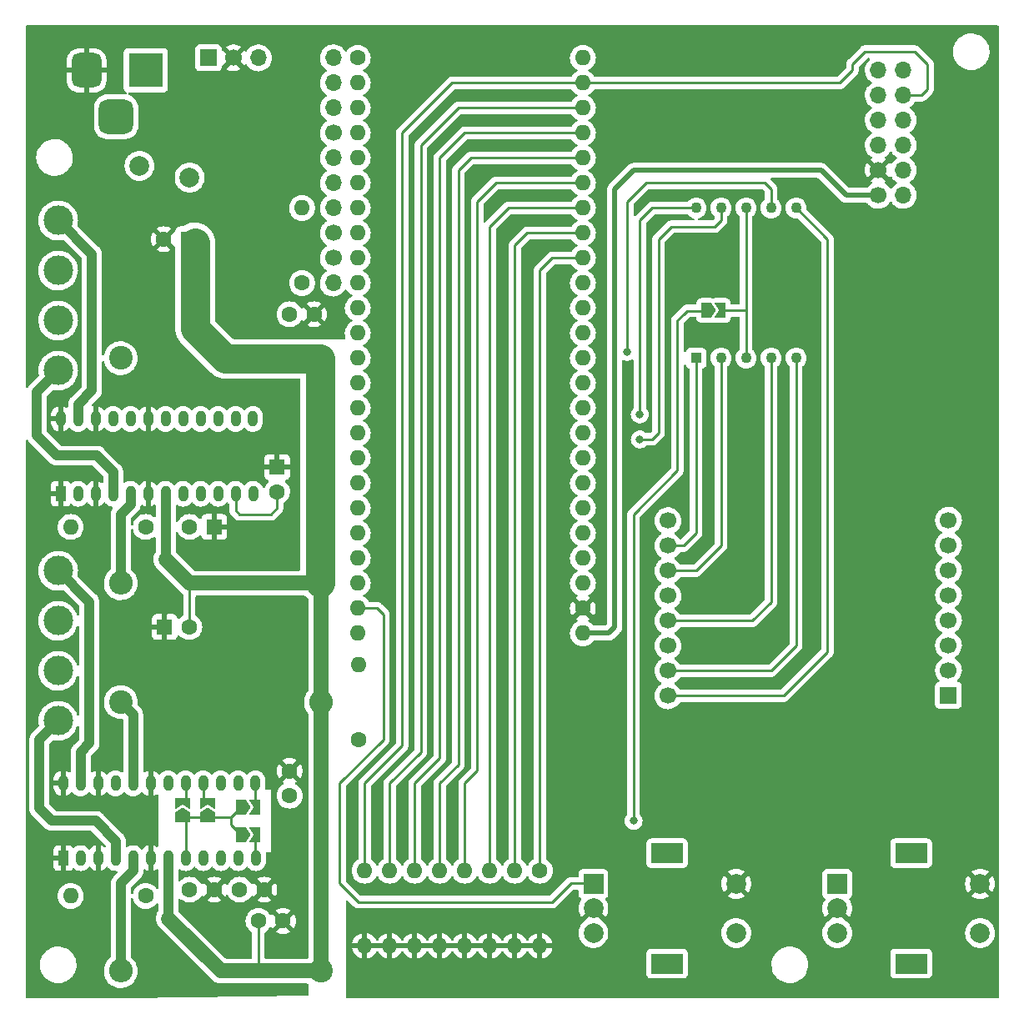
<source format=gbl>
G04 #@! TF.GenerationSoftware,KiCad,Pcbnew,(6.0.9)*
G04 #@! TF.CreationDate,2023-01-01T16:59:07+09:00*
G04 #@! TF.ProjectId,tangnano9k_motordriver,74616e67-6e61-46e6-9f39-6b5f6d6f746f,rev?*
G04 #@! TF.SameCoordinates,Original*
G04 #@! TF.FileFunction,Copper,L2,Bot*
G04 #@! TF.FilePolarity,Positive*
%FSLAX46Y46*%
G04 Gerber Fmt 4.6, Leading zero omitted, Abs format (unit mm)*
G04 Created by KiCad (PCBNEW (6.0.9)) date 2023-01-01 16:59:07*
%MOMM*%
%LPD*%
G01*
G04 APERTURE LIST*
G04 Aperture macros list*
%AMRoundRect*
0 Rectangle with rounded corners*
0 $1 Rounding radius*
0 $2 $3 $4 $5 $6 $7 $8 $9 X,Y pos of 4 corners*
0 Add a 4 corners polygon primitive as box body*
4,1,4,$2,$3,$4,$5,$6,$7,$8,$9,$2,$3,0*
0 Add four circle primitives for the rounded corners*
1,1,$1+$1,$2,$3*
1,1,$1+$1,$4,$5*
1,1,$1+$1,$6,$7*
1,1,$1+$1,$8,$9*
0 Add four rect primitives between the rounded corners*
20,1,$1+$1,$2,$3,$4,$5,0*
20,1,$1+$1,$4,$5,$6,$7,0*
20,1,$1+$1,$6,$7,$8,$9,0*
20,1,$1+$1,$8,$9,$2,$3,0*%
%AMFreePoly0*
4,1,6,1.000000,0.000000,0.500000,-0.750000,-0.500000,-0.750000,-0.500000,0.750000,0.500000,0.750000,1.000000,0.000000,1.000000,0.000000,$1*%
%AMFreePoly1*
4,1,6,0.500000,-0.750000,-0.650000,-0.750000,-0.150000,0.000000,-0.650000,0.750000,0.500000,0.750000,0.500000,-0.750000,0.500000,-0.750000,$1*%
G04 Aperture macros list end*
G04 #@! TA.AperFunction,ComponentPad*
%ADD10R,1.700000X1.700000*%
G04 #@! TD*
G04 #@! TA.AperFunction,ComponentPad*
%ADD11C,1.700000*%
G04 #@! TD*
G04 #@! TA.AperFunction,ComponentPad*
%ADD12C,1.600000*%
G04 #@! TD*
G04 #@! TA.AperFunction,ComponentPad*
%ADD13O,1.600000X1.600000*%
G04 #@! TD*
G04 #@! TA.AperFunction,ComponentPad*
%ADD14O,1.700000X1.700000*%
G04 #@! TD*
G04 #@! TA.AperFunction,ComponentPad*
%ADD15C,2.400000*%
G04 #@! TD*
G04 #@! TA.AperFunction,ComponentPad*
%ADD16O,2.400000X2.400000*%
G04 #@! TD*
G04 #@! TA.AperFunction,ComponentPad*
%ADD17R,1.600000X1.600000*%
G04 #@! TD*
G04 #@! TA.AperFunction,ComponentPad*
%ADD18R,2.000000X2.000000*%
G04 #@! TD*
G04 #@! TA.AperFunction,ComponentPad*
%ADD19C,2.000000*%
G04 #@! TD*
G04 #@! TA.AperFunction,ComponentPad*
%ADD20R,3.200000X2.000000*%
G04 #@! TD*
G04 #@! TA.AperFunction,ComponentPad*
%ADD21R,1.000000X1.600000*%
G04 #@! TD*
G04 #@! TA.AperFunction,ComponentPad*
%ADD22O,1.000000X1.600000*%
G04 #@! TD*
G04 #@! TA.AperFunction,ComponentPad*
%ADD23R,1.100000X1.100000*%
G04 #@! TD*
G04 #@! TA.AperFunction,ComponentPad*
%ADD24C,1.100000*%
G04 #@! TD*
G04 #@! TA.AperFunction,ComponentPad*
%ADD25C,2.010000*%
G04 #@! TD*
G04 #@! TA.AperFunction,ComponentPad*
%ADD26R,3.500000X3.500000*%
G04 #@! TD*
G04 #@! TA.AperFunction,ComponentPad*
%ADD27RoundRect,0.750000X-0.750000X-1.000000X0.750000X-1.000000X0.750000X1.000000X-0.750000X1.000000X0*%
G04 #@! TD*
G04 #@! TA.AperFunction,ComponentPad*
%ADD28RoundRect,0.875000X-0.875000X-0.875000X0.875000X-0.875000X0.875000X0.875000X-0.875000X0.875000X0*%
G04 #@! TD*
G04 #@! TA.AperFunction,ComponentPad*
%ADD29C,3.000000*%
G04 #@! TD*
G04 #@! TA.AperFunction,SMDPad,CuDef*
%ADD30FreePoly0,0.000000*%
G04 #@! TD*
G04 #@! TA.AperFunction,SMDPad,CuDef*
%ADD31FreePoly1,0.000000*%
G04 #@! TD*
G04 #@! TA.AperFunction,SMDPad,CuDef*
%ADD32FreePoly0,90.000000*%
G04 #@! TD*
G04 #@! TA.AperFunction,SMDPad,CuDef*
%ADD33FreePoly1,90.000000*%
G04 #@! TD*
G04 #@! TA.AperFunction,ViaPad*
%ADD34C,0.800000*%
G04 #@! TD*
G04 #@! TA.AperFunction,Conductor*
%ADD35C,0.250000*%
G04 #@! TD*
G04 #@! TA.AperFunction,Conductor*
%ADD36C,1.000000*%
G04 #@! TD*
G04 #@! TA.AperFunction,Conductor*
%ADD37C,0.500000*%
G04 #@! TD*
G04 #@! TA.AperFunction,Conductor*
%ADD38C,2.000000*%
G04 #@! TD*
G04 #@! TA.AperFunction,Conductor*
%ADD39C,3.000000*%
G04 #@! TD*
G04 #@! TA.AperFunction,Conductor*
%ADD40C,1.500000*%
G04 #@! TD*
G04 APERTURE END LIST*
D10*
G04 #@! TO.P,U4,1,R5*
G04 #@! TO.N,/R5*
X155150000Y-115510000D03*
D11*
G04 #@! TO.P,U4,2,R7*
G04 #@! TO.N,/R7*
X155170000Y-112970000D03*
G04 #@! TO.P,U4,3,C2*
G04 #@! TO.N,/C2*
X155170000Y-110430000D03*
G04 #@! TO.P,U4,4,C3*
G04 #@! TO.N,/C3*
X155170000Y-107890000D03*
G04 #@! TO.P,U4,5,R8*
G04 #@! TO.N,/R8*
X155170000Y-105350000D03*
G04 #@! TO.P,U4,6,C5*
G04 #@! TO.N,/C5*
X155170000Y-102810000D03*
G04 #@! TO.P,U4,7,R6*
G04 #@! TO.N,/R6*
X155170000Y-100270000D03*
G04 #@! TO.P,U4,8,R3*
G04 #@! TO.N,/R3*
X155170000Y-97730000D03*
G04 #@! TO.P,U4,9,R1*
G04 #@! TO.N,/R1*
X126690000Y-97790000D03*
G04 #@! TO.P,U4,10,C4*
G04 #@! TO.N,/C4*
X126690000Y-100330000D03*
G04 #@! TO.P,U4,11,C6*
G04 #@! TO.N,/C6*
X126690000Y-102870000D03*
G04 #@! TO.P,U4,12,R4*
G04 #@! TO.N,/R4*
X126690000Y-105410000D03*
G04 #@! TO.P,U4,13,C1*
G04 #@! TO.N,/C1*
X126690000Y-107950000D03*
G04 #@! TO.P,U4,14,R2*
G04 #@! TO.N,/R2*
X126690000Y-110490000D03*
G04 #@! TO.P,U4,15,C7*
G04 #@! TO.N,/C7*
X126690000Y-113030000D03*
G04 #@! TO.P,U4,16,C8*
G04 #@! TO.N,/C8*
X126690000Y-115570000D03*
G04 #@! TD*
D12*
G04 #@! TO.P,U3,1,PIN38_IOB31B_TF_CS*
G04 #@! TO.N,/STANBY_1*
X95187500Y-50800000D03*
D13*
G04 #@! TO.P,U3,2,PIN37_IOB31A_TF_MOSI*
G04 #@! TO.N,/INB2*
X95187500Y-53340000D03*
G04 #@! TO.P,U3,3,PIN36_IOB29B_TF_SCLK*
G04 #@! TO.N,/INB1*
X95187500Y-55880000D03*
G04 #@! TO.P,U3,4,PIN39_IOB33A_TF_MISO*
G04 #@! TO.N,/PHASEB_1*
X95187500Y-58420000D03*
G04 #@! TO.P,U3,5,PIN25_IOB8A*
G04 #@! TO.N,/PHASEA_1*
X95187500Y-60960000D03*
G04 #@! TO.P,U3,6,PIN26_IOB8B*
G04 #@! TO.N,/INA2*
X95187500Y-63500000D03*
G04 #@! TO.P,U3,7,PIN27_IOB11A*
G04 #@! TO.N,/VREF_PWM_1*
X95187500Y-66040000D03*
G04 #@! TO.P,U3,8,PIN28_IOB11B*
G04 #@! TO.N,/Reserve_a*
X95187500Y-68580000D03*
G04 #@! TO.P,U3,9,PIN29_IOB13A*
G04 #@! TO.N,/Reserve_b*
X95187500Y-71120000D03*
G04 #@! TO.P,U3,10,PIN30_IOB13B*
G04 #@! TO.N,/INA1*
X95187500Y-73660000D03*
G04 #@! TO.P,U3,11,PIN33_IOB23A_RGB_DE*
G04 #@! TO.N,/C1*
X95187500Y-76200000D03*
G04 #@! TO.P,U3,12,PIN34_IOB23B_RGB_VS*
G04 #@! TO.N,/R2*
X95187500Y-78740000D03*
G04 #@! TO.P,U3,13,PIN40_IOB33B_RGB_HS*
G04 #@! TO.N,/C7*
X95187500Y-81280000D03*
G04 #@! TO.P,U3,14,PIN35_IOB29A_RGB_CK*
G04 #@! TO.N,/C8*
X95187500Y-83820000D03*
G04 #@! TO.P,U3,15,PIN41_IOB41A_RGB_B7*
G04 #@! TO.N,Net-(Rotary_SW1-PadA)*
X95187500Y-86360000D03*
G04 #@! TO.P,U3,16,PIN42_IOB41B_RGB_B6*
G04 #@! TO.N,Net-(Rotary_SW1-PadB)*
X95187500Y-88900000D03*
G04 #@! TO.P,U3,17,PIN51_IOR17B_RGB_B5*
G04 #@! TO.N,/STANBY_2*
X95187500Y-91440000D03*
G04 #@! TO.P,U3,18,PIN53_IOR15B_RGB_B4*
G04 #@! TO.N,Net-(JP5-Pad1)*
X95187500Y-93980000D03*
G04 #@! TO.P,U3,19,PIN54_IOR15A_RGB_B3*
G04 #@! TO.N,/B_1*
X95187500Y-96520000D03*
G04 #@! TO.P,U3,20,PIN55_IOR14B_RGB_G7*
G04 #@! TO.N,/PHASEB_2*
X95187500Y-99060000D03*
G04 #@! TO.P,U3,21,PIN56_IOR14A_RGB_G6*
G04 #@! TO.N,/PHASEA_2*
X95187500Y-101600000D03*
G04 #@! TO.P,U3,22,PIN57_IOR13A_RGB_G5*
G04 #@! TO.N,Net-(JP8-Pad1)*
X95187500Y-104140000D03*
G04 #@! TO.P,U3,23,HDMI_CK_N*
G04 #@! TO.N,/A_1*
X95187500Y-106680000D03*
G04 #@! TO.P,U3,24,HDMI_CK_P*
G04 #@! TO.N,Net-(R8-Pad2)*
X95187500Y-109220000D03*
G04 #@! TO.P,U3,25,+3V3*
G04 #@! TO.N,+3.3V*
X118047500Y-109220000D03*
D12*
G04 #@! TO.P,U3,26,GND*
G04 #@! TO.N,GND*
X118047500Y-106680000D03*
D13*
G04 #@! TO.P,U3,27,PIN32_IOB15B_RGBINIT*
G04 #@! TO.N,/R4*
X118047500Y-104140000D03*
G04 #@! TO.P,U3,28,PIN31_IOB15A_RGBINIT*
G04 #@! TO.N,/C6*
X118047500Y-101600000D03*
G04 #@! TO.P,U3,29,PIN49_IOR24A_SPILCD_RS*
G04 #@! TO.N,/C4*
X118047500Y-99060000D03*
G04 #@! TO.P,U3,30,PIN48_IOR24B_SPILCD_CS*
G04 #@! TO.N,/R1*
X118047500Y-96520000D03*
G04 #@! TO.P,U3,31,+5V*
G04 #@! TO.N,+5V*
X118047500Y-93980000D03*
G04 #@! TO.P,U3,32,HDMI_D0_N*
G04 #@! TO.N,/R5*
X118047500Y-91440000D03*
G04 #@! TO.P,U3,33,HDMI_D0_P*
G04 #@! TO.N,/R7*
X118047500Y-88900000D03*
G04 #@! TO.P,U3,34,HDMI_D1_N*
G04 #@! TO.N,/C2*
X118047500Y-86360000D03*
G04 #@! TO.P,U3,35,HDMI_D1_P*
G04 #@! TO.N,/C3*
X118047500Y-83820000D03*
G04 #@! TO.P,U3,36,HDMI_D2_N*
G04 #@! TO.N,/R8*
X118047500Y-81280000D03*
G04 #@! TO.P,U3,37,HDMI_D2_P*
G04 #@! TO.N,/C5*
X118047500Y-78740000D03*
G04 #@! TO.P,U3,38,PIN76_IOT37B_SPILCD_MCLK*
G04 #@! TO.N,/R6*
X118047500Y-76200000D03*
G04 #@! TO.P,U3,39,PIN77_IOT37A_SPILCD_MO*
G04 #@! TO.N,/R3*
X118047500Y-73660000D03*
G04 #@! TO.P,U3,40,PIN79_IOT12B_1V8*
G04 #@! TO.N,Net-(J4-Pad8)*
X118047500Y-71120000D03*
G04 #@! TO.P,U3,41,PIN80_IOT12A_1V8*
G04 #@! TO.N,Net-(J4-Pad6)*
X118047500Y-68580000D03*
G04 #@! TO.P,U3,42,PIN81_IOT11B_1V8*
G04 #@! TO.N,Net-(J4-Pad5)*
X118047500Y-66040000D03*
G04 #@! TO.P,U3,43,PIN82_IOT11A_1V8*
G04 #@! TO.N,Net-(J4-Pad7)*
X118047500Y-63500000D03*
G04 #@! TO.P,U3,44,PIN83_IOT10B_1V8*
G04 #@! TO.N,Net-(J4-Pad9)*
X118047500Y-60960000D03*
G04 #@! TO.P,U3,45,PIN84_IOT10A_1V8*
G04 #@! TO.N,Net-(J4-Pad11)*
X118047500Y-58420000D03*
G04 #@! TO.P,U3,46,PIN85_IOT8B_1V8*
G04 #@! TO.N,Net-(J4-Pad12)*
X118047500Y-55880000D03*
G04 #@! TO.P,U3,47,PIN86_IOT8A_BL_PWM_1V8*
G04 #@! TO.N,Net-(J4-Pad10)*
X118047500Y-53340000D03*
G04 #@! TO.P,U3,48,PIN63_IOR5A_RGBINIT*
G04 #@! TO.N,Net-(Rotary_SW1-PadS1)*
X118047500Y-50800000D03*
G04 #@! TD*
D11*
G04 #@! TO.P,Pin3,1*
G04 #@! TO.N,/Reserve_b*
X92710000Y-71120000D03*
D14*
G04 #@! TO.P,Pin3,2*
G04 #@! TO.N,/INA1*
X92710000Y-73660000D03*
G04 #@! TD*
D11*
G04 #@! TO.P,Pin2,1*
G04 #@! TO.N,/Reserve_a*
X92710000Y-68570000D03*
D14*
G04 #@! TO.P,Pin2,2*
G04 #@! TO.N,/VREF_PWM_1*
X92710000Y-66030000D03*
G04 #@! TO.P,Pin2,3*
G04 #@! TO.N,/INA2*
X92710000Y-63490000D03*
G04 #@! TO.P,Pin2,4*
G04 #@! TO.N,/PHASEA_1*
X92710000Y-60950000D03*
G04 #@! TD*
D11*
G04 #@! TO.P,Pin1,1*
G04 #@! TO.N,/PHASEB_1*
X92710000Y-58410000D03*
D14*
G04 #@! TO.P,Pin1,2*
G04 #@! TO.N,/INB1*
X92710000Y-55870000D03*
G04 #@! TO.P,Pin1,3*
G04 #@! TO.N,/INB2*
X92710000Y-53330000D03*
G04 #@! TO.P,Pin1,4*
G04 #@! TO.N,/STANBY_1*
X92710000Y-50790000D03*
G04 #@! TD*
D12*
G04 #@! TO.P,R8,1*
G04 #@! TO.N,/VREF_2*
X95250000Y-120015000D03*
D13*
G04 #@! TO.P,R8,2*
G04 #@! TO.N,Net-(R8-Pad2)*
X95250000Y-112395000D03*
G04 #@! TD*
G04 #@! TO.P,R7,2*
G04 #@! TO.N,/VREF_PWM_1*
X89535000Y-66040000D03*
D12*
G04 #@! TO.P,R7,1*
G04 #@! TO.N,/VREF_1*
X89535000Y-73660000D03*
G04 #@! TD*
G04 #@! TO.P,C9,1*
G04 #@! TO.N,/VREF_2*
X88265000Y-125710000D03*
G04 #@! TO.P,C9,2*
G04 #@! TO.N,GND*
X88265000Y-123210000D03*
G04 #@! TD*
G04 #@! TO.P,C8,2*
G04 #@! TO.N,GND*
X90765000Y-76835000D03*
G04 #@! TO.P,C8,1*
G04 #@! TO.N,/VREF_1*
X88265000Y-76835000D03*
G04 #@! TD*
D15*
G04 #@! TO.P,R2,1*
G04 #@! TO.N,/VM*
X91440000Y-104140000D03*
D16*
G04 #@! TO.P,R2,2*
G04 #@! TO.N,Net-(R2-Pad2)*
X71120000Y-104140000D03*
G04 #@! TD*
D15*
G04 #@! TO.P,R3,1*
G04 #@! TO.N,Net-(R3-Pad1)*
X71120000Y-81280000D03*
D16*
G04 #@! TO.P,R3,2*
G04 #@! TO.N,/VM*
X91440000Y-81280000D03*
G04 #@! TD*
D12*
G04 #@! TO.P,R1,1*
G04 #@! TO.N,/VCC_1*
X73660000Y-98425000D03*
D13*
G04 #@! TO.P,R1,2*
G04 #@! TO.N,Net-(C4-Pad1)*
X66040000Y-98425000D03*
G04 #@! TD*
D12*
G04 #@! TO.P,C4,1*
G04 #@! TO.N,Net-(C4-Pad1)*
X86995000Y-94837500D03*
D17*
G04 #@! TO.P,C4,2*
G04 #@! TO.N,GND*
X86995000Y-92337500D03*
G04 #@! TD*
D12*
G04 #@! TO.P,C7,1*
G04 #@! TO.N,/VM*
X85110000Y-138430000D03*
G04 #@! TO.P,C7,2*
G04 #@! TO.N,GND*
X87610000Y-138430000D03*
G04 #@! TD*
D17*
G04 #@! TO.P,C1,1*
G04 #@! TO.N,/VM*
X77987651Y-69215000D03*
D12*
G04 #@! TO.P,C1,2*
G04 #@! TO.N,GND*
X75487651Y-69215000D03*
G04 #@! TD*
D18*
G04 #@! TO.P,Rotary_SW2,A,A*
G04 #@! TO.N,/A_1*
X119115000Y-134660000D03*
D19*
G04 #@! TO.P,Rotary_SW2,B,B*
G04 #@! TO.N,/B_1*
X119115000Y-139660000D03*
G04 #@! TO.P,Rotary_SW2,C,C*
G04 #@! TO.N,GND*
X119115000Y-137160000D03*
D20*
G04 #@! TO.P,Rotary_SW2,MP*
G04 #@! TO.N,N/C*
X126615000Y-142760000D03*
X126615000Y-131560000D03*
D19*
G04 #@! TO.P,Rotary_SW2,S1,S1*
G04 #@! TO.N,Net-(JP8-Pad1)*
X133615000Y-139660000D03*
G04 #@! TO.P,Rotary_SW2,S2,S2*
G04 #@! TO.N,GND*
X133615000Y-134660000D03*
G04 #@! TD*
D21*
G04 #@! TO.P,U2,1,GND*
G04 #@! TO.N,GND*
X65024000Y-95046851D03*
D22*
G04 #@! TO.P,U2,2,OUTB-*
G04 #@! TO.N,Net-(J2-Pad3)*
X66802000Y-95046851D03*
G04 #@! TO.P,U2,3,GND*
G04 #@! TO.N,GND*
X68580000Y-95046851D03*
G04 #@! TO.P,U2,4,OUTB+*
G04 #@! TO.N,Net-(J2-Pad4)*
X70358000Y-95046851D03*
G04 #@! TO.P,U2,5,RSB*
G04 #@! TO.N,Net-(R2-Pad2)*
X72136000Y-95046851D03*
G04 #@! TO.P,U2,6,GND*
G04 #@! TO.N,GND*
X73914000Y-95046851D03*
G04 #@! TO.P,U2,7,VM*
G04 #@! TO.N,/VM*
X75692000Y-95046851D03*
G04 #@! TO.P,U2,8,VCC*
G04 #@! TO.N,/VCC_1*
X77470000Y-95046851D03*
G04 #@! TO.P,U2,9,VREFB*
G04 #@! TO.N,/VREF_1*
X79248000Y-95046851D03*
G04 #@! TO.P,U2,10,VREFA*
X81026000Y-95046851D03*
G04 #@! TO.P,U2,11,OSCM*
G04 #@! TO.N,Net-(C4-Pad1)*
X82804000Y-95046851D03*
G04 #@! TO.P,U2,12,INA1*
G04 #@! TO.N,/INA1*
X84582000Y-95046851D03*
G04 #@! TO.P,U2,13,INA2*
G04 #@! TO.N,/INA2*
X84532000Y-87446851D03*
G04 #@! TO.P,U2,14,PHASEA*
G04 #@! TO.N,/PHASEA_1*
X82792000Y-87446851D03*
G04 #@! TO.P,U2,15,PHASEB*
G04 #@! TO.N,/PHASEB_1*
X81014000Y-87446851D03*
G04 #@! TO.P,U2,16,INB1*
G04 #@! TO.N,/INB1*
X79236000Y-87446851D03*
G04 #@! TO.P,U2,17,INB2*
G04 #@! TO.N,/INB2*
X77458000Y-87446851D03*
G04 #@! TO.P,U2,18,STANDBY*
G04 #@! TO.N,/STANBY_1*
X75680000Y-87446851D03*
G04 #@! TO.P,U2,19,GND*
G04 #@! TO.N,GND*
X73902000Y-87446851D03*
G04 #@! TO.P,U2,20,RSA*
G04 #@! TO.N,Net-(R3-Pad1)*
X72124000Y-87446851D03*
G04 #@! TO.P,U2,21,OUTA+*
G04 #@! TO.N,Net-(J2-Pad2)*
X70346000Y-87446851D03*
G04 #@! TO.P,U2,22,GND*
G04 #@! TO.N,GND*
X68568000Y-87446851D03*
G04 #@! TO.P,U2,23,OUTA-*
G04 #@! TO.N,Net-(J2-Pad1)*
X66790000Y-87446851D03*
G04 #@! TO.P,U2,24,GND*
G04 #@! TO.N,GND*
X65012000Y-87446851D03*
G04 #@! TD*
D23*
G04 #@! TO.P,DS1,1,C_E*
G04 #@! TO.N,/C4*
X129540000Y-81280000D03*
D24*
G04 #@! TO.P,DS1,2,C_D*
G04 #@! TO.N,/C6*
X132080000Y-81280000D03*
G04 #@! TO.P,DS1,3,COMMON_ANODE_1*
G04 #@! TO.N,Net-(DS1-Pad3)*
X134620000Y-81280000D03*
G04 #@! TO.P,DS1,4,C_C*
G04 #@! TO.N,/C1*
X137160000Y-81280000D03*
G04 #@! TO.P,DS1,5,C_DP*
G04 #@! TO.N,/C7*
X139700000Y-81280000D03*
G04 #@! TO.P,DS1,6,C_B*
G04 #@! TO.N,/C8*
X139700000Y-66040000D03*
G04 #@! TO.P,DS1,7,C_A*
G04 #@! TO.N,/C5*
X137160000Y-66040000D03*
G04 #@! TO.P,DS1,8,COMMON_ANODE_2*
G04 #@! TO.N,Net-(DS1-Pad3)*
X134620000Y-66040000D03*
G04 #@! TO.P,DS1,9,C_F*
G04 #@! TO.N,/C2*
X132080000Y-66040000D03*
G04 #@! TO.P,DS1,10,C_G*
G04 #@! TO.N,/C3*
X129540000Y-66040000D03*
G04 #@! TD*
D12*
G04 #@! TO.P,C6,1*
G04 #@! TO.N,Net-(C6-Pad1)*
X83205000Y-135255000D03*
G04 #@! TO.P,C6,2*
G04 #@! TO.N,GND*
X85705000Y-135255000D03*
G04 #@! TD*
D10*
G04 #@! TO.P,U1,1,VIN*
G04 #@! TO.N,Net-(F1-Pad1)*
X80025000Y-50800000D03*
D11*
G04 #@! TO.P,U1,2,GND*
G04 #@! TO.N,GND*
X82565000Y-50800000D03*
D14*
G04 #@! TO.P,U1,3,VOUT*
G04 #@! TO.N,+5V*
X85105000Y-50800000D03*
G04 #@! TD*
D15*
G04 #@! TO.P,R5,1*
G04 #@! TO.N,/VM*
X91440000Y-143510000D03*
D16*
G04 #@! TO.P,R5,2*
G04 #@! TO.N,Net-(R5-Pad2)*
X71120000Y-143510000D03*
G04 #@! TD*
D21*
G04 #@! TO.P,U5,1,GND*
G04 #@! TO.N,GND*
X65287702Y-132045000D03*
D22*
G04 #@! TO.P,U5,2,OUTB-*
G04 #@! TO.N,Net-(J3-Pad3)*
X67065702Y-132045000D03*
G04 #@! TO.P,U5,3,GND*
G04 #@! TO.N,GND*
X68843702Y-132045000D03*
G04 #@! TO.P,U5,4,OUTB+*
G04 #@! TO.N,Net-(J3-Pad4)*
X70621702Y-132045000D03*
G04 #@! TO.P,U5,5,RSB*
G04 #@! TO.N,Net-(R5-Pad2)*
X72399702Y-132045000D03*
G04 #@! TO.P,U5,6,GND*
G04 #@! TO.N,GND*
X74177702Y-132045000D03*
G04 #@! TO.P,U5,7,VM*
G04 #@! TO.N,/VM*
X75955702Y-132045000D03*
G04 #@! TO.P,U5,8,VCC*
G04 #@! TO.N,/VCC_2*
X77733702Y-132045000D03*
G04 #@! TO.P,U5,9,VREFB*
G04 #@! TO.N,/VREF_2*
X79511702Y-132045000D03*
G04 #@! TO.P,U5,10,VREFA*
X81289702Y-132045000D03*
G04 #@! TO.P,U5,11,OSCM*
G04 #@! TO.N,Net-(C6-Pad1)*
X83067702Y-132045000D03*
G04 #@! TO.P,U5,12,INA1*
G04 #@! TO.N,/INA1_2*
X84845702Y-132045000D03*
G04 #@! TO.P,U5,13,INA2*
G04 #@! TO.N,/INA2_2*
X84795702Y-124445000D03*
G04 #@! TO.P,U5,14,PHASEA*
G04 #@! TO.N,/PHASEA_2*
X83055702Y-124445000D03*
G04 #@! TO.P,U5,15,PHASEB*
G04 #@! TO.N,/PHASEB_2*
X81277702Y-124445000D03*
G04 #@! TO.P,U5,16,INB1*
G04 #@! TO.N,/INB1_2*
X79499702Y-124445000D03*
G04 #@! TO.P,U5,17,INB2*
G04 #@! TO.N,/INB2_2*
X77721702Y-124445000D03*
G04 #@! TO.P,U5,18,STANDBY*
G04 #@! TO.N,/STANBY_2*
X75943702Y-124445000D03*
G04 #@! TO.P,U5,19,GND*
G04 #@! TO.N,GND*
X74165702Y-124445000D03*
G04 #@! TO.P,U5,20,RSA*
G04 #@! TO.N,Net-(R6-Pad1)*
X72387702Y-124445000D03*
G04 #@! TO.P,U5,21,OUTA+*
G04 #@! TO.N,Net-(J3-Pad2)*
X70609702Y-124445000D03*
G04 #@! TO.P,U5,22,GND*
G04 #@! TO.N,GND*
X68831702Y-124445000D03*
G04 #@! TO.P,U5,23,OUTA-*
G04 #@! TO.N,Net-(J3-Pad1)*
X67053702Y-124445000D03*
G04 #@! TO.P,U5,24,GND*
G04 #@! TO.N,GND*
X65275702Y-124445000D03*
G04 #@! TD*
D12*
G04 #@! TO.P,C5,1*
G04 #@! TO.N,/VCC_2*
X78125000Y-135255000D03*
G04 #@! TO.P,C5,2*
G04 #@! TO.N,GND*
X80625000Y-135255000D03*
G04 #@! TD*
D25*
G04 #@! TO.P,F1,1*
G04 #@! TO.N,Net-(F1-Pad1)*
X73025000Y-61755426D03*
G04 #@! TO.P,F1,2*
G04 #@! TO.N,/VM*
X78125000Y-62955426D03*
G04 #@! TD*
D26*
G04 #@! TO.P,J1,1*
G04 #@! TO.N,Net-(F1-Pad1)*
X73660000Y-52070000D03*
D27*
G04 #@! TO.P,J1,2*
G04 #@! TO.N,GND*
X67660000Y-52070000D03*
D28*
G04 #@! TO.P,J1,3*
G04 #@! TO.N,N/C*
X70660000Y-56770000D03*
G04 #@! TD*
D12*
G04 #@! TO.P,C2,1*
G04 #@! TO.N,/VM*
X78085000Y-108585000D03*
D17*
G04 #@! TO.P,C2,2*
G04 #@! TO.N,GND*
X75585000Y-108585000D03*
G04 #@! TD*
D12*
G04 #@! TO.P,R4,1*
G04 #@! TO.N,/VCC_2*
X73660000Y-135890000D03*
D13*
G04 #@! TO.P,R4,2*
G04 #@! TO.N,Net-(C6-Pad1)*
X66040000Y-135890000D03*
G04 #@! TD*
D29*
G04 #@! TO.P,J3,1,Pin_1*
G04 #@! TO.N,Net-(J3-Pad1)*
X64770000Y-102870000D03*
G04 #@! TO.P,J3,2,Pin_2*
G04 #@! TO.N,Net-(J3-Pad2)*
X64770000Y-107950000D03*
G04 #@! TO.P,J3,3,Pin_3*
G04 #@! TO.N,Net-(J3-Pad3)*
X64770000Y-113030000D03*
G04 #@! TO.P,J3,4,Pin_4*
G04 #@! TO.N,Net-(J3-Pad4)*
X64770000Y-118110000D03*
G04 #@! TD*
D11*
G04 #@! TO.P,J4,1,1*
G04 #@! TO.N,+3.3V*
X148045000Y-64745000D03*
D14*
G04 #@! TO.P,J4,2,7*
G04 #@! TO.N,unconnected-(J4-Pad2)*
X150585000Y-64745000D03*
D11*
G04 #@! TO.P,J4,3,2*
G04 #@! TO.N,GND*
X148045000Y-62205000D03*
D14*
G04 #@! TO.P,J4,4,8*
G04 #@! TO.N,unconnected-(J4-Pad4)*
X150585000Y-62205000D03*
G04 #@! TO.P,J4,5,3*
G04 #@! TO.N,Net-(J4-Pad5)*
X148045000Y-59665000D03*
G04 #@! TO.P,J4,6,9*
G04 #@! TO.N,Net-(J4-Pad6)*
X150585000Y-59665000D03*
G04 #@! TO.P,J4,7,4*
G04 #@! TO.N,Net-(J4-Pad7)*
X148045000Y-57125000D03*
G04 #@! TO.P,J4,8,10*
G04 #@! TO.N,Net-(J4-Pad8)*
X150585000Y-57125000D03*
G04 #@! TO.P,J4,9,5*
G04 #@! TO.N,Net-(J4-Pad9)*
X148045000Y-54585000D03*
G04 #@! TO.P,J4,10,11*
G04 #@! TO.N,Net-(J4-Pad10)*
X150585000Y-54585000D03*
G04 #@! TO.P,J4,11,6*
G04 #@! TO.N,Net-(J4-Pad11)*
X148045000Y-52045000D03*
G04 #@! TO.P,J4,12,12*
G04 #@! TO.N,Net-(J4-Pad12)*
X150585000Y-52045000D03*
G04 #@! TD*
D29*
G04 #@! TO.P,J2,1,Pin_1*
G04 #@! TO.N,Net-(J2-Pad1)*
X64770000Y-67310000D03*
G04 #@! TO.P,J2,2,Pin_2*
G04 #@! TO.N,Net-(J2-Pad2)*
X64770000Y-72390000D03*
G04 #@! TO.P,J2,3,Pin_3*
G04 #@! TO.N,Net-(J2-Pad3)*
X64770000Y-77470000D03*
G04 #@! TO.P,J2,4,Pin_4*
G04 #@! TO.N,Net-(J2-Pad4)*
X64770000Y-82550000D03*
G04 #@! TD*
D12*
G04 #@! TO.P,C3,1*
G04 #@! TO.N,/VCC_1*
X78125000Y-98425000D03*
D17*
G04 #@! TO.P,C3,2*
G04 #@! TO.N,GND*
X80625000Y-98425000D03*
G04 #@! TD*
D18*
G04 #@! TO.P,Rotary_SW1,A,A*
G04 #@! TO.N,Net-(Rotary_SW1-PadA)*
X143880000Y-134660000D03*
D19*
G04 #@! TO.P,Rotary_SW1,B,B*
G04 #@! TO.N,Net-(Rotary_SW1-PadB)*
X143880000Y-139660000D03*
G04 #@! TO.P,Rotary_SW1,C,C*
G04 #@! TO.N,GND*
X143880000Y-137160000D03*
D20*
G04 #@! TO.P,Rotary_SW1,MP*
G04 #@! TO.N,N/C*
X151380000Y-131560000D03*
X151380000Y-142760000D03*
D19*
G04 #@! TO.P,Rotary_SW1,S1,S1*
G04 #@! TO.N,Net-(Rotary_SW1-PadS1)*
X158380000Y-139660000D03*
G04 #@! TO.P,Rotary_SW1,S2,S2*
G04 #@! TO.N,GND*
X158380000Y-134660000D03*
G04 #@! TD*
D12*
G04 #@! TO.P,SW3,1*
G04 #@! TO.N,Net-(J4-Pad8)*
X113675000Y-133329796D03*
D13*
G04 #@! TO.P,SW3,2*
G04 #@! TO.N,Net-(J4-Pad6)*
X111135000Y-133329796D03*
G04 #@! TO.P,SW3,3*
G04 #@! TO.N,Net-(J4-Pad5)*
X108595000Y-133329796D03*
G04 #@! TO.P,SW3,4*
G04 #@! TO.N,Net-(J4-Pad7)*
X106055000Y-133329796D03*
G04 #@! TO.P,SW3,5*
G04 #@! TO.N,Net-(J4-Pad9)*
X103515000Y-133329796D03*
G04 #@! TO.P,SW3,6*
G04 #@! TO.N,Net-(J4-Pad11)*
X100975000Y-133329796D03*
G04 #@! TO.P,SW3,7*
G04 #@! TO.N,Net-(J4-Pad12)*
X98435000Y-133329796D03*
G04 #@! TO.P,SW3,8*
G04 #@! TO.N,Net-(J4-Pad10)*
X95895000Y-133329796D03*
G04 #@! TO.P,SW3,9*
G04 #@! TO.N,GND*
X95895000Y-140949796D03*
G04 #@! TO.P,SW3,10*
X98435000Y-140949796D03*
G04 #@! TO.P,SW3,11*
X100975000Y-140949796D03*
G04 #@! TO.P,SW3,12*
X103515000Y-140949796D03*
G04 #@! TO.P,SW3,13*
X106055000Y-140949796D03*
G04 #@! TO.P,SW3,14*
X108595000Y-140949796D03*
G04 #@! TO.P,SW3,15*
X111135000Y-140949796D03*
G04 #@! TO.P,SW3,16*
X113675000Y-140949796D03*
G04 #@! TD*
D15*
G04 #@! TO.P,R6,1*
G04 #@! TO.N,Net-(R6-Pad1)*
X71120000Y-116205000D03*
D16*
G04 #@! TO.P,R6,2*
G04 #@! TO.N,/VM*
X91440000Y-116205000D03*
G04 #@! TD*
D30*
G04 #@! TO.P,JP2,1,A*
G04 #@! TO.N,/VCC_2*
X83298745Y-126876050D03*
D31*
G04 #@! TO.P,JP2,2,B*
G04 #@! TO.N,/INA2_2*
X84748745Y-126876050D03*
G04 #@! TD*
D32*
G04 #@! TO.P,JP3,1,A*
G04 #@! TO.N,/VCC_2*
X79976308Y-127895409D03*
D33*
G04 #@! TO.P,JP3,2,B*
G04 #@! TO.N,/INB1_2*
X79976308Y-126445409D03*
G04 #@! TD*
D30*
G04 #@! TO.P,JP9,1,A*
G04 #@! TO.N,Net-(JP5-Pad1)*
X130593000Y-76454000D03*
D31*
G04 #@! TO.P,JP9,2,B*
G04 #@! TO.N,Net-(DS1-Pad3)*
X132043000Y-76454000D03*
G04 #@! TD*
D32*
G04 #@! TO.P,JP4,1,A*
G04 #@! TO.N,/VCC_2*
X77400666Y-127865973D03*
D33*
G04 #@! TO.P,JP4,2,B*
G04 #@! TO.N,/INB2_2*
X77400666Y-126415973D03*
G04 #@! TD*
D30*
G04 #@! TO.P,JP1,1,A*
G04 #@! TO.N,/VCC_2*
X83298745Y-129657743D03*
D31*
G04 #@! TO.P,JP1,2,B*
G04 #@! TO.N,/INA1_2*
X84748745Y-129657743D03*
G04 #@! TD*
D34*
G04 #@! TO.N,GND*
X158750000Y-54610000D03*
X125095000Y-54610000D03*
X132080000Y-54610000D03*
X79375000Y-102235000D03*
X115570000Y-48895000D03*
X98044000Y-70104000D03*
X94742000Y-127000000D03*
X133985000Y-114300000D03*
X138430000Y-72009000D03*
X125095000Y-52070000D03*
X114935000Y-82550000D03*
X125095000Y-48895000D03*
X106680000Y-57150000D03*
X107315000Y-62865000D03*
X98044000Y-85598000D03*
X149225000Y-120650000D03*
X129032000Y-120650000D03*
X138430000Y-74930000D03*
X133985000Y-104140000D03*
X147320000Y-72009000D03*
X133985000Y-110490000D03*
X75565000Y-81280000D03*
X139065000Y-120650000D03*
X132080000Y-48895000D03*
X109855000Y-120650000D03*
X132080000Y-52070000D03*
X98044000Y-67310000D03*
X106680000Y-54610000D03*
X112395000Y-120650000D03*
X102870000Y-50165000D03*
X130810000Y-72009000D03*
X156210000Y-72009000D03*
X114300000Y-69850000D03*
X88265000Y-116205000D03*
X106680000Y-59690000D03*
X138430000Y-78105000D03*
X100330000Y-50165000D03*
X156210000Y-59690000D03*
X88265000Y-119380000D03*
X111125000Y-50165000D03*
X110490000Y-67945000D03*
X109220000Y-65405000D03*
X117856000Y-120650000D03*
G04 #@! TO.N,Net-(JP5-Pad1)*
X123190000Y-128270000D03*
G04 #@! TO.N,/C5*
X122555000Y-80645000D03*
G04 #@! TO.N,/C3*
X123825000Y-86995000D03*
G04 #@! TO.N,/C2*
X123825000Y-89535000D03*
G04 #@! TD*
D35*
G04 #@! TO.N,/VCC_2*
X77733702Y-128199009D02*
X77400666Y-127865973D01*
X77733702Y-132045000D02*
X77733702Y-128199009D01*
G04 #@! TO.N,GND*
X65024000Y-87458851D02*
X65012000Y-87446851D01*
G04 #@! TO.N,Net-(C4-Pad1)*
X86360000Y-97155000D02*
X86995000Y-96520000D01*
X82804000Y-95046851D02*
X82804000Y-96774000D01*
X86995000Y-96520000D02*
X86995000Y-94837500D01*
X82804000Y-96774000D02*
X83185000Y-97155000D01*
X83185000Y-97155000D02*
X86360000Y-97155000D01*
D36*
G04 #@! TO.N,Net-(J2-Pad1)*
X68199000Y-70739000D02*
X68199000Y-84582000D01*
X68199000Y-84582000D02*
X66790000Y-85991000D01*
X64770000Y-67310000D02*
X68199000Y-70739000D01*
X66790000Y-85991000D02*
X66790000Y-87446851D01*
G04 #@! TO.N,Net-(J2-Pad4)*
X68707000Y-91186000D02*
X70358000Y-92837000D01*
X62611000Y-84709000D02*
X62611000Y-89154000D01*
X64770000Y-82550000D02*
X62611000Y-84709000D01*
X64643000Y-91186000D02*
X68707000Y-91186000D01*
X62611000Y-89154000D02*
X64643000Y-91186000D01*
X70358000Y-92837000D02*
X70358000Y-95046851D01*
G04 #@! TO.N,Net-(J3-Pad1)*
X64770000Y-102870000D02*
X67945000Y-106045000D01*
X67945000Y-106045000D02*
X67945000Y-120396000D01*
X67053702Y-121287298D02*
X67053702Y-124445000D01*
X67945000Y-120396000D02*
X67053702Y-121287298D01*
G04 #@! TO.N,Net-(J3-Pad4)*
X62865000Y-127000000D02*
X64135000Y-128270000D01*
X64135000Y-128270000D02*
X68580000Y-128270000D01*
X68580000Y-128270000D02*
X70621702Y-130311702D01*
X64770000Y-118110000D02*
X62865000Y-120015000D01*
X70621702Y-130311702D02*
X70621702Y-132045000D01*
X62865000Y-120015000D02*
X62865000Y-127000000D01*
G04 #@! TO.N,Net-(R5-Pad2)*
X72399702Y-133340298D02*
X71120000Y-134620000D01*
X72399702Y-132045000D02*
X72399702Y-133340298D01*
X71120000Y-134620000D02*
X71120000Y-143510000D01*
G04 #@! TO.N,Net-(R6-Pad1)*
X72387702Y-124445000D02*
X72387702Y-117472702D01*
X72387702Y-117472702D02*
X71120000Y-116205000D01*
G04 #@! TO.N,Net-(R2-Pad2)*
X71120000Y-97155000D02*
X71120000Y-102870000D01*
X72136000Y-96139000D02*
X71120000Y-97155000D01*
X72136000Y-95046851D02*
X72136000Y-96139000D01*
D37*
G04 #@! TO.N,+3.3V*
X121285000Y-108585000D02*
X121285000Y-64135000D01*
X123190000Y-62230000D02*
X142240000Y-62230000D01*
X120650000Y-109220000D02*
X121285000Y-108585000D01*
X142240000Y-62230000D02*
X144780000Y-64770000D01*
X144780000Y-64770000D02*
X148020000Y-64770000D01*
X148020000Y-64770000D02*
X148045000Y-64745000D01*
X121285000Y-64135000D02*
X123190000Y-62230000D01*
X118047500Y-109220000D02*
X120650000Y-109220000D01*
D38*
G04 #@! TO.N,/VM*
X91370555Y-104070555D02*
X91440000Y-104140000D01*
D35*
X78085000Y-108585000D02*
X78085000Y-104160000D01*
D39*
X78678714Y-78293257D02*
X81734902Y-81349445D01*
D40*
X85725000Y-143510000D02*
X91440000Y-143510000D01*
D36*
X75692000Y-95046851D02*
X75692000Y-101727000D01*
X75955702Y-132045000D02*
X75955702Y-138185702D01*
D40*
X91440000Y-116205000D02*
X91440000Y-134580000D01*
D39*
X91370555Y-81349445D02*
X91370555Y-104070555D01*
D35*
X78085000Y-104160000D02*
X78105000Y-104140000D01*
D40*
X81280000Y-143510000D02*
X85725000Y-143510000D01*
D39*
X81734902Y-81349445D02*
X91370555Y-81349445D01*
D35*
X85110000Y-142895000D02*
X85725000Y-143510000D01*
D40*
X91440000Y-134580000D02*
X91440000Y-143510000D01*
X91440000Y-116205000D02*
X91440000Y-104140000D01*
D38*
X91370555Y-81349445D02*
X91440000Y-81280000D01*
D40*
X75955702Y-138185702D02*
X81280000Y-143510000D01*
X78105000Y-104140000D02*
X91440000Y-104140000D01*
X75692000Y-101727000D02*
X78105000Y-104140000D01*
D35*
X85110000Y-138430000D02*
X85110000Y-142895000D01*
D39*
X78678714Y-69520606D02*
X78678714Y-78293257D01*
D35*
G04 #@! TO.N,/VCC_2*
X79976308Y-127895409D02*
X82279386Y-127895409D01*
X77400666Y-127865973D02*
X79946872Y-127865973D01*
X82279386Y-127895409D02*
X82279386Y-128638384D01*
X79946872Y-127865973D02*
X79976308Y-127895409D01*
X82279386Y-128638384D02*
X83298745Y-129657743D01*
X82279386Y-127895409D02*
X83298745Y-126876050D01*
G04 #@! TO.N,/C1*
X126690000Y-107950000D02*
X135255000Y-107950000D01*
X135255000Y-107950000D02*
X137160000Y-106045000D01*
X137160000Y-106045000D02*
X137160000Y-81280000D01*
G04 #@! TO.N,/INA1_2*
X84748745Y-129657743D02*
X84748745Y-131948043D01*
X84748745Y-131948043D02*
X84845702Y-132045000D01*
G04 #@! TO.N,/INA2_2*
X84748745Y-124491957D02*
X84795702Y-124445000D01*
X84748745Y-126876050D02*
X84748745Y-124491957D01*
G04 #@! TO.N,/INB1_2*
X79499702Y-124445000D02*
X79499702Y-125968803D01*
X79499702Y-125968803D02*
X79976308Y-126445409D01*
G04 #@! TO.N,/INB2_2*
X77721702Y-126094937D02*
X77400666Y-126415973D01*
X77721702Y-124445000D02*
X77721702Y-126094937D01*
G04 #@! TO.N,Net-(J4-Pad5)*
X108585000Y-124460000D02*
X108585000Y-67945000D01*
X108585000Y-67945000D02*
X110490000Y-66040000D01*
X108595000Y-133329796D02*
X108595000Y-124470000D01*
X110490000Y-66040000D02*
X118047500Y-66040000D01*
G04 #@! TO.N,Net-(J4-Pad7)*
X107315000Y-123190000D02*
X106045000Y-124460000D01*
X107315000Y-65405000D02*
X107315000Y-123190000D01*
X109220000Y-63500000D02*
X107315000Y-65405000D01*
X106045000Y-124460000D02*
X106045000Y-133319796D01*
X118047500Y-63500000D02*
X109220000Y-63500000D01*
G04 #@! TO.N,Net-(J4-Pad8)*
X113675000Y-133329796D02*
X113675000Y-72380000D01*
X113675000Y-72380000D02*
X114935000Y-71120000D01*
X114935000Y-71120000D02*
X118047500Y-71120000D01*
G04 #@! TO.N,Net-(J4-Pad9)*
X105410000Y-122555000D02*
X105410000Y-62230000D01*
X105410000Y-62230000D02*
X106680000Y-60960000D01*
X103505000Y-125095000D02*
X103505000Y-124460000D01*
X106680000Y-60960000D02*
X118047500Y-60960000D01*
X103505000Y-124460000D02*
X105410000Y-122555000D01*
X103515000Y-133329796D02*
X103515000Y-125105000D01*
G04 #@! TO.N,Net-(J4-Pad10)*
X153035000Y-53975000D02*
X152425000Y-54585000D01*
X146685000Y-50165000D02*
X151765000Y-50165000D01*
X104775000Y-53340000D02*
X99695000Y-58420000D01*
X99695000Y-58420000D02*
X99695000Y-120650000D01*
X95885000Y-124460000D02*
X95885000Y-133319796D01*
X144145000Y-53340000D02*
X145415000Y-52070000D01*
X99695000Y-120650000D02*
X95885000Y-124460000D01*
X153035000Y-51435000D02*
X153035000Y-53975000D01*
X151765000Y-50165000D02*
X153035000Y-51435000D01*
X118047500Y-53340000D02*
X144145000Y-53340000D01*
X118047500Y-53340000D02*
X104775000Y-53340000D01*
X145415000Y-52070000D02*
X145415000Y-51435000D01*
X152425000Y-54585000D02*
X150585000Y-54585000D01*
X145415000Y-51435000D02*
X146685000Y-50165000D01*
G04 #@! TO.N,/A_1*
X97790000Y-120015000D02*
X93345000Y-124460000D01*
X116840000Y-134620000D02*
X119075000Y-134620000D01*
X93345000Y-124460000D02*
X93345000Y-134620000D01*
X93345000Y-134620000D02*
X95250000Y-136525000D01*
X95187500Y-106680000D02*
X97155000Y-106680000D01*
X97155000Y-106680000D02*
X97790000Y-107315000D01*
X95250000Y-136525000D02*
X114935000Y-136525000D01*
X119075000Y-134620000D02*
X119115000Y-134660000D01*
X114935000Y-136525000D02*
X116840000Y-134620000D01*
X97790000Y-107315000D02*
X97790000Y-120015000D01*
G04 #@! TO.N,Net-(J4-Pad11)*
X100965000Y-124460000D02*
X100965000Y-133319796D01*
X103505000Y-60960000D02*
X103505000Y-121920000D01*
X106045000Y-58420000D02*
X103505000Y-60960000D01*
X103505000Y-121920000D02*
X100965000Y-124460000D01*
X118047500Y-58420000D02*
X106045000Y-58420000D01*
G04 #@! TO.N,Net-(J4-Pad12)*
X101600000Y-121285000D02*
X98425000Y-124460000D01*
X98425000Y-124460000D02*
X98425000Y-133319796D01*
X105410000Y-55880000D02*
X101600000Y-59690000D01*
X101600000Y-59690000D02*
X101600000Y-121285000D01*
X118047500Y-55880000D02*
X105410000Y-55880000D01*
G04 #@! TO.N,Net-(J4-Pad6)*
X112395000Y-68580000D02*
X118047500Y-68580000D01*
X111135000Y-69840000D02*
X112395000Y-68580000D01*
X111135000Y-133329796D02*
X111135000Y-69840000D01*
G04 #@! TO.N,Net-(JP5-Pad1)*
X127635000Y-80010000D02*
X127635000Y-77470000D01*
X128620477Y-76484523D02*
X130525476Y-76484523D01*
X123190000Y-128270000D02*
X123190000Y-97155000D01*
X127635000Y-92710000D02*
X127635000Y-80010000D01*
X123190000Y-97155000D02*
X127635000Y-92710000D01*
X127635000Y-77470000D02*
X128270000Y-76835000D01*
X128270000Y-76835000D02*
X128620477Y-76484523D01*
G04 #@! TO.N,/C7*
X137160000Y-113030000D02*
X139700000Y-110490000D01*
X126690000Y-113030000D02*
X137160000Y-113030000D01*
X139700000Y-110490000D02*
X139700000Y-81280000D01*
G04 #@! TO.N,/C8*
X142875000Y-111125000D02*
X142875000Y-69215000D01*
X138430000Y-115570000D02*
X142875000Y-111125000D01*
X142875000Y-69215000D02*
X139700000Y-66040000D01*
X126690000Y-115570000D02*
X138430000Y-115570000D01*
G04 #@! TO.N,/C6*
X129540000Y-102870000D02*
X132080000Y-100330000D01*
X126690000Y-102870000D02*
X129540000Y-102870000D01*
X132080000Y-100330000D02*
X132080000Y-81280000D01*
G04 #@! TO.N,/C4*
X129540000Y-99060000D02*
X129540000Y-81280000D01*
X128270000Y-100330000D02*
X129540000Y-99060000D01*
X126690000Y-100330000D02*
X128270000Y-100330000D01*
G04 #@! TO.N,/C5*
X122555000Y-80645000D02*
X122555000Y-65405000D01*
X124460000Y-63500000D02*
X136525000Y-63500000D01*
X136525000Y-63500000D02*
X137160000Y-64135000D01*
X122555000Y-65405000D02*
X124460000Y-63500000D01*
X137160000Y-64135000D02*
X137160000Y-66040000D01*
G04 #@! TO.N,/C3*
X123825000Y-67310000D02*
X125095000Y-66040000D01*
X123825000Y-86995000D02*
X123825000Y-67310000D01*
X125095000Y-66040000D02*
X129540000Y-66040000D01*
G04 #@! TO.N,/C2*
X132080000Y-67310000D02*
X132080000Y-66040000D01*
X125730000Y-69215000D02*
X127000000Y-67945000D01*
X131445000Y-67945000D02*
X132080000Y-67310000D01*
X127000000Y-67945000D02*
X131445000Y-67945000D01*
X125095000Y-89535000D02*
X125730000Y-88900000D01*
X125730000Y-88900000D02*
X125730000Y-69215000D01*
X123825000Y-89535000D02*
X125095000Y-89535000D01*
G04 #@! TO.N,Net-(DS1-Pad3)*
X134580178Y-76454000D02*
X134620000Y-76414178D01*
X134620000Y-81280000D02*
X134620000Y-78740000D01*
X134620000Y-76414178D02*
X134620000Y-66040000D01*
X132043000Y-76454000D02*
X134580178Y-76454000D01*
X134620000Y-78740000D02*
X134620000Y-76414178D01*
G04 #@! TD*
G04 #@! TA.AperFunction,Conductor*
G04 #@! TO.N,GND*
G36*
X160223621Y-47518502D02*
G01*
X160270114Y-47572158D01*
X160281500Y-47624500D01*
X160281500Y-146165500D01*
X160261498Y-146233621D01*
X160207842Y-146280114D01*
X160155500Y-146291500D01*
X94106000Y-146291500D01*
X94037879Y-146271498D01*
X93991386Y-146217842D01*
X93980000Y-146165500D01*
X93980000Y-143808134D01*
X124506500Y-143808134D01*
X124513255Y-143870316D01*
X124564385Y-144006705D01*
X124651739Y-144123261D01*
X124768295Y-144210615D01*
X124904684Y-144261745D01*
X124966866Y-144268500D01*
X128263134Y-144268500D01*
X128325316Y-144261745D01*
X128461705Y-144210615D01*
X128578261Y-144123261D01*
X128665615Y-144006705D01*
X128716745Y-143870316D01*
X128723500Y-143808134D01*
X128723500Y-142917277D01*
X137202009Y-142917277D01*
X137227625Y-143185769D01*
X137228710Y-143190203D01*
X137228711Y-143190209D01*
X137290645Y-143443312D01*
X137291731Y-143447750D01*
X137392985Y-143697733D01*
X137529265Y-143930482D01*
X137583498Y-143998297D01*
X137683435Y-144123261D01*
X137697716Y-144141119D01*
X137894809Y-144325234D01*
X138116416Y-144478968D01*
X138120499Y-144480999D01*
X138120502Y-144481001D01*
X138210987Y-144526016D01*
X138357894Y-144599101D01*
X138362228Y-144600522D01*
X138362231Y-144600523D01*
X138609853Y-144681698D01*
X138609859Y-144681699D01*
X138614186Y-144683118D01*
X138618677Y-144683898D01*
X138618678Y-144683898D01*
X138876140Y-144728601D01*
X138876148Y-144728602D01*
X138879921Y-144729257D01*
X138883758Y-144729448D01*
X138963578Y-144733422D01*
X138963586Y-144733422D01*
X138965149Y-144733500D01*
X139133512Y-144733500D01*
X139135780Y-144733335D01*
X139135792Y-144733335D01*
X139266884Y-144723823D01*
X139334004Y-144718953D01*
X139338459Y-144717969D01*
X139338462Y-144717969D01*
X139592912Y-144661791D01*
X139592916Y-144661790D01*
X139597372Y-144660806D01*
X139723480Y-144613028D01*
X139845318Y-144566868D01*
X139845321Y-144566867D01*
X139849588Y-144565250D01*
X140071487Y-144441996D01*
X140081375Y-144436504D01*
X140081376Y-144436503D01*
X140085368Y-144434286D01*
X140228260Y-144325234D01*
X140296141Y-144273429D01*
X140296142Y-144273428D01*
X140299773Y-144270657D01*
X140307652Y-144262598D01*
X140429891Y-144137553D01*
X140488312Y-144077792D01*
X140647034Y-143859730D01*
X140674180Y-143808134D01*
X149271500Y-143808134D01*
X149278255Y-143870316D01*
X149329385Y-144006705D01*
X149416739Y-144123261D01*
X149533295Y-144210615D01*
X149669684Y-144261745D01*
X149731866Y-144268500D01*
X153028134Y-144268500D01*
X153090316Y-144261745D01*
X153226705Y-144210615D01*
X153343261Y-144123261D01*
X153430615Y-144006705D01*
X153481745Y-143870316D01*
X153488500Y-143808134D01*
X153488500Y-141711866D01*
X153481745Y-141649684D01*
X153430615Y-141513295D01*
X153343261Y-141396739D01*
X153226705Y-141309385D01*
X153090316Y-141258255D01*
X153028134Y-141251500D01*
X149731866Y-141251500D01*
X149669684Y-141258255D01*
X149533295Y-141309385D01*
X149416739Y-141396739D01*
X149329385Y-141513295D01*
X149278255Y-141649684D01*
X149271500Y-141711866D01*
X149271500Y-143808134D01*
X140674180Y-143808134D01*
X140730190Y-143701676D01*
X140770490Y-143625079D01*
X140770493Y-143625073D01*
X140772615Y-143621039D01*
X140780163Y-143599667D01*
X140860902Y-143371033D01*
X140860902Y-143371032D01*
X140862425Y-143366720D01*
X140914581Y-143102100D01*
X140919212Y-143009082D01*
X140927764Y-142837292D01*
X140927764Y-142837286D01*
X140927991Y-142832723D01*
X140902375Y-142564231D01*
X140900361Y-142555997D01*
X140839355Y-142306688D01*
X140838269Y-142302250D01*
X140737015Y-142052267D01*
X140600735Y-141819518D01*
X140482928Y-141672208D01*
X140435136Y-141612447D01*
X140435135Y-141612445D01*
X140432284Y-141608881D01*
X140235191Y-141424766D01*
X140013584Y-141271032D01*
X140009501Y-141269001D01*
X140009498Y-141268999D01*
X139884215Y-141206672D01*
X139772106Y-141150899D01*
X139767772Y-141149478D01*
X139767769Y-141149477D01*
X139520147Y-141068302D01*
X139520141Y-141068301D01*
X139515814Y-141066882D01*
X139511322Y-141066102D01*
X139253860Y-141021399D01*
X139253852Y-141021398D01*
X139250079Y-141020743D01*
X139238817Y-141020182D01*
X139166422Y-141016578D01*
X139166414Y-141016578D01*
X139164851Y-141016500D01*
X138996488Y-141016500D01*
X138994220Y-141016665D01*
X138994208Y-141016665D01*
X138863116Y-141026177D01*
X138795996Y-141031047D01*
X138791541Y-141032031D01*
X138791538Y-141032031D01*
X138537088Y-141088209D01*
X138537084Y-141088210D01*
X138532628Y-141089194D01*
X138503420Y-141100260D01*
X138284682Y-141183132D01*
X138284679Y-141183133D01*
X138280412Y-141184750D01*
X138044632Y-141315714D01*
X137830227Y-141479343D01*
X137827034Y-141482609D01*
X137827032Y-141482611D01*
X137796395Y-141513951D01*
X137641688Y-141672208D01*
X137482966Y-141890270D01*
X137480844Y-141894304D01*
X137359510Y-142124921D01*
X137359507Y-142124927D01*
X137357385Y-142128961D01*
X137355865Y-142133266D01*
X137355863Y-142133270D01*
X137291076Y-142316731D01*
X137267575Y-142383280D01*
X137215419Y-142647900D01*
X137215192Y-142652453D01*
X137215192Y-142652456D01*
X137205991Y-142837292D01*
X137202009Y-142917277D01*
X128723500Y-142917277D01*
X128723500Y-141711866D01*
X128716745Y-141649684D01*
X128665615Y-141513295D01*
X128578261Y-141396739D01*
X128461705Y-141309385D01*
X128325316Y-141258255D01*
X128263134Y-141251500D01*
X124966866Y-141251500D01*
X124904684Y-141258255D01*
X124768295Y-141309385D01*
X124651739Y-141396739D01*
X124564385Y-141513295D01*
X124513255Y-141649684D01*
X124506500Y-141711866D01*
X124506500Y-143808134D01*
X93980000Y-143808134D01*
X93980000Y-141216318D01*
X94612273Y-141216318D01*
X94659764Y-141393557D01*
X94663510Y-141403849D01*
X94755586Y-141601307D01*
X94761069Y-141610803D01*
X94886028Y-141789263D01*
X94893084Y-141797671D01*
X95047125Y-141951712D01*
X95055533Y-141958768D01*
X95233993Y-142083727D01*
X95243489Y-142089210D01*
X95440947Y-142181286D01*
X95451239Y-142185032D01*
X95623503Y-142231190D01*
X95637599Y-142230854D01*
X95641000Y-142222912D01*
X95641000Y-142217763D01*
X96149000Y-142217763D01*
X96152973Y-142231294D01*
X96161522Y-142232523D01*
X96338761Y-142185032D01*
X96349053Y-142181286D01*
X96546511Y-142089210D01*
X96556007Y-142083727D01*
X96734467Y-141958768D01*
X96742875Y-141951712D01*
X96896916Y-141797671D01*
X96903972Y-141789263D01*
X97028931Y-141610803D01*
X97034414Y-141601307D01*
X97050805Y-141566155D01*
X97097722Y-141512870D01*
X97165999Y-141493409D01*
X97233959Y-141513951D01*
X97279195Y-141566155D01*
X97295586Y-141601307D01*
X97301069Y-141610803D01*
X97426028Y-141789263D01*
X97433084Y-141797671D01*
X97587125Y-141951712D01*
X97595533Y-141958768D01*
X97773993Y-142083727D01*
X97783489Y-142089210D01*
X97980947Y-142181286D01*
X97991239Y-142185032D01*
X98163503Y-142231190D01*
X98177599Y-142230854D01*
X98181000Y-142222912D01*
X98181000Y-142217763D01*
X98689000Y-142217763D01*
X98692973Y-142231294D01*
X98701522Y-142232523D01*
X98878761Y-142185032D01*
X98889053Y-142181286D01*
X99086511Y-142089210D01*
X99096007Y-142083727D01*
X99274467Y-141958768D01*
X99282875Y-141951712D01*
X99436916Y-141797671D01*
X99443972Y-141789263D01*
X99568931Y-141610803D01*
X99574414Y-141601307D01*
X99590805Y-141566155D01*
X99637722Y-141512870D01*
X99705999Y-141493409D01*
X99773959Y-141513951D01*
X99819195Y-141566155D01*
X99835586Y-141601307D01*
X99841069Y-141610803D01*
X99966028Y-141789263D01*
X99973084Y-141797671D01*
X100127125Y-141951712D01*
X100135533Y-141958768D01*
X100313993Y-142083727D01*
X100323489Y-142089210D01*
X100520947Y-142181286D01*
X100531239Y-142185032D01*
X100703503Y-142231190D01*
X100717599Y-142230854D01*
X100721000Y-142222912D01*
X100721000Y-142217763D01*
X101229000Y-142217763D01*
X101232973Y-142231294D01*
X101241522Y-142232523D01*
X101418761Y-142185032D01*
X101429053Y-142181286D01*
X101626511Y-142089210D01*
X101636007Y-142083727D01*
X101814467Y-141958768D01*
X101822875Y-141951712D01*
X101976916Y-141797671D01*
X101983972Y-141789263D01*
X102108931Y-141610803D01*
X102114414Y-141601307D01*
X102130805Y-141566155D01*
X102177722Y-141512870D01*
X102245999Y-141493409D01*
X102313959Y-141513951D01*
X102359195Y-141566155D01*
X102375586Y-141601307D01*
X102381069Y-141610803D01*
X102506028Y-141789263D01*
X102513084Y-141797671D01*
X102667125Y-141951712D01*
X102675533Y-141958768D01*
X102853993Y-142083727D01*
X102863489Y-142089210D01*
X103060947Y-142181286D01*
X103071239Y-142185032D01*
X103243503Y-142231190D01*
X103257599Y-142230854D01*
X103261000Y-142222912D01*
X103261000Y-142217763D01*
X103769000Y-142217763D01*
X103772973Y-142231294D01*
X103781522Y-142232523D01*
X103958761Y-142185032D01*
X103969053Y-142181286D01*
X104166511Y-142089210D01*
X104176007Y-142083727D01*
X104354467Y-141958768D01*
X104362875Y-141951712D01*
X104516916Y-141797671D01*
X104523972Y-141789263D01*
X104648931Y-141610803D01*
X104654414Y-141601307D01*
X104670805Y-141566155D01*
X104717722Y-141512870D01*
X104785999Y-141493409D01*
X104853959Y-141513951D01*
X104899195Y-141566155D01*
X104915586Y-141601307D01*
X104921069Y-141610803D01*
X105046028Y-141789263D01*
X105053084Y-141797671D01*
X105207125Y-141951712D01*
X105215533Y-141958768D01*
X105393993Y-142083727D01*
X105403489Y-142089210D01*
X105600947Y-142181286D01*
X105611239Y-142185032D01*
X105783503Y-142231190D01*
X105797599Y-142230854D01*
X105801000Y-142222912D01*
X105801000Y-142217763D01*
X106309000Y-142217763D01*
X106312973Y-142231294D01*
X106321522Y-142232523D01*
X106498761Y-142185032D01*
X106509053Y-142181286D01*
X106706511Y-142089210D01*
X106716007Y-142083727D01*
X106894467Y-141958768D01*
X106902875Y-141951712D01*
X107056916Y-141797671D01*
X107063972Y-141789263D01*
X107188931Y-141610803D01*
X107194414Y-141601307D01*
X107210805Y-141566155D01*
X107257722Y-141512870D01*
X107325999Y-141493409D01*
X107393959Y-141513951D01*
X107439195Y-141566155D01*
X107455586Y-141601307D01*
X107461069Y-141610803D01*
X107586028Y-141789263D01*
X107593084Y-141797671D01*
X107747125Y-141951712D01*
X107755533Y-141958768D01*
X107933993Y-142083727D01*
X107943489Y-142089210D01*
X108140947Y-142181286D01*
X108151239Y-142185032D01*
X108323503Y-142231190D01*
X108337599Y-142230854D01*
X108341000Y-142222912D01*
X108341000Y-142217763D01*
X108849000Y-142217763D01*
X108852973Y-142231294D01*
X108861522Y-142232523D01*
X109038761Y-142185032D01*
X109049053Y-142181286D01*
X109246511Y-142089210D01*
X109256007Y-142083727D01*
X109434467Y-141958768D01*
X109442875Y-141951712D01*
X109596916Y-141797671D01*
X109603972Y-141789263D01*
X109728931Y-141610803D01*
X109734414Y-141601307D01*
X109750805Y-141566155D01*
X109797722Y-141512870D01*
X109865999Y-141493409D01*
X109933959Y-141513951D01*
X109979195Y-141566155D01*
X109995586Y-141601307D01*
X110001069Y-141610803D01*
X110126028Y-141789263D01*
X110133084Y-141797671D01*
X110287125Y-141951712D01*
X110295533Y-141958768D01*
X110473993Y-142083727D01*
X110483489Y-142089210D01*
X110680947Y-142181286D01*
X110691239Y-142185032D01*
X110863503Y-142231190D01*
X110877599Y-142230854D01*
X110881000Y-142222912D01*
X110881000Y-142217763D01*
X111389000Y-142217763D01*
X111392973Y-142231294D01*
X111401522Y-142232523D01*
X111578761Y-142185032D01*
X111589053Y-142181286D01*
X111786511Y-142089210D01*
X111796007Y-142083727D01*
X111974467Y-141958768D01*
X111982875Y-141951712D01*
X112136916Y-141797671D01*
X112143972Y-141789263D01*
X112268931Y-141610803D01*
X112274414Y-141601307D01*
X112290805Y-141566155D01*
X112337722Y-141512870D01*
X112405999Y-141493409D01*
X112473959Y-141513951D01*
X112519195Y-141566155D01*
X112535586Y-141601307D01*
X112541069Y-141610803D01*
X112666028Y-141789263D01*
X112673084Y-141797671D01*
X112827125Y-141951712D01*
X112835533Y-141958768D01*
X113013993Y-142083727D01*
X113023489Y-142089210D01*
X113220947Y-142181286D01*
X113231239Y-142185032D01*
X113403503Y-142231190D01*
X113417599Y-142230854D01*
X113421000Y-142222912D01*
X113421000Y-142217763D01*
X113929000Y-142217763D01*
X113932973Y-142231294D01*
X113941522Y-142232523D01*
X114118761Y-142185032D01*
X114129053Y-142181286D01*
X114326511Y-142089210D01*
X114336007Y-142083727D01*
X114514467Y-141958768D01*
X114522875Y-141951712D01*
X114676916Y-141797671D01*
X114683972Y-141789263D01*
X114808931Y-141610803D01*
X114814414Y-141601307D01*
X114906490Y-141403849D01*
X114910236Y-141393557D01*
X114956394Y-141221293D01*
X114956058Y-141207197D01*
X114948116Y-141203796D01*
X113947115Y-141203796D01*
X113931876Y-141208271D01*
X113930671Y-141209661D01*
X113929000Y-141217344D01*
X113929000Y-142217763D01*
X113421000Y-142217763D01*
X113421000Y-141221911D01*
X113416525Y-141206672D01*
X113415135Y-141205467D01*
X113407452Y-141203796D01*
X111407115Y-141203796D01*
X111391876Y-141208271D01*
X111390671Y-141209661D01*
X111389000Y-141217344D01*
X111389000Y-142217763D01*
X110881000Y-142217763D01*
X110881000Y-141221911D01*
X110876525Y-141206672D01*
X110875135Y-141205467D01*
X110867452Y-141203796D01*
X108867115Y-141203796D01*
X108851876Y-141208271D01*
X108850671Y-141209661D01*
X108849000Y-141217344D01*
X108849000Y-142217763D01*
X108341000Y-142217763D01*
X108341000Y-141221911D01*
X108336525Y-141206672D01*
X108335135Y-141205467D01*
X108327452Y-141203796D01*
X106327115Y-141203796D01*
X106311876Y-141208271D01*
X106310671Y-141209661D01*
X106309000Y-141217344D01*
X106309000Y-142217763D01*
X105801000Y-142217763D01*
X105801000Y-141221911D01*
X105796525Y-141206672D01*
X105795135Y-141205467D01*
X105787452Y-141203796D01*
X103787115Y-141203796D01*
X103771876Y-141208271D01*
X103770671Y-141209661D01*
X103769000Y-141217344D01*
X103769000Y-142217763D01*
X103261000Y-142217763D01*
X103261000Y-141221911D01*
X103256525Y-141206672D01*
X103255135Y-141205467D01*
X103247452Y-141203796D01*
X101247115Y-141203796D01*
X101231876Y-141208271D01*
X101230671Y-141209661D01*
X101229000Y-141217344D01*
X101229000Y-142217763D01*
X100721000Y-142217763D01*
X100721000Y-141221911D01*
X100716525Y-141206672D01*
X100715135Y-141205467D01*
X100707452Y-141203796D01*
X98707115Y-141203796D01*
X98691876Y-141208271D01*
X98690671Y-141209661D01*
X98689000Y-141217344D01*
X98689000Y-142217763D01*
X98181000Y-142217763D01*
X98181000Y-141221911D01*
X98176525Y-141206672D01*
X98175135Y-141205467D01*
X98167452Y-141203796D01*
X96167115Y-141203796D01*
X96151876Y-141208271D01*
X96150671Y-141209661D01*
X96149000Y-141217344D01*
X96149000Y-142217763D01*
X95641000Y-142217763D01*
X95641000Y-141221911D01*
X95636525Y-141206672D01*
X95635135Y-141205467D01*
X95627452Y-141203796D01*
X94627033Y-141203796D01*
X94613502Y-141207769D01*
X94612273Y-141216318D01*
X93980000Y-141216318D01*
X93980000Y-140678299D01*
X94613606Y-140678299D01*
X94613942Y-140692395D01*
X94621884Y-140695796D01*
X95622885Y-140695796D01*
X95638124Y-140691321D01*
X95639329Y-140689931D01*
X95641000Y-140682248D01*
X95641000Y-140677681D01*
X96149000Y-140677681D01*
X96153475Y-140692920D01*
X96154865Y-140694125D01*
X96162548Y-140695796D01*
X98162885Y-140695796D01*
X98178124Y-140691321D01*
X98179329Y-140689931D01*
X98181000Y-140682248D01*
X98181000Y-140677681D01*
X98689000Y-140677681D01*
X98693475Y-140692920D01*
X98694865Y-140694125D01*
X98702548Y-140695796D01*
X100702885Y-140695796D01*
X100718124Y-140691321D01*
X100719329Y-140689931D01*
X100721000Y-140682248D01*
X100721000Y-140677681D01*
X101229000Y-140677681D01*
X101233475Y-140692920D01*
X101234865Y-140694125D01*
X101242548Y-140695796D01*
X103242885Y-140695796D01*
X103258124Y-140691321D01*
X103259329Y-140689931D01*
X103261000Y-140682248D01*
X103261000Y-140677681D01*
X103769000Y-140677681D01*
X103773475Y-140692920D01*
X103774865Y-140694125D01*
X103782548Y-140695796D01*
X105782885Y-140695796D01*
X105798124Y-140691321D01*
X105799329Y-140689931D01*
X105801000Y-140682248D01*
X105801000Y-140677681D01*
X106309000Y-140677681D01*
X106313475Y-140692920D01*
X106314865Y-140694125D01*
X106322548Y-140695796D01*
X108322885Y-140695796D01*
X108338124Y-140691321D01*
X108339329Y-140689931D01*
X108341000Y-140682248D01*
X108341000Y-140677681D01*
X108849000Y-140677681D01*
X108853475Y-140692920D01*
X108854865Y-140694125D01*
X108862548Y-140695796D01*
X110862885Y-140695796D01*
X110878124Y-140691321D01*
X110879329Y-140689931D01*
X110881000Y-140682248D01*
X110881000Y-140677681D01*
X111389000Y-140677681D01*
X111393475Y-140692920D01*
X111394865Y-140694125D01*
X111402548Y-140695796D01*
X113402885Y-140695796D01*
X113418124Y-140691321D01*
X113419329Y-140689931D01*
X113421000Y-140682248D01*
X113421000Y-140677681D01*
X113929000Y-140677681D01*
X113933475Y-140692920D01*
X113934865Y-140694125D01*
X113942548Y-140695796D01*
X114942967Y-140695796D01*
X114956498Y-140691823D01*
X114957727Y-140683274D01*
X114910236Y-140506035D01*
X114906490Y-140495743D01*
X114814414Y-140298285D01*
X114808931Y-140288789D01*
X114683972Y-140110329D01*
X114676916Y-140101921D01*
X114522875Y-139947880D01*
X114514467Y-139940824D01*
X114336007Y-139815865D01*
X114326511Y-139810382D01*
X114129053Y-139718306D01*
X114118761Y-139714560D01*
X113946497Y-139668402D01*
X113932401Y-139668738D01*
X113929000Y-139676680D01*
X113929000Y-140677681D01*
X113421000Y-140677681D01*
X113421000Y-139681829D01*
X113417027Y-139668298D01*
X113408478Y-139667069D01*
X113231239Y-139714560D01*
X113220947Y-139718306D01*
X113023489Y-139810382D01*
X113013993Y-139815865D01*
X112835533Y-139940824D01*
X112827125Y-139947880D01*
X112673084Y-140101921D01*
X112666028Y-140110329D01*
X112541069Y-140288789D01*
X112535586Y-140298285D01*
X112519195Y-140333437D01*
X112472278Y-140386722D01*
X112404001Y-140406183D01*
X112336041Y-140385641D01*
X112290805Y-140333437D01*
X112274414Y-140298285D01*
X112268931Y-140288789D01*
X112143972Y-140110329D01*
X112136916Y-140101921D01*
X111982875Y-139947880D01*
X111974467Y-139940824D01*
X111796007Y-139815865D01*
X111786511Y-139810382D01*
X111589053Y-139718306D01*
X111578761Y-139714560D01*
X111406497Y-139668402D01*
X111392401Y-139668738D01*
X111389000Y-139676680D01*
X111389000Y-140677681D01*
X110881000Y-140677681D01*
X110881000Y-139681829D01*
X110877027Y-139668298D01*
X110868478Y-139667069D01*
X110691239Y-139714560D01*
X110680947Y-139718306D01*
X110483489Y-139810382D01*
X110473993Y-139815865D01*
X110295533Y-139940824D01*
X110287125Y-139947880D01*
X110133084Y-140101921D01*
X110126028Y-140110329D01*
X110001069Y-140288789D01*
X109995586Y-140298285D01*
X109979195Y-140333437D01*
X109932278Y-140386722D01*
X109864001Y-140406183D01*
X109796041Y-140385641D01*
X109750805Y-140333437D01*
X109734414Y-140298285D01*
X109728931Y-140288789D01*
X109603972Y-140110329D01*
X109596916Y-140101921D01*
X109442875Y-139947880D01*
X109434467Y-139940824D01*
X109256007Y-139815865D01*
X109246511Y-139810382D01*
X109049053Y-139718306D01*
X109038761Y-139714560D01*
X108866497Y-139668402D01*
X108852401Y-139668738D01*
X108849000Y-139676680D01*
X108849000Y-140677681D01*
X108341000Y-140677681D01*
X108341000Y-139681829D01*
X108337027Y-139668298D01*
X108328478Y-139667069D01*
X108151239Y-139714560D01*
X108140947Y-139718306D01*
X107943489Y-139810382D01*
X107933993Y-139815865D01*
X107755533Y-139940824D01*
X107747125Y-139947880D01*
X107593084Y-140101921D01*
X107586028Y-140110329D01*
X107461069Y-140288789D01*
X107455586Y-140298285D01*
X107439195Y-140333437D01*
X107392278Y-140386722D01*
X107324001Y-140406183D01*
X107256041Y-140385641D01*
X107210805Y-140333437D01*
X107194414Y-140298285D01*
X107188931Y-140288789D01*
X107063972Y-140110329D01*
X107056916Y-140101921D01*
X106902875Y-139947880D01*
X106894467Y-139940824D01*
X106716007Y-139815865D01*
X106706511Y-139810382D01*
X106509053Y-139718306D01*
X106498761Y-139714560D01*
X106326497Y-139668402D01*
X106312401Y-139668738D01*
X106309000Y-139676680D01*
X106309000Y-140677681D01*
X105801000Y-140677681D01*
X105801000Y-139681829D01*
X105797027Y-139668298D01*
X105788478Y-139667069D01*
X105611239Y-139714560D01*
X105600947Y-139718306D01*
X105403489Y-139810382D01*
X105393993Y-139815865D01*
X105215533Y-139940824D01*
X105207125Y-139947880D01*
X105053084Y-140101921D01*
X105046028Y-140110329D01*
X104921069Y-140288789D01*
X104915586Y-140298285D01*
X104899195Y-140333437D01*
X104852278Y-140386722D01*
X104784001Y-140406183D01*
X104716041Y-140385641D01*
X104670805Y-140333437D01*
X104654414Y-140298285D01*
X104648931Y-140288789D01*
X104523972Y-140110329D01*
X104516916Y-140101921D01*
X104362875Y-139947880D01*
X104354467Y-139940824D01*
X104176007Y-139815865D01*
X104166511Y-139810382D01*
X103969053Y-139718306D01*
X103958761Y-139714560D01*
X103786497Y-139668402D01*
X103772401Y-139668738D01*
X103769000Y-139676680D01*
X103769000Y-140677681D01*
X103261000Y-140677681D01*
X103261000Y-139681829D01*
X103257027Y-139668298D01*
X103248478Y-139667069D01*
X103071239Y-139714560D01*
X103060947Y-139718306D01*
X102863489Y-139810382D01*
X102853993Y-139815865D01*
X102675533Y-139940824D01*
X102667125Y-139947880D01*
X102513084Y-140101921D01*
X102506028Y-140110329D01*
X102381069Y-140288789D01*
X102375586Y-140298285D01*
X102359195Y-140333437D01*
X102312278Y-140386722D01*
X102244001Y-140406183D01*
X102176041Y-140385641D01*
X102130805Y-140333437D01*
X102114414Y-140298285D01*
X102108931Y-140288789D01*
X101983972Y-140110329D01*
X101976916Y-140101921D01*
X101822875Y-139947880D01*
X101814467Y-139940824D01*
X101636007Y-139815865D01*
X101626511Y-139810382D01*
X101429053Y-139718306D01*
X101418761Y-139714560D01*
X101246497Y-139668402D01*
X101232401Y-139668738D01*
X101229000Y-139676680D01*
X101229000Y-140677681D01*
X100721000Y-140677681D01*
X100721000Y-139681829D01*
X100717027Y-139668298D01*
X100708478Y-139667069D01*
X100531239Y-139714560D01*
X100520947Y-139718306D01*
X100323489Y-139810382D01*
X100313993Y-139815865D01*
X100135533Y-139940824D01*
X100127125Y-139947880D01*
X99973084Y-140101921D01*
X99966028Y-140110329D01*
X99841069Y-140288789D01*
X99835586Y-140298285D01*
X99819195Y-140333437D01*
X99772278Y-140386722D01*
X99704001Y-140406183D01*
X99636041Y-140385641D01*
X99590805Y-140333437D01*
X99574414Y-140298285D01*
X99568931Y-140288789D01*
X99443972Y-140110329D01*
X99436916Y-140101921D01*
X99282875Y-139947880D01*
X99274467Y-139940824D01*
X99096007Y-139815865D01*
X99086511Y-139810382D01*
X98889053Y-139718306D01*
X98878761Y-139714560D01*
X98706497Y-139668402D01*
X98692401Y-139668738D01*
X98689000Y-139676680D01*
X98689000Y-140677681D01*
X98181000Y-140677681D01*
X98181000Y-139681829D01*
X98177027Y-139668298D01*
X98168478Y-139667069D01*
X97991239Y-139714560D01*
X97980947Y-139718306D01*
X97783489Y-139810382D01*
X97773993Y-139815865D01*
X97595533Y-139940824D01*
X97587125Y-139947880D01*
X97433084Y-140101921D01*
X97426028Y-140110329D01*
X97301069Y-140288789D01*
X97295586Y-140298285D01*
X97279195Y-140333437D01*
X97232278Y-140386722D01*
X97164001Y-140406183D01*
X97096041Y-140385641D01*
X97050805Y-140333437D01*
X97034414Y-140298285D01*
X97028931Y-140288789D01*
X96903972Y-140110329D01*
X96896916Y-140101921D01*
X96742875Y-139947880D01*
X96734467Y-139940824D01*
X96556007Y-139815865D01*
X96546511Y-139810382D01*
X96349053Y-139718306D01*
X96338761Y-139714560D01*
X96166497Y-139668402D01*
X96152401Y-139668738D01*
X96149000Y-139676680D01*
X96149000Y-140677681D01*
X95641000Y-140677681D01*
X95641000Y-139681829D01*
X95637027Y-139668298D01*
X95628478Y-139667069D01*
X95451239Y-139714560D01*
X95440947Y-139718306D01*
X95243489Y-139810382D01*
X95233993Y-139815865D01*
X95055533Y-139940824D01*
X95047125Y-139947880D01*
X94893084Y-140101921D01*
X94886028Y-140110329D01*
X94761069Y-140288789D01*
X94755586Y-140298285D01*
X94663510Y-140495743D01*
X94659764Y-140506035D01*
X94613606Y-140678299D01*
X93980000Y-140678299D01*
X93980000Y-139660000D01*
X117601835Y-139660000D01*
X117620465Y-139896711D01*
X117621619Y-139901518D01*
X117621620Y-139901524D01*
X117656640Y-140047391D01*
X117675895Y-140127594D01*
X117677788Y-140132165D01*
X117677789Y-140132167D01*
X117742664Y-140288789D01*
X117766760Y-140346963D01*
X117769346Y-140351183D01*
X117888241Y-140545202D01*
X117888245Y-140545208D01*
X117890824Y-140549416D01*
X118045031Y-140729969D01*
X118225584Y-140884176D01*
X118229792Y-140886755D01*
X118229798Y-140886759D01*
X118423817Y-141005654D01*
X118428037Y-141008240D01*
X118432607Y-141010133D01*
X118432611Y-141010135D01*
X118642833Y-141097211D01*
X118647406Y-141099105D01*
X118727609Y-141118360D01*
X118873476Y-141153380D01*
X118873482Y-141153381D01*
X118878289Y-141154535D01*
X119115000Y-141173165D01*
X119351711Y-141154535D01*
X119356518Y-141153381D01*
X119356524Y-141153380D01*
X119502391Y-141118360D01*
X119582594Y-141099105D01*
X119587167Y-141097211D01*
X119797389Y-141010135D01*
X119797393Y-141010133D01*
X119801963Y-141008240D01*
X119806183Y-141005654D01*
X120000202Y-140886759D01*
X120000208Y-140886755D01*
X120004416Y-140884176D01*
X120184969Y-140729969D01*
X120339176Y-140549416D01*
X120341755Y-140545208D01*
X120341759Y-140545202D01*
X120460654Y-140351183D01*
X120463240Y-140346963D01*
X120487337Y-140288789D01*
X120552211Y-140132167D01*
X120552212Y-140132165D01*
X120554105Y-140127594D01*
X120573360Y-140047391D01*
X120608380Y-139901524D01*
X120608381Y-139901518D01*
X120609535Y-139896711D01*
X120628165Y-139660000D01*
X132101835Y-139660000D01*
X132120465Y-139896711D01*
X132121619Y-139901518D01*
X132121620Y-139901524D01*
X132156640Y-140047391D01*
X132175895Y-140127594D01*
X132177788Y-140132165D01*
X132177789Y-140132167D01*
X132242664Y-140288789D01*
X132266760Y-140346963D01*
X132269346Y-140351183D01*
X132388241Y-140545202D01*
X132388245Y-140545208D01*
X132390824Y-140549416D01*
X132545031Y-140729969D01*
X132725584Y-140884176D01*
X132729792Y-140886755D01*
X132729798Y-140886759D01*
X132923817Y-141005654D01*
X132928037Y-141008240D01*
X132932607Y-141010133D01*
X132932611Y-141010135D01*
X133142833Y-141097211D01*
X133147406Y-141099105D01*
X133227609Y-141118360D01*
X133373476Y-141153380D01*
X133373482Y-141153381D01*
X133378289Y-141154535D01*
X133615000Y-141173165D01*
X133851711Y-141154535D01*
X133856518Y-141153381D01*
X133856524Y-141153380D01*
X134002391Y-141118360D01*
X134082594Y-141099105D01*
X134087167Y-141097211D01*
X134297389Y-141010135D01*
X134297393Y-141010133D01*
X134301963Y-141008240D01*
X134306183Y-141005654D01*
X134500202Y-140886759D01*
X134500208Y-140886755D01*
X134504416Y-140884176D01*
X134684969Y-140729969D01*
X134839176Y-140549416D01*
X134841755Y-140545208D01*
X134841759Y-140545202D01*
X134960654Y-140351183D01*
X134963240Y-140346963D01*
X134987337Y-140288789D01*
X135052211Y-140132167D01*
X135052212Y-140132165D01*
X135054105Y-140127594D01*
X135073360Y-140047391D01*
X135108380Y-139901524D01*
X135108381Y-139901518D01*
X135109535Y-139896711D01*
X135128165Y-139660000D01*
X142366835Y-139660000D01*
X142385465Y-139896711D01*
X142386619Y-139901518D01*
X142386620Y-139901524D01*
X142421640Y-140047391D01*
X142440895Y-140127594D01*
X142442788Y-140132165D01*
X142442789Y-140132167D01*
X142507664Y-140288789D01*
X142531760Y-140346963D01*
X142534346Y-140351183D01*
X142653241Y-140545202D01*
X142653245Y-140545208D01*
X142655824Y-140549416D01*
X142810031Y-140729969D01*
X142990584Y-140884176D01*
X142994792Y-140886755D01*
X142994798Y-140886759D01*
X143188817Y-141005654D01*
X143193037Y-141008240D01*
X143197607Y-141010133D01*
X143197611Y-141010135D01*
X143407833Y-141097211D01*
X143412406Y-141099105D01*
X143492609Y-141118360D01*
X143638476Y-141153380D01*
X143638482Y-141153381D01*
X143643289Y-141154535D01*
X143880000Y-141173165D01*
X144116711Y-141154535D01*
X144121518Y-141153381D01*
X144121524Y-141153380D01*
X144267391Y-141118360D01*
X144347594Y-141099105D01*
X144352167Y-141097211D01*
X144562389Y-141010135D01*
X144562393Y-141010133D01*
X144566963Y-141008240D01*
X144571183Y-141005654D01*
X144765202Y-140886759D01*
X144765208Y-140886755D01*
X144769416Y-140884176D01*
X144949969Y-140729969D01*
X145104176Y-140549416D01*
X145106755Y-140545208D01*
X145106759Y-140545202D01*
X145225654Y-140351183D01*
X145228240Y-140346963D01*
X145252337Y-140288789D01*
X145317211Y-140132167D01*
X145317212Y-140132165D01*
X145319105Y-140127594D01*
X145338360Y-140047391D01*
X145373380Y-139901524D01*
X145373381Y-139901518D01*
X145374535Y-139896711D01*
X145393165Y-139660000D01*
X156866835Y-139660000D01*
X156885465Y-139896711D01*
X156886619Y-139901518D01*
X156886620Y-139901524D01*
X156921640Y-140047391D01*
X156940895Y-140127594D01*
X156942788Y-140132165D01*
X156942789Y-140132167D01*
X157007664Y-140288789D01*
X157031760Y-140346963D01*
X157034346Y-140351183D01*
X157153241Y-140545202D01*
X157153245Y-140545208D01*
X157155824Y-140549416D01*
X157310031Y-140729969D01*
X157490584Y-140884176D01*
X157494792Y-140886755D01*
X157494798Y-140886759D01*
X157688817Y-141005654D01*
X157693037Y-141008240D01*
X157697607Y-141010133D01*
X157697611Y-141010135D01*
X157907833Y-141097211D01*
X157912406Y-141099105D01*
X157992609Y-141118360D01*
X158138476Y-141153380D01*
X158138482Y-141153381D01*
X158143289Y-141154535D01*
X158380000Y-141173165D01*
X158616711Y-141154535D01*
X158621518Y-141153381D01*
X158621524Y-141153380D01*
X158767391Y-141118360D01*
X158847594Y-141099105D01*
X158852167Y-141097211D01*
X159062389Y-141010135D01*
X159062393Y-141010133D01*
X159066963Y-141008240D01*
X159071183Y-141005654D01*
X159265202Y-140886759D01*
X159265208Y-140886755D01*
X159269416Y-140884176D01*
X159449969Y-140729969D01*
X159604176Y-140549416D01*
X159606755Y-140545208D01*
X159606759Y-140545202D01*
X159725654Y-140351183D01*
X159728240Y-140346963D01*
X159752337Y-140288789D01*
X159817211Y-140132167D01*
X159817212Y-140132165D01*
X159819105Y-140127594D01*
X159838360Y-140047391D01*
X159873380Y-139901524D01*
X159873381Y-139901518D01*
X159874535Y-139896711D01*
X159893165Y-139660000D01*
X159874535Y-139423289D01*
X159819105Y-139192406D01*
X159799202Y-139144356D01*
X159730135Y-138977611D01*
X159730133Y-138977607D01*
X159728240Y-138973037D01*
X159673816Y-138884225D01*
X159606759Y-138774798D01*
X159606755Y-138774792D01*
X159604176Y-138770584D01*
X159449969Y-138590031D01*
X159269416Y-138435824D01*
X159265208Y-138433245D01*
X159265202Y-138433241D01*
X159071183Y-138314346D01*
X159066963Y-138311760D01*
X159062393Y-138309867D01*
X159062389Y-138309865D01*
X158852167Y-138222789D01*
X158852165Y-138222788D01*
X158847594Y-138220895D01*
X158767391Y-138201640D01*
X158621524Y-138166620D01*
X158621518Y-138166619D01*
X158616711Y-138165465D01*
X158380000Y-138146835D01*
X158143289Y-138165465D01*
X158138482Y-138166619D01*
X158138476Y-138166620D01*
X157992609Y-138201640D01*
X157912406Y-138220895D01*
X157907835Y-138222788D01*
X157907833Y-138222789D01*
X157697611Y-138309865D01*
X157697607Y-138309867D01*
X157693037Y-138311760D01*
X157688817Y-138314346D01*
X157494798Y-138433241D01*
X157494792Y-138433245D01*
X157490584Y-138435824D01*
X157310031Y-138590031D01*
X157155824Y-138770584D01*
X157153245Y-138774792D01*
X157153241Y-138774798D01*
X157086184Y-138884225D01*
X157031760Y-138973037D01*
X157029867Y-138977607D01*
X157029865Y-138977611D01*
X156960798Y-139144356D01*
X156940895Y-139192406D01*
X156885465Y-139423289D01*
X156866835Y-139660000D01*
X145393165Y-139660000D01*
X145374535Y-139423289D01*
X145319105Y-139192406D01*
X145299202Y-139144356D01*
X145230135Y-138977611D01*
X145230133Y-138977607D01*
X145228240Y-138973037D01*
X145173816Y-138884225D01*
X145106759Y-138774798D01*
X145106755Y-138774792D01*
X145104176Y-138770584D01*
X144949969Y-138590031D01*
X144787474Y-138451247D01*
X144753598Y-138405314D01*
X144744122Y-138383332D01*
X143892812Y-137532022D01*
X143878868Y-137524408D01*
X143877035Y-137524539D01*
X143870420Y-137528790D01*
X143018920Y-138380290D01*
X142997974Y-138418648D01*
X142969218Y-138454072D01*
X142810031Y-138590031D01*
X142655824Y-138770584D01*
X142653245Y-138774792D01*
X142653241Y-138774798D01*
X142586184Y-138884225D01*
X142531760Y-138973037D01*
X142529867Y-138977607D01*
X142529865Y-138977611D01*
X142460798Y-139144356D01*
X142440895Y-139192406D01*
X142385465Y-139423289D01*
X142366835Y-139660000D01*
X135128165Y-139660000D01*
X135109535Y-139423289D01*
X135054105Y-139192406D01*
X135034202Y-139144356D01*
X134965135Y-138977611D01*
X134965133Y-138977607D01*
X134963240Y-138973037D01*
X134908816Y-138884225D01*
X134841759Y-138774798D01*
X134841755Y-138774792D01*
X134839176Y-138770584D01*
X134684969Y-138590031D01*
X134504416Y-138435824D01*
X134500208Y-138433245D01*
X134500202Y-138433241D01*
X134306183Y-138314346D01*
X134301963Y-138311760D01*
X134297393Y-138309867D01*
X134297389Y-138309865D01*
X134087167Y-138222789D01*
X134087165Y-138222788D01*
X134082594Y-138220895D01*
X134002391Y-138201640D01*
X133856524Y-138166620D01*
X133856518Y-138166619D01*
X133851711Y-138165465D01*
X133615000Y-138146835D01*
X133378289Y-138165465D01*
X133373482Y-138166619D01*
X133373476Y-138166620D01*
X133227609Y-138201640D01*
X133147406Y-138220895D01*
X133142835Y-138222788D01*
X133142833Y-138222789D01*
X132932611Y-138309865D01*
X132932607Y-138309867D01*
X132928037Y-138311760D01*
X132923817Y-138314346D01*
X132729798Y-138433241D01*
X132729792Y-138433245D01*
X132725584Y-138435824D01*
X132545031Y-138590031D01*
X132390824Y-138770584D01*
X132388245Y-138774792D01*
X132388241Y-138774798D01*
X132321184Y-138884225D01*
X132266760Y-138973037D01*
X132264867Y-138977607D01*
X132264865Y-138977611D01*
X132195798Y-139144356D01*
X132175895Y-139192406D01*
X132120465Y-139423289D01*
X132101835Y-139660000D01*
X120628165Y-139660000D01*
X120609535Y-139423289D01*
X120554105Y-139192406D01*
X120534202Y-139144356D01*
X120465135Y-138977611D01*
X120465133Y-138977607D01*
X120463240Y-138973037D01*
X120408816Y-138884225D01*
X120341759Y-138774798D01*
X120341755Y-138774792D01*
X120339176Y-138770584D01*
X120184969Y-138590031D01*
X120022474Y-138451247D01*
X119988598Y-138405314D01*
X119979122Y-138383332D01*
X119127812Y-137532022D01*
X119113868Y-137524408D01*
X119112035Y-137524539D01*
X119105420Y-137528790D01*
X118253920Y-138380290D01*
X118232974Y-138418648D01*
X118204218Y-138454072D01*
X118045031Y-138590031D01*
X117890824Y-138770584D01*
X117888245Y-138774792D01*
X117888241Y-138774798D01*
X117821184Y-138884225D01*
X117766760Y-138973037D01*
X117764867Y-138977607D01*
X117764865Y-138977611D01*
X117695798Y-139144356D01*
X117675895Y-139192406D01*
X117620465Y-139423289D01*
X117601835Y-139660000D01*
X93980000Y-139660000D01*
X93980000Y-136455095D01*
X94000002Y-136386974D01*
X94053658Y-136340481D01*
X94123932Y-136330377D01*
X94188512Y-136359871D01*
X94195095Y-136366000D01*
X94746348Y-136917253D01*
X94753888Y-136925539D01*
X94758000Y-136932018D01*
X94763777Y-136937443D01*
X94807651Y-136978643D01*
X94810493Y-136981398D01*
X94830230Y-137001135D01*
X94833427Y-137003615D01*
X94842447Y-137011318D01*
X94874679Y-137041586D01*
X94881625Y-137045405D01*
X94881628Y-137045407D01*
X94892434Y-137051348D01*
X94908953Y-137062199D01*
X94924959Y-137074614D01*
X94932228Y-137077759D01*
X94932232Y-137077762D01*
X94965537Y-137092174D01*
X94976187Y-137097391D01*
X95014940Y-137118695D01*
X95022615Y-137120666D01*
X95022616Y-137120666D01*
X95034562Y-137123733D01*
X95053267Y-137130137D01*
X95071855Y-137138181D01*
X95079678Y-137139420D01*
X95079688Y-137139423D01*
X95115524Y-137145099D01*
X95127144Y-137147505D01*
X95158959Y-137155673D01*
X95169970Y-137158500D01*
X95190224Y-137158500D01*
X95209934Y-137160051D01*
X95229943Y-137163220D01*
X95237835Y-137162474D01*
X95256580Y-137160702D01*
X95273962Y-137159059D01*
X95285819Y-137158500D01*
X114856233Y-137158500D01*
X114867416Y-137159027D01*
X114874909Y-137160702D01*
X114882835Y-137160453D01*
X114882836Y-137160453D01*
X114942986Y-137158562D01*
X114946945Y-137158500D01*
X114974856Y-137158500D01*
X114978791Y-137158003D01*
X114978856Y-137157995D01*
X114990693Y-137157062D01*
X115022951Y-137156048D01*
X115026970Y-137155922D01*
X115034889Y-137155673D01*
X115054343Y-137150021D01*
X115073700Y-137146013D01*
X115085930Y-137144468D01*
X115085931Y-137144468D01*
X115093797Y-137143474D01*
X115101168Y-137140555D01*
X115101170Y-137140555D01*
X115134912Y-137127196D01*
X115146142Y-137123351D01*
X115180983Y-137113229D01*
X115180984Y-137113229D01*
X115188593Y-137111018D01*
X115195412Y-137106985D01*
X115195417Y-137106983D01*
X115206028Y-137100707D01*
X115223776Y-137092012D01*
X115242617Y-137084552D01*
X115278387Y-137058564D01*
X115288307Y-137052048D01*
X115319535Y-137033580D01*
X115319538Y-137033578D01*
X115326362Y-137029542D01*
X115340683Y-137015221D01*
X115355717Y-137002380D01*
X115365694Y-136995131D01*
X115372107Y-136990472D01*
X115400298Y-136956395D01*
X115408288Y-136947616D01*
X117065500Y-135290405D01*
X117127812Y-135256379D01*
X117154595Y-135253500D01*
X117480500Y-135253500D01*
X117548621Y-135273502D01*
X117595114Y-135327158D01*
X117606500Y-135379500D01*
X117606500Y-135708134D01*
X117613255Y-135770316D01*
X117664385Y-135906705D01*
X117751739Y-136023261D01*
X117758919Y-136028642D01*
X117758920Y-136028643D01*
X117859503Y-136104026D01*
X117902018Y-136160885D01*
X117907044Y-136231704D01*
X117889824Y-136270017D01*
X117891230Y-136270879D01*
X117769795Y-136469042D01*
X117765313Y-136477837D01*
X117678266Y-136687988D01*
X117675217Y-136697373D01*
X117622115Y-136918554D01*
X117620572Y-136928301D01*
X117602725Y-137155070D01*
X117602725Y-137164930D01*
X117620572Y-137391699D01*
X117622115Y-137401446D01*
X117675217Y-137622627D01*
X117678266Y-137632012D01*
X117765313Y-137842163D01*
X117769795Y-137850958D01*
X117872432Y-138018445D01*
X117882890Y-138027907D01*
X117891666Y-138024124D01*
X119025905Y-136889885D01*
X119088217Y-136855859D01*
X119159032Y-136860924D01*
X119204095Y-136889885D01*
X120335290Y-138021080D01*
X120347670Y-138027840D01*
X120355320Y-138022113D01*
X120460205Y-137850958D01*
X120464687Y-137842163D01*
X120551734Y-137632012D01*
X120554783Y-137622627D01*
X120607885Y-137401446D01*
X120609428Y-137391699D01*
X120627275Y-137164930D01*
X142367725Y-137164930D01*
X142385572Y-137391699D01*
X142387115Y-137401446D01*
X142440217Y-137622627D01*
X142443266Y-137632012D01*
X142530313Y-137842163D01*
X142534795Y-137850958D01*
X142637432Y-138018445D01*
X142647890Y-138027907D01*
X142656666Y-138024124D01*
X143790905Y-136889885D01*
X143853217Y-136855859D01*
X143924032Y-136860924D01*
X143969095Y-136889885D01*
X145100290Y-138021080D01*
X145112670Y-138027840D01*
X145120320Y-138022113D01*
X145225205Y-137850958D01*
X145229687Y-137842163D01*
X145316734Y-137632012D01*
X145319783Y-137622627D01*
X145372885Y-137401446D01*
X145374428Y-137391699D01*
X145392275Y-137164930D01*
X145392275Y-137155070D01*
X145374428Y-136928301D01*
X145372885Y-136918554D01*
X145319783Y-136697373D01*
X145316734Y-136687988D01*
X145229687Y-136477837D01*
X145225205Y-136469042D01*
X145103770Y-136270879D01*
X145105851Y-136269604D01*
X145085280Y-136212261D01*
X145101242Y-136143082D01*
X145135497Y-136104026D01*
X145236080Y-136028643D01*
X145236081Y-136028642D01*
X145243261Y-136023261D01*
X145330615Y-135906705D01*
X145335876Y-135892670D01*
X157512160Y-135892670D01*
X157517887Y-135900320D01*
X157689042Y-136005205D01*
X157697837Y-136009687D01*
X157907988Y-136096734D01*
X157917373Y-136099783D01*
X158138554Y-136152885D01*
X158148301Y-136154428D01*
X158375070Y-136172275D01*
X158384930Y-136172275D01*
X158611699Y-136154428D01*
X158621446Y-136152885D01*
X158842627Y-136099783D01*
X158852012Y-136096734D01*
X159062163Y-136009687D01*
X159070958Y-136005205D01*
X159238445Y-135902568D01*
X159247907Y-135892110D01*
X159244124Y-135883334D01*
X158392812Y-135032022D01*
X158378868Y-135024408D01*
X158377035Y-135024539D01*
X158370420Y-135028790D01*
X157518920Y-135880290D01*
X157512160Y-135892670D01*
X145335876Y-135892670D01*
X145381745Y-135770316D01*
X145388500Y-135708134D01*
X145388500Y-134664930D01*
X156867725Y-134664930D01*
X156885572Y-134891699D01*
X156887115Y-134901446D01*
X156940217Y-135122627D01*
X156943266Y-135132012D01*
X157030313Y-135342163D01*
X157034795Y-135350958D01*
X157137432Y-135518445D01*
X157147890Y-135527907D01*
X157156666Y-135524124D01*
X158007978Y-134672812D01*
X158014356Y-134661132D01*
X158744408Y-134661132D01*
X158744539Y-134662965D01*
X158748790Y-134669580D01*
X159600290Y-135521080D01*
X159612670Y-135527840D01*
X159620320Y-135522113D01*
X159725205Y-135350958D01*
X159729687Y-135342163D01*
X159816734Y-135132012D01*
X159819783Y-135122627D01*
X159872885Y-134901446D01*
X159874428Y-134891699D01*
X159892275Y-134664930D01*
X159892275Y-134655070D01*
X159874428Y-134428301D01*
X159872885Y-134418554D01*
X159819783Y-134197373D01*
X159816734Y-134187988D01*
X159729687Y-133977837D01*
X159725205Y-133969042D01*
X159622568Y-133801555D01*
X159612110Y-133792093D01*
X159603334Y-133795876D01*
X158752022Y-134647188D01*
X158744408Y-134661132D01*
X158014356Y-134661132D01*
X158015592Y-134658868D01*
X158015461Y-134657035D01*
X158011210Y-134650420D01*
X157159710Y-133798920D01*
X157147330Y-133792160D01*
X157139680Y-133797887D01*
X157034795Y-133969042D01*
X157030313Y-133977837D01*
X156943266Y-134187988D01*
X156940217Y-134197373D01*
X156887115Y-134418554D01*
X156885572Y-134428301D01*
X156867725Y-134655070D01*
X156867725Y-134664930D01*
X145388500Y-134664930D01*
X145388500Y-133611866D01*
X145381745Y-133549684D01*
X145336086Y-133427890D01*
X157512093Y-133427890D01*
X157515876Y-133436666D01*
X158367188Y-134287978D01*
X158381132Y-134295592D01*
X158382965Y-134295461D01*
X158389580Y-134291210D01*
X159241080Y-133439710D01*
X159247840Y-133427330D01*
X159242113Y-133419680D01*
X159070958Y-133314795D01*
X159062163Y-133310313D01*
X158852012Y-133223266D01*
X158842627Y-133220217D01*
X158621446Y-133167115D01*
X158611699Y-133165572D01*
X158384930Y-133147725D01*
X158375070Y-133147725D01*
X158148301Y-133165572D01*
X158138554Y-133167115D01*
X157917373Y-133220217D01*
X157907988Y-133223266D01*
X157697837Y-133310313D01*
X157689042Y-133314795D01*
X157521555Y-133417432D01*
X157512093Y-133427890D01*
X145336086Y-133427890D01*
X145330615Y-133413295D01*
X145243261Y-133296739D01*
X145126705Y-133209385D01*
X144990316Y-133158255D01*
X144928134Y-133151500D01*
X142831866Y-133151500D01*
X142769684Y-133158255D01*
X142633295Y-133209385D01*
X142516739Y-133296739D01*
X142429385Y-133413295D01*
X142378255Y-133549684D01*
X142371500Y-133611866D01*
X142371500Y-135708134D01*
X142378255Y-135770316D01*
X142429385Y-135906705D01*
X142516739Y-136023261D01*
X142523919Y-136028642D01*
X142523920Y-136028643D01*
X142624503Y-136104026D01*
X142667018Y-136160885D01*
X142672044Y-136231704D01*
X142654824Y-136270017D01*
X142656230Y-136270879D01*
X142534795Y-136469042D01*
X142530313Y-136477837D01*
X142443266Y-136687988D01*
X142440217Y-136697373D01*
X142387115Y-136918554D01*
X142385572Y-136928301D01*
X142367725Y-137155070D01*
X142367725Y-137164930D01*
X120627275Y-137164930D01*
X120627275Y-137155070D01*
X120609428Y-136928301D01*
X120607885Y-136918554D01*
X120554783Y-136697373D01*
X120551734Y-136687988D01*
X120464687Y-136477837D01*
X120460205Y-136469042D01*
X120338770Y-136270879D01*
X120340851Y-136269604D01*
X120320280Y-136212261D01*
X120336242Y-136143082D01*
X120370497Y-136104026D01*
X120471080Y-136028643D01*
X120471081Y-136028642D01*
X120478261Y-136023261D01*
X120565615Y-135906705D01*
X120570876Y-135892670D01*
X132747160Y-135892670D01*
X132752887Y-135900320D01*
X132924042Y-136005205D01*
X132932837Y-136009687D01*
X133142988Y-136096734D01*
X133152373Y-136099783D01*
X133373554Y-136152885D01*
X133383301Y-136154428D01*
X133610070Y-136172275D01*
X133619930Y-136172275D01*
X133846699Y-136154428D01*
X133856446Y-136152885D01*
X134077627Y-136099783D01*
X134087012Y-136096734D01*
X134297163Y-136009687D01*
X134305958Y-136005205D01*
X134473445Y-135902568D01*
X134482907Y-135892110D01*
X134479124Y-135883334D01*
X133627812Y-135032022D01*
X133613868Y-135024408D01*
X133612035Y-135024539D01*
X133605420Y-135028790D01*
X132753920Y-135880290D01*
X132747160Y-135892670D01*
X120570876Y-135892670D01*
X120616745Y-135770316D01*
X120623500Y-135708134D01*
X120623500Y-134664930D01*
X132102725Y-134664930D01*
X132120572Y-134891699D01*
X132122115Y-134901446D01*
X132175217Y-135122627D01*
X132178266Y-135132012D01*
X132265313Y-135342163D01*
X132269795Y-135350958D01*
X132372432Y-135518445D01*
X132382890Y-135527907D01*
X132391666Y-135524124D01*
X133242978Y-134672812D01*
X133249356Y-134661132D01*
X133979408Y-134661132D01*
X133979539Y-134662965D01*
X133983790Y-134669580D01*
X134835290Y-135521080D01*
X134847670Y-135527840D01*
X134855320Y-135522113D01*
X134960205Y-135350958D01*
X134964687Y-135342163D01*
X135051734Y-135132012D01*
X135054783Y-135122627D01*
X135107885Y-134901446D01*
X135109428Y-134891699D01*
X135127275Y-134664930D01*
X135127275Y-134655070D01*
X135109428Y-134428301D01*
X135107885Y-134418554D01*
X135054783Y-134197373D01*
X135051734Y-134187988D01*
X134964687Y-133977837D01*
X134960205Y-133969042D01*
X134857568Y-133801555D01*
X134847110Y-133792093D01*
X134838334Y-133795876D01*
X133987022Y-134647188D01*
X133979408Y-134661132D01*
X133249356Y-134661132D01*
X133250592Y-134658868D01*
X133250461Y-134657035D01*
X133246210Y-134650420D01*
X132394710Y-133798920D01*
X132382330Y-133792160D01*
X132374680Y-133797887D01*
X132269795Y-133969042D01*
X132265313Y-133977837D01*
X132178266Y-134187988D01*
X132175217Y-134197373D01*
X132122115Y-134418554D01*
X132120572Y-134428301D01*
X132102725Y-134655070D01*
X132102725Y-134664930D01*
X120623500Y-134664930D01*
X120623500Y-133611866D01*
X120616745Y-133549684D01*
X120571086Y-133427890D01*
X132747093Y-133427890D01*
X132750876Y-133436666D01*
X133602188Y-134287978D01*
X133616132Y-134295592D01*
X133617965Y-134295461D01*
X133624580Y-134291210D01*
X134476080Y-133439710D01*
X134482840Y-133427330D01*
X134477113Y-133419680D01*
X134305958Y-133314795D01*
X134297163Y-133310313D01*
X134087012Y-133223266D01*
X134077627Y-133220217D01*
X133856446Y-133167115D01*
X133846699Y-133165572D01*
X133619930Y-133147725D01*
X133610070Y-133147725D01*
X133383301Y-133165572D01*
X133373554Y-133167115D01*
X133152373Y-133220217D01*
X133142988Y-133223266D01*
X132932837Y-133310313D01*
X132924042Y-133314795D01*
X132756555Y-133417432D01*
X132747093Y-133427890D01*
X120571086Y-133427890D01*
X120565615Y-133413295D01*
X120478261Y-133296739D01*
X120361705Y-133209385D01*
X120225316Y-133158255D01*
X120163134Y-133151500D01*
X118066866Y-133151500D01*
X118004684Y-133158255D01*
X117868295Y-133209385D01*
X117751739Y-133296739D01*
X117664385Y-133413295D01*
X117613255Y-133549684D01*
X117606500Y-133611866D01*
X117606500Y-133860500D01*
X117586498Y-133928621D01*
X117532842Y-133975114D01*
X117480500Y-133986500D01*
X116918767Y-133986500D01*
X116907584Y-133985973D01*
X116900091Y-133984298D01*
X116892165Y-133984547D01*
X116892164Y-133984547D01*
X116832001Y-133986438D01*
X116828043Y-133986500D01*
X116800144Y-133986500D01*
X116796154Y-133987004D01*
X116784320Y-133987936D01*
X116740111Y-133989326D01*
X116732497Y-133991538D01*
X116732492Y-133991539D01*
X116720659Y-133994977D01*
X116701296Y-133998988D01*
X116681203Y-134001526D01*
X116673836Y-134004443D01*
X116673831Y-134004444D01*
X116640092Y-134017802D01*
X116628865Y-134021646D01*
X116626859Y-134022229D01*
X116586407Y-134033982D01*
X116579581Y-134038019D01*
X116568972Y-134044293D01*
X116551224Y-134052988D01*
X116532383Y-134060448D01*
X116525967Y-134065110D01*
X116525966Y-134065110D01*
X116496613Y-134086436D01*
X116486693Y-134092952D01*
X116455465Y-134111420D01*
X116455462Y-134111422D01*
X116448638Y-134115458D01*
X116434317Y-134129779D01*
X116419284Y-134142619D01*
X116402893Y-134154528D01*
X116397842Y-134160634D01*
X116374702Y-134188605D01*
X116366712Y-134197384D01*
X114709500Y-135854595D01*
X114647188Y-135888621D01*
X114620405Y-135891500D01*
X95564594Y-135891500D01*
X95496473Y-135871498D01*
X95475499Y-135854595D01*
X94016905Y-134396000D01*
X93982879Y-134333688D01*
X93980000Y-134306905D01*
X93980000Y-133329796D01*
X94581502Y-133329796D01*
X94601457Y-133557883D01*
X94602881Y-133563196D01*
X94602881Y-133563198D01*
X94650336Y-133740299D01*
X94660716Y-133779039D01*
X94663039Y-133784020D01*
X94663039Y-133784021D01*
X94755151Y-133981558D01*
X94755154Y-133981563D01*
X94757477Y-133986545D01*
X94807178Y-134057525D01*
X94879376Y-134160634D01*
X94888802Y-134174096D01*
X95050700Y-134335994D01*
X95055208Y-134339151D01*
X95055211Y-134339153D01*
X95070995Y-134350205D01*
X95238251Y-134467319D01*
X95243233Y-134469642D01*
X95243238Y-134469645D01*
X95436428Y-134559730D01*
X95445757Y-134564080D01*
X95451065Y-134565502D01*
X95451067Y-134565503D01*
X95661598Y-134621915D01*
X95661600Y-134621915D01*
X95666913Y-134623339D01*
X95895000Y-134643294D01*
X96123087Y-134623339D01*
X96128400Y-134621915D01*
X96128402Y-134621915D01*
X96338933Y-134565503D01*
X96338935Y-134565502D01*
X96344243Y-134564080D01*
X96353572Y-134559730D01*
X96546762Y-134469645D01*
X96546767Y-134469642D01*
X96551749Y-134467319D01*
X96719005Y-134350205D01*
X96734789Y-134339153D01*
X96734792Y-134339151D01*
X96739300Y-134335994D01*
X96901198Y-134174096D01*
X96910625Y-134160634D01*
X96982822Y-134057525D01*
X97032523Y-133986545D01*
X97034846Y-133981563D01*
X97034849Y-133981558D01*
X97050805Y-133947339D01*
X97097722Y-133894054D01*
X97165999Y-133874593D01*
X97233959Y-133895135D01*
X97279195Y-133947339D01*
X97295151Y-133981558D01*
X97295154Y-133981563D01*
X97297477Y-133986545D01*
X97347178Y-134057525D01*
X97419376Y-134160634D01*
X97428802Y-134174096D01*
X97590700Y-134335994D01*
X97595208Y-134339151D01*
X97595211Y-134339153D01*
X97610995Y-134350205D01*
X97778251Y-134467319D01*
X97783233Y-134469642D01*
X97783238Y-134469645D01*
X97976428Y-134559730D01*
X97985757Y-134564080D01*
X97991065Y-134565502D01*
X97991067Y-134565503D01*
X98201598Y-134621915D01*
X98201600Y-134621915D01*
X98206913Y-134623339D01*
X98435000Y-134643294D01*
X98663087Y-134623339D01*
X98668400Y-134621915D01*
X98668402Y-134621915D01*
X98878933Y-134565503D01*
X98878935Y-134565502D01*
X98884243Y-134564080D01*
X98893572Y-134559730D01*
X99086762Y-134469645D01*
X99086767Y-134469642D01*
X99091749Y-134467319D01*
X99259005Y-134350205D01*
X99274789Y-134339153D01*
X99274792Y-134339151D01*
X99279300Y-134335994D01*
X99441198Y-134174096D01*
X99450625Y-134160634D01*
X99522822Y-134057525D01*
X99572523Y-133986545D01*
X99574846Y-133981563D01*
X99574849Y-133981558D01*
X99590805Y-133947339D01*
X99637722Y-133894054D01*
X99705999Y-133874593D01*
X99773959Y-133895135D01*
X99819195Y-133947339D01*
X99835151Y-133981558D01*
X99835154Y-133981563D01*
X99837477Y-133986545D01*
X99887178Y-134057525D01*
X99959376Y-134160634D01*
X99968802Y-134174096D01*
X100130700Y-134335994D01*
X100135208Y-134339151D01*
X100135211Y-134339153D01*
X100150995Y-134350205D01*
X100318251Y-134467319D01*
X100323233Y-134469642D01*
X100323238Y-134469645D01*
X100516428Y-134559730D01*
X100525757Y-134564080D01*
X100531065Y-134565502D01*
X100531067Y-134565503D01*
X100741598Y-134621915D01*
X100741600Y-134621915D01*
X100746913Y-134623339D01*
X100975000Y-134643294D01*
X101203087Y-134623339D01*
X101208400Y-134621915D01*
X101208402Y-134621915D01*
X101418933Y-134565503D01*
X101418935Y-134565502D01*
X101424243Y-134564080D01*
X101433572Y-134559730D01*
X101626762Y-134469645D01*
X101626767Y-134469642D01*
X101631749Y-134467319D01*
X101799005Y-134350205D01*
X101814789Y-134339153D01*
X101814792Y-134339151D01*
X101819300Y-134335994D01*
X101981198Y-134174096D01*
X101990625Y-134160634D01*
X102062822Y-134057525D01*
X102112523Y-133986545D01*
X102114846Y-133981563D01*
X102114849Y-133981558D01*
X102130805Y-133947339D01*
X102177722Y-133894054D01*
X102245999Y-133874593D01*
X102313959Y-133895135D01*
X102359195Y-133947339D01*
X102375151Y-133981558D01*
X102375154Y-133981563D01*
X102377477Y-133986545D01*
X102427178Y-134057525D01*
X102499376Y-134160634D01*
X102508802Y-134174096D01*
X102670700Y-134335994D01*
X102675208Y-134339151D01*
X102675211Y-134339153D01*
X102690995Y-134350205D01*
X102858251Y-134467319D01*
X102863233Y-134469642D01*
X102863238Y-134469645D01*
X103056428Y-134559730D01*
X103065757Y-134564080D01*
X103071065Y-134565502D01*
X103071067Y-134565503D01*
X103281598Y-134621915D01*
X103281600Y-134621915D01*
X103286913Y-134623339D01*
X103515000Y-134643294D01*
X103743087Y-134623339D01*
X103748400Y-134621915D01*
X103748402Y-134621915D01*
X103958933Y-134565503D01*
X103958935Y-134565502D01*
X103964243Y-134564080D01*
X103973572Y-134559730D01*
X104166762Y-134469645D01*
X104166767Y-134469642D01*
X104171749Y-134467319D01*
X104339005Y-134350205D01*
X104354789Y-134339153D01*
X104354792Y-134339151D01*
X104359300Y-134335994D01*
X104521198Y-134174096D01*
X104530625Y-134160634D01*
X104602822Y-134057525D01*
X104652523Y-133986545D01*
X104654846Y-133981563D01*
X104654849Y-133981558D01*
X104670805Y-133947339D01*
X104717722Y-133894054D01*
X104785999Y-133874593D01*
X104853959Y-133895135D01*
X104899195Y-133947339D01*
X104915151Y-133981558D01*
X104915154Y-133981563D01*
X104917477Y-133986545D01*
X104967178Y-134057525D01*
X105039376Y-134160634D01*
X105048802Y-134174096D01*
X105210700Y-134335994D01*
X105215208Y-134339151D01*
X105215211Y-134339153D01*
X105230995Y-134350205D01*
X105398251Y-134467319D01*
X105403233Y-134469642D01*
X105403238Y-134469645D01*
X105596428Y-134559730D01*
X105605757Y-134564080D01*
X105611065Y-134565502D01*
X105611067Y-134565503D01*
X105821598Y-134621915D01*
X105821600Y-134621915D01*
X105826913Y-134623339D01*
X106055000Y-134643294D01*
X106283087Y-134623339D01*
X106288400Y-134621915D01*
X106288402Y-134621915D01*
X106498933Y-134565503D01*
X106498935Y-134565502D01*
X106504243Y-134564080D01*
X106513572Y-134559730D01*
X106706762Y-134469645D01*
X106706767Y-134469642D01*
X106711749Y-134467319D01*
X106879005Y-134350205D01*
X106894789Y-134339153D01*
X106894792Y-134339151D01*
X106899300Y-134335994D01*
X107061198Y-134174096D01*
X107070625Y-134160634D01*
X107142822Y-134057525D01*
X107192523Y-133986545D01*
X107194846Y-133981563D01*
X107194849Y-133981558D01*
X107210805Y-133947339D01*
X107257722Y-133894054D01*
X107325999Y-133874593D01*
X107393959Y-133895135D01*
X107439195Y-133947339D01*
X107455151Y-133981558D01*
X107455154Y-133981563D01*
X107457477Y-133986545D01*
X107507178Y-134057525D01*
X107579376Y-134160634D01*
X107588802Y-134174096D01*
X107750700Y-134335994D01*
X107755208Y-134339151D01*
X107755211Y-134339153D01*
X107770995Y-134350205D01*
X107938251Y-134467319D01*
X107943233Y-134469642D01*
X107943238Y-134469645D01*
X108136428Y-134559730D01*
X108145757Y-134564080D01*
X108151065Y-134565502D01*
X108151067Y-134565503D01*
X108361598Y-134621915D01*
X108361600Y-134621915D01*
X108366913Y-134623339D01*
X108595000Y-134643294D01*
X108823087Y-134623339D01*
X108828400Y-134621915D01*
X108828402Y-134621915D01*
X109038933Y-134565503D01*
X109038935Y-134565502D01*
X109044243Y-134564080D01*
X109053572Y-134559730D01*
X109246762Y-134469645D01*
X109246767Y-134469642D01*
X109251749Y-134467319D01*
X109419005Y-134350205D01*
X109434789Y-134339153D01*
X109434792Y-134339151D01*
X109439300Y-134335994D01*
X109601198Y-134174096D01*
X109610625Y-134160634D01*
X109682822Y-134057525D01*
X109732523Y-133986545D01*
X109734846Y-133981563D01*
X109734849Y-133981558D01*
X109750805Y-133947339D01*
X109797722Y-133894054D01*
X109865999Y-133874593D01*
X109933959Y-133895135D01*
X109979195Y-133947339D01*
X109995151Y-133981558D01*
X109995154Y-133981563D01*
X109997477Y-133986545D01*
X110047178Y-134057525D01*
X110119376Y-134160634D01*
X110128802Y-134174096D01*
X110290700Y-134335994D01*
X110295208Y-134339151D01*
X110295211Y-134339153D01*
X110310995Y-134350205D01*
X110478251Y-134467319D01*
X110483233Y-134469642D01*
X110483238Y-134469645D01*
X110676428Y-134559730D01*
X110685757Y-134564080D01*
X110691065Y-134565502D01*
X110691067Y-134565503D01*
X110901598Y-134621915D01*
X110901600Y-134621915D01*
X110906913Y-134623339D01*
X111135000Y-134643294D01*
X111363087Y-134623339D01*
X111368400Y-134621915D01*
X111368402Y-134621915D01*
X111578933Y-134565503D01*
X111578935Y-134565502D01*
X111584243Y-134564080D01*
X111593572Y-134559730D01*
X111786762Y-134469645D01*
X111786767Y-134469642D01*
X111791749Y-134467319D01*
X111959005Y-134350205D01*
X111974789Y-134339153D01*
X111974792Y-134339151D01*
X111979300Y-134335994D01*
X112141198Y-134174096D01*
X112150625Y-134160634D01*
X112222822Y-134057525D01*
X112272523Y-133986545D01*
X112274846Y-133981563D01*
X112274849Y-133981558D01*
X112290805Y-133947339D01*
X112337722Y-133894054D01*
X112405999Y-133874593D01*
X112473959Y-133895135D01*
X112519195Y-133947339D01*
X112535151Y-133981558D01*
X112535154Y-133981563D01*
X112537477Y-133986545D01*
X112587178Y-134057525D01*
X112659376Y-134160634D01*
X112668802Y-134174096D01*
X112830700Y-134335994D01*
X112835208Y-134339151D01*
X112835211Y-134339153D01*
X112850995Y-134350205D01*
X113018251Y-134467319D01*
X113023233Y-134469642D01*
X113023238Y-134469645D01*
X113216428Y-134559730D01*
X113225757Y-134564080D01*
X113231065Y-134565502D01*
X113231067Y-134565503D01*
X113441598Y-134621915D01*
X113441600Y-134621915D01*
X113446913Y-134623339D01*
X113675000Y-134643294D01*
X113903087Y-134623339D01*
X113908400Y-134621915D01*
X113908402Y-134621915D01*
X114118933Y-134565503D01*
X114118935Y-134565502D01*
X114124243Y-134564080D01*
X114133572Y-134559730D01*
X114326762Y-134469645D01*
X114326767Y-134469642D01*
X114331749Y-134467319D01*
X114499005Y-134350205D01*
X114514789Y-134339153D01*
X114514792Y-134339151D01*
X114519300Y-134335994D01*
X114681198Y-134174096D01*
X114690625Y-134160634D01*
X114762822Y-134057525D01*
X114812523Y-133986545D01*
X114814846Y-133981563D01*
X114814849Y-133981558D01*
X114906961Y-133784021D01*
X114906961Y-133784020D01*
X114909284Y-133779039D01*
X114919665Y-133740299D01*
X114967119Y-133563198D01*
X114967119Y-133563196D01*
X114968543Y-133557883D01*
X114988498Y-133329796D01*
X114968543Y-133101709D01*
X114967119Y-133096394D01*
X114910707Y-132885863D01*
X114910706Y-132885861D01*
X114909284Y-132880553D01*
X114878199Y-132813891D01*
X114814849Y-132678034D01*
X114814846Y-132678029D01*
X114812523Y-132673047D01*
X114767070Y-132608134D01*
X124506500Y-132608134D01*
X124513255Y-132670316D01*
X124564385Y-132806705D01*
X124651739Y-132923261D01*
X124768295Y-133010615D01*
X124904684Y-133061745D01*
X124966866Y-133068500D01*
X128263134Y-133068500D01*
X128325316Y-133061745D01*
X128461705Y-133010615D01*
X128578261Y-132923261D01*
X128665615Y-132806705D01*
X128716745Y-132670316D01*
X128723500Y-132608134D01*
X149271500Y-132608134D01*
X149278255Y-132670316D01*
X149329385Y-132806705D01*
X149416739Y-132923261D01*
X149533295Y-133010615D01*
X149669684Y-133061745D01*
X149731866Y-133068500D01*
X153028134Y-133068500D01*
X153090316Y-133061745D01*
X153226705Y-133010615D01*
X153343261Y-132923261D01*
X153430615Y-132806705D01*
X153481745Y-132670316D01*
X153488500Y-132608134D01*
X153488500Y-130511866D01*
X153481745Y-130449684D01*
X153430615Y-130313295D01*
X153343261Y-130196739D01*
X153226705Y-130109385D01*
X153090316Y-130058255D01*
X153028134Y-130051500D01*
X149731866Y-130051500D01*
X149669684Y-130058255D01*
X149533295Y-130109385D01*
X149416739Y-130196739D01*
X149329385Y-130313295D01*
X149278255Y-130449684D01*
X149271500Y-130511866D01*
X149271500Y-132608134D01*
X128723500Y-132608134D01*
X128723500Y-130511866D01*
X128716745Y-130449684D01*
X128665615Y-130313295D01*
X128578261Y-130196739D01*
X128461705Y-130109385D01*
X128325316Y-130058255D01*
X128263134Y-130051500D01*
X124966866Y-130051500D01*
X124904684Y-130058255D01*
X124768295Y-130109385D01*
X124651739Y-130196739D01*
X124564385Y-130313295D01*
X124513255Y-130449684D01*
X124506500Y-130511866D01*
X124506500Y-132608134D01*
X114767070Y-132608134D01*
X114681198Y-132485496D01*
X114519300Y-132323598D01*
X114514792Y-132320441D01*
X114514789Y-132320439D01*
X114362229Y-132213615D01*
X114317901Y-132158158D01*
X114308500Y-132110402D01*
X114308500Y-128270000D01*
X122276496Y-128270000D01*
X122296458Y-128459928D01*
X122355473Y-128641556D01*
X122450960Y-128806944D01*
X122578747Y-128948866D01*
X122733248Y-129061118D01*
X122739276Y-129063802D01*
X122739278Y-129063803D01*
X122854310Y-129115018D01*
X122907712Y-129138794D01*
X122988448Y-129155955D01*
X123088056Y-129177128D01*
X123088061Y-129177128D01*
X123094513Y-129178500D01*
X123285487Y-129178500D01*
X123291939Y-129177128D01*
X123291944Y-129177128D01*
X123391552Y-129155955D01*
X123472288Y-129138794D01*
X123525690Y-129115018D01*
X123640722Y-129063803D01*
X123640724Y-129063802D01*
X123646752Y-129061118D01*
X123801253Y-128948866D01*
X123929040Y-128806944D01*
X124024527Y-128641556D01*
X124083542Y-128459928D01*
X124103504Y-128270000D01*
X124083542Y-128080072D01*
X124024527Y-127898444D01*
X123929040Y-127733056D01*
X123855863Y-127651785D01*
X123825147Y-127587779D01*
X123823500Y-127567476D01*
X123823500Y-97469594D01*
X123843502Y-97401473D01*
X123860405Y-97380499D01*
X128027247Y-93213657D01*
X128035537Y-93206113D01*
X128042018Y-93202000D01*
X128088659Y-93152332D01*
X128091413Y-93149491D01*
X128111134Y-93129770D01*
X128113612Y-93126575D01*
X128121318Y-93117553D01*
X128146158Y-93091101D01*
X128151586Y-93085321D01*
X128161346Y-93067568D01*
X128172199Y-93051045D01*
X128179753Y-93041306D01*
X128184613Y-93035041D01*
X128202176Y-92994457D01*
X128207383Y-92983827D01*
X128228695Y-92945060D01*
X128230666Y-92937383D01*
X128230668Y-92937378D01*
X128233732Y-92925442D01*
X128240138Y-92906730D01*
X128245033Y-92895419D01*
X128248181Y-92888145D01*
X128249421Y-92880317D01*
X128249423Y-92880310D01*
X128255099Y-92844476D01*
X128257505Y-92832856D01*
X128266528Y-92797711D01*
X128266528Y-92797710D01*
X128268500Y-92790030D01*
X128268500Y-92769776D01*
X128270051Y-92750065D01*
X128271031Y-92743881D01*
X128273220Y-92730057D01*
X128269059Y-92686038D01*
X128268500Y-92674181D01*
X128268500Y-82049171D01*
X128288502Y-81981050D01*
X128342158Y-81934557D01*
X128412432Y-81924453D01*
X128477012Y-81953947D01*
X128512482Y-82004942D01*
X128529466Y-82050245D01*
X128539385Y-82076705D01*
X128626739Y-82193261D01*
X128743295Y-82280615D01*
X128751703Y-82283767D01*
X128824730Y-82311144D01*
X128881494Y-82353786D01*
X128906194Y-82420348D01*
X128906500Y-82429126D01*
X128906500Y-98745405D01*
X128886498Y-98813526D01*
X128869595Y-98834500D01*
X128051422Y-99652673D01*
X127989110Y-99686699D01*
X127918295Y-99681634D01*
X127861459Y-99639087D01*
X127856535Y-99632018D01*
X127772822Y-99502617D01*
X127772820Y-99502614D01*
X127770014Y-99498277D01*
X127619670Y-99333051D01*
X127615619Y-99329852D01*
X127615615Y-99329848D01*
X127448414Y-99197800D01*
X127448410Y-99197798D01*
X127444359Y-99194598D01*
X127403053Y-99171796D01*
X127353084Y-99121364D01*
X127338312Y-99051921D01*
X127363428Y-98985516D01*
X127390780Y-98958909D01*
X127445244Y-98920060D01*
X127569860Y-98831173D01*
X127728096Y-98673489D01*
X127761602Y-98626861D01*
X127855435Y-98496277D01*
X127858453Y-98492077D01*
X127888899Y-98430475D01*
X127955136Y-98296453D01*
X127955137Y-98296451D01*
X127957430Y-98291811D01*
X128022370Y-98078069D01*
X128051529Y-97856590D01*
X128051611Y-97853240D01*
X128053074Y-97793365D01*
X128053074Y-97793361D01*
X128053156Y-97790000D01*
X128034852Y-97567361D01*
X127980431Y-97350702D01*
X127891354Y-97145840D01*
X127827957Y-97047843D01*
X127772822Y-96962617D01*
X127772820Y-96962614D01*
X127770014Y-96958277D01*
X127619670Y-96793051D01*
X127615619Y-96789852D01*
X127615615Y-96789848D01*
X127448414Y-96657800D01*
X127448410Y-96657798D01*
X127444359Y-96654598D01*
X127423089Y-96642856D01*
X127339460Y-96596691D01*
X127248789Y-96546638D01*
X127243920Y-96544914D01*
X127243916Y-96544912D01*
X127043087Y-96473795D01*
X127043083Y-96473794D01*
X127038212Y-96472069D01*
X127033119Y-96471162D01*
X127033116Y-96471161D01*
X126823373Y-96433800D01*
X126823367Y-96433799D01*
X126818284Y-96432894D01*
X126744452Y-96431992D01*
X126600081Y-96430228D01*
X126600079Y-96430228D01*
X126594911Y-96430165D01*
X126374091Y-96463955D01*
X126161756Y-96533357D01*
X126091638Y-96569858D01*
X126018924Y-96607711D01*
X125963607Y-96636507D01*
X125959474Y-96639610D01*
X125959471Y-96639612D01*
X125790011Y-96766846D01*
X125784965Y-96770635D01*
X125740729Y-96816925D01*
X125635009Y-96927555D01*
X125630629Y-96932138D01*
X125627715Y-96936410D01*
X125627714Y-96936411D01*
X125612806Y-96958266D01*
X125504743Y-97116680D01*
X125468520Y-97194717D01*
X125418612Y-97302235D01*
X125410688Y-97319305D01*
X125350989Y-97534570D01*
X125327251Y-97756695D01*
X125327548Y-97761848D01*
X125327548Y-97761851D01*
X125336650Y-97919715D01*
X125340110Y-97979715D01*
X125341247Y-97984761D01*
X125341248Y-97984767D01*
X125356806Y-98053802D01*
X125389222Y-98197639D01*
X125473266Y-98404616D01*
X125589987Y-98595088D01*
X125736250Y-98763938D01*
X125908126Y-98906632D01*
X125964288Y-98939450D01*
X125981445Y-98949476D01*
X126030169Y-99001114D01*
X126043240Y-99070897D01*
X126016509Y-99136669D01*
X125976055Y-99170027D01*
X125963607Y-99176507D01*
X125959474Y-99179610D01*
X125959471Y-99179612D01*
X125796459Y-99302005D01*
X125784965Y-99310635D01*
X125761102Y-99335606D01*
X125635011Y-99467553D01*
X125630629Y-99472138D01*
X125627715Y-99476410D01*
X125627714Y-99476411D01*
X125568199Y-99563657D01*
X125504743Y-99656680D01*
X125473737Y-99723478D01*
X125421636Y-99835720D01*
X125410688Y-99859305D01*
X125350989Y-100074570D01*
X125327251Y-100296695D01*
X125327548Y-100301848D01*
X125327548Y-100301851D01*
X125336587Y-100458614D01*
X125340110Y-100519715D01*
X125341247Y-100524761D01*
X125341248Y-100524767D01*
X125360235Y-100609017D01*
X125389222Y-100737639D01*
X125446959Y-100879829D01*
X125466662Y-100928351D01*
X125473266Y-100944616D01*
X125487251Y-100967438D01*
X125555273Y-101078439D01*
X125589987Y-101135088D01*
X125736250Y-101303938D01*
X125908126Y-101446632D01*
X125967135Y-101481114D01*
X125981445Y-101489476D01*
X126030169Y-101541114D01*
X126043240Y-101610897D01*
X126016509Y-101676669D01*
X125976055Y-101710027D01*
X125963607Y-101716507D01*
X125959474Y-101719610D01*
X125959471Y-101719612D01*
X125814996Y-101828087D01*
X125784965Y-101850635D01*
X125781393Y-101854373D01*
X125691538Y-101948401D01*
X125630629Y-102012138D01*
X125504743Y-102196680D01*
X125457716Y-102297992D01*
X125421636Y-102375720D01*
X125410688Y-102399305D01*
X125350989Y-102614570D01*
X125327251Y-102836695D01*
X125327548Y-102841848D01*
X125327548Y-102841851D01*
X125336650Y-102999715D01*
X125340110Y-103059715D01*
X125341247Y-103064761D01*
X125341248Y-103064767D01*
X125359350Y-103145087D01*
X125389222Y-103277639D01*
X125441653Y-103406762D01*
X125466662Y-103468351D01*
X125473266Y-103484616D01*
X125487251Y-103507438D01*
X125567923Y-103639082D01*
X125589987Y-103675088D01*
X125736250Y-103843938D01*
X125908126Y-103986632D01*
X125967135Y-104021114D01*
X125981445Y-104029476D01*
X126030169Y-104081114D01*
X126043240Y-104150897D01*
X126016509Y-104216669D01*
X125976055Y-104250027D01*
X125963607Y-104256507D01*
X125959474Y-104259610D01*
X125959471Y-104259612D01*
X125814996Y-104368087D01*
X125784965Y-104390635D01*
X125781393Y-104394373D01*
X125691538Y-104488401D01*
X125630629Y-104552138D01*
X125504743Y-104736680D01*
X125470078Y-104811359D01*
X125421636Y-104915720D01*
X125410688Y-104939305D01*
X125350989Y-105154570D01*
X125327251Y-105376695D01*
X125327548Y-105381848D01*
X125327548Y-105381851D01*
X125336650Y-105539715D01*
X125340110Y-105599715D01*
X125341247Y-105604761D01*
X125341248Y-105604767D01*
X125356806Y-105673802D01*
X125389222Y-105817639D01*
X125427461Y-105911811D01*
X125466999Y-106009181D01*
X125473266Y-106024616D01*
X125507982Y-106081267D01*
X125583110Y-106203865D01*
X125589987Y-106215088D01*
X125736250Y-106383938D01*
X125908126Y-106526632D01*
X125945809Y-106548652D01*
X125981445Y-106569476D01*
X126030169Y-106621114D01*
X126043240Y-106690897D01*
X126016509Y-106756669D01*
X125976055Y-106790027D01*
X125963607Y-106796507D01*
X125959474Y-106799610D01*
X125959471Y-106799612D01*
X125794284Y-106923638D01*
X125784965Y-106930635D01*
X125781393Y-106934373D01*
X125684819Y-107035432D01*
X125630629Y-107092138D01*
X125627715Y-107096410D01*
X125627714Y-107096411D01*
X125601262Y-107135188D01*
X125504743Y-107276680D01*
X125479215Y-107331676D01*
X125421636Y-107455720D01*
X125410688Y-107479305D01*
X125350989Y-107694570D01*
X125327251Y-107916695D01*
X125327548Y-107921848D01*
X125327548Y-107921851D01*
X125336650Y-108079715D01*
X125340110Y-108139715D01*
X125341247Y-108144761D01*
X125341248Y-108144767D01*
X125356806Y-108213802D01*
X125389222Y-108357639D01*
X125441949Y-108487490D01*
X125466662Y-108548351D01*
X125473266Y-108564616D01*
X125490094Y-108592077D01*
X125546942Y-108684844D01*
X125589987Y-108755088D01*
X125736250Y-108923938D01*
X125908126Y-109066632D01*
X125948150Y-109090020D01*
X125981445Y-109109476D01*
X126030169Y-109161114D01*
X126043240Y-109230897D01*
X126016509Y-109296669D01*
X125976055Y-109330027D01*
X125963607Y-109336507D01*
X125959474Y-109339610D01*
X125959471Y-109339612D01*
X125807917Y-109453402D01*
X125784965Y-109470635D01*
X125760817Y-109495904D01*
X125691538Y-109568401D01*
X125630629Y-109632138D01*
X125627715Y-109636410D01*
X125627714Y-109636411D01*
X125567805Y-109724234D01*
X125504743Y-109816680D01*
X125473737Y-109883478D01*
X125421636Y-109995720D01*
X125410688Y-110019305D01*
X125350989Y-110234570D01*
X125327251Y-110456695D01*
X125327548Y-110461848D01*
X125327548Y-110461851D01*
X125336587Y-110618614D01*
X125340110Y-110679715D01*
X125341247Y-110684761D01*
X125341248Y-110684767D01*
X125360235Y-110769017D01*
X125389222Y-110897639D01*
X125425674Y-110987409D01*
X125466999Y-111089181D01*
X125473266Y-111104616D01*
X125475965Y-111109020D01*
X125568874Y-111260634D01*
X125589987Y-111295088D01*
X125736250Y-111463938D01*
X125908126Y-111606632D01*
X125967135Y-111641114D01*
X125981445Y-111649476D01*
X126030169Y-111701114D01*
X126043240Y-111770897D01*
X126016509Y-111836669D01*
X125976055Y-111870027D01*
X125963607Y-111876507D01*
X125959474Y-111879610D01*
X125959471Y-111879612D01*
X125811224Y-111990919D01*
X125784965Y-112010635D01*
X125781393Y-112014373D01*
X125691538Y-112108401D01*
X125630629Y-112172138D01*
X125504743Y-112356680D01*
X125489497Y-112389525D01*
X125421636Y-112535720D01*
X125410688Y-112559305D01*
X125350989Y-112774570D01*
X125327251Y-112996695D01*
X125327548Y-113001848D01*
X125327548Y-113001851D01*
X125336650Y-113159715D01*
X125340110Y-113219715D01*
X125341247Y-113224761D01*
X125341248Y-113224767D01*
X125349678Y-113262173D01*
X125389222Y-113437639D01*
X125441949Y-113567490D01*
X125466662Y-113628351D01*
X125473266Y-113644616D01*
X125589987Y-113835088D01*
X125736250Y-114003938D01*
X125908126Y-114146632D01*
X125948816Y-114170409D01*
X125981445Y-114189476D01*
X126030169Y-114241114D01*
X126043240Y-114310897D01*
X126016509Y-114376669D01*
X125976055Y-114410027D01*
X125963607Y-114416507D01*
X125959474Y-114419610D01*
X125959471Y-114419612D01*
X125796086Y-114542285D01*
X125784965Y-114550635D01*
X125630629Y-114712138D01*
X125504743Y-114896680D01*
X125459805Y-114993491D01*
X125453287Y-115007534D01*
X125410688Y-115099305D01*
X125350989Y-115314570D01*
X125327251Y-115536695D01*
X125340110Y-115759715D01*
X125341247Y-115764761D01*
X125341248Y-115764767D01*
X125365304Y-115871508D01*
X125389222Y-115977639D01*
X125449014Y-116124890D01*
X125466662Y-116168351D01*
X125473266Y-116184616D01*
X125487385Y-116207656D01*
X125555273Y-116318439D01*
X125589987Y-116375088D01*
X125736250Y-116543938D01*
X125908126Y-116686632D01*
X126101000Y-116799338D01*
X126105825Y-116801180D01*
X126105826Y-116801181D01*
X126116427Y-116805229D01*
X126309692Y-116879030D01*
X126314760Y-116880061D01*
X126314763Y-116880062D01*
X126421895Y-116901858D01*
X126528597Y-116923567D01*
X126533772Y-116923757D01*
X126533774Y-116923757D01*
X126746673Y-116931564D01*
X126746677Y-116931564D01*
X126751837Y-116931753D01*
X126756957Y-116931097D01*
X126756959Y-116931097D01*
X126968288Y-116904025D01*
X126968289Y-116904025D01*
X126973416Y-116903368D01*
X126993145Y-116897449D01*
X127182429Y-116840661D01*
X127182434Y-116840659D01*
X127187384Y-116839174D01*
X127387994Y-116740896D01*
X127569860Y-116611173D01*
X127728096Y-116453489D01*
X127760687Y-116408134D01*
X153791500Y-116408134D01*
X153798255Y-116470316D01*
X153849385Y-116606705D01*
X153936739Y-116723261D01*
X154053295Y-116810615D01*
X154189684Y-116861745D01*
X154251866Y-116868500D01*
X156048134Y-116868500D01*
X156110316Y-116861745D01*
X156246705Y-116810615D01*
X156363261Y-116723261D01*
X156450615Y-116606705D01*
X156501745Y-116470316D01*
X156508500Y-116408134D01*
X156508500Y-114611866D01*
X156501745Y-114549684D01*
X156450615Y-114413295D01*
X156363261Y-114296739D01*
X156246705Y-114209385D01*
X156238296Y-114206233D01*
X156238295Y-114206232D01*
X156193598Y-114189476D01*
X156142735Y-114170408D01*
X156085971Y-114127768D01*
X156061271Y-114061207D01*
X156076478Y-113991858D01*
X156098025Y-113963176D01*
X156204435Y-113857137D01*
X156208096Y-113853489D01*
X156221319Y-113835088D01*
X156335435Y-113676277D01*
X156338453Y-113672077D01*
X156342662Y-113663562D01*
X156435136Y-113476453D01*
X156435137Y-113476451D01*
X156437430Y-113471811D01*
X156502370Y-113258069D01*
X156531529Y-113036590D01*
X156532205Y-113008918D01*
X156533074Y-112973365D01*
X156533074Y-112973361D01*
X156533156Y-112970000D01*
X156514852Y-112747361D01*
X156460431Y-112530702D01*
X156371354Y-112325840D01*
X156294713Y-112207371D01*
X156252822Y-112142617D01*
X156252820Y-112142614D01*
X156250014Y-112138277D01*
X156099670Y-111973051D01*
X156095619Y-111969852D01*
X156095615Y-111969848D01*
X155928414Y-111837800D01*
X155928410Y-111837798D01*
X155924359Y-111834598D01*
X155883053Y-111811796D01*
X155833084Y-111761364D01*
X155818312Y-111691921D01*
X155843428Y-111625516D01*
X155870780Y-111598909D01*
X155932042Y-111555211D01*
X156049860Y-111471173D01*
X156057121Y-111463938D01*
X156169071Y-111352378D01*
X156208096Y-111313489D01*
X156221319Y-111295088D01*
X156335435Y-111136277D01*
X156338453Y-111132077D01*
X156349849Y-111109020D01*
X156435136Y-110936453D01*
X156435137Y-110936451D01*
X156437430Y-110931811D01*
X156502370Y-110718069D01*
X156531529Y-110496590D01*
X156532565Y-110454189D01*
X156533074Y-110433365D01*
X156533074Y-110433361D01*
X156533156Y-110430000D01*
X156514852Y-110207361D01*
X156460431Y-109990702D01*
X156371354Y-109785840D01*
X156292489Y-109663933D01*
X156252822Y-109602617D01*
X156252820Y-109602614D01*
X156250014Y-109598277D01*
X156099670Y-109433051D01*
X156095619Y-109429852D01*
X156095615Y-109429848D01*
X155928414Y-109297800D01*
X155928410Y-109297798D01*
X155924359Y-109294598D01*
X155883053Y-109271796D01*
X155833084Y-109221364D01*
X155818312Y-109151921D01*
X155843428Y-109085516D01*
X155870780Y-109058909D01*
X155933332Y-109014291D01*
X156049860Y-108931173D01*
X156057121Y-108923938D01*
X156168359Y-108813087D01*
X156208096Y-108773489D01*
X156221319Y-108755088D01*
X156335435Y-108596277D01*
X156338453Y-108592077D01*
X156342662Y-108583562D01*
X156435136Y-108396453D01*
X156435137Y-108396451D01*
X156437430Y-108391811D01*
X156490047Y-108218629D01*
X156500865Y-108183023D01*
X156500865Y-108183021D01*
X156502370Y-108178069D01*
X156531529Y-107956590D01*
X156531666Y-107950999D01*
X156533074Y-107893365D01*
X156533074Y-107893361D01*
X156533156Y-107890000D01*
X156514852Y-107667361D01*
X156460431Y-107450702D01*
X156371354Y-107245840D01*
X156292378Y-107123761D01*
X156252822Y-107062617D01*
X156252820Y-107062614D01*
X156250014Y-107058277D01*
X156099670Y-106893051D01*
X156095619Y-106889852D01*
X156095615Y-106889848D01*
X155928414Y-106757800D01*
X155928410Y-106757798D01*
X155924359Y-106754598D01*
X155883053Y-106731796D01*
X155833084Y-106681364D01*
X155818312Y-106611921D01*
X155843428Y-106545516D01*
X155870780Y-106518909D01*
X155925710Y-106479728D01*
X156049860Y-106391173D01*
X156057121Y-106383938D01*
X156204435Y-106237137D01*
X156208096Y-106233489D01*
X156213516Y-106225947D01*
X156335435Y-106056277D01*
X156338453Y-106052077D01*
X156341210Y-106046500D01*
X156435136Y-105856453D01*
X156435137Y-105856451D01*
X156437430Y-105851811D01*
X156486475Y-105690387D01*
X156500865Y-105643023D01*
X156500865Y-105643021D01*
X156502370Y-105638069D01*
X156531529Y-105416590D01*
X156531638Y-105412146D01*
X156533074Y-105353365D01*
X156533074Y-105353361D01*
X156533156Y-105350000D01*
X156514852Y-105127361D01*
X156460431Y-104910702D01*
X156371354Y-104705840D01*
X156292489Y-104583933D01*
X156252822Y-104522617D01*
X156252820Y-104522614D01*
X156250014Y-104518277D01*
X156099670Y-104353051D01*
X156095619Y-104349852D01*
X156095615Y-104349848D01*
X155928414Y-104217800D01*
X155928410Y-104217798D01*
X155924359Y-104214598D01*
X155883053Y-104191796D01*
X155833084Y-104141364D01*
X155818312Y-104071921D01*
X155843428Y-104005516D01*
X155870780Y-103978909D01*
X155914603Y-103947650D01*
X156049860Y-103851173D01*
X156057121Y-103843938D01*
X156204435Y-103697137D01*
X156208096Y-103693489D01*
X156221319Y-103675088D01*
X156335435Y-103516277D01*
X156338453Y-103512077D01*
X156342662Y-103503562D01*
X156435136Y-103316453D01*
X156435137Y-103316451D01*
X156437430Y-103311811D01*
X156489177Y-103141492D01*
X156500865Y-103103023D01*
X156500865Y-103103021D01*
X156502370Y-103098069D01*
X156531529Y-102876590D01*
X156531690Y-102870000D01*
X156533074Y-102813365D01*
X156533074Y-102813361D01*
X156533156Y-102810000D01*
X156514852Y-102587361D01*
X156460431Y-102370702D01*
X156371354Y-102165840D01*
X156292489Y-102043933D01*
X156252822Y-101982617D01*
X156252820Y-101982614D01*
X156250014Y-101978277D01*
X156099670Y-101813051D01*
X156095619Y-101809852D01*
X156095615Y-101809848D01*
X155928414Y-101677800D01*
X155928410Y-101677798D01*
X155924359Y-101674598D01*
X155883053Y-101651796D01*
X155833084Y-101601364D01*
X155818312Y-101531921D01*
X155843428Y-101465516D01*
X155870780Y-101438909D01*
X155925710Y-101399728D01*
X156049860Y-101311173D01*
X156057121Y-101303938D01*
X156204435Y-101157137D01*
X156208096Y-101153489D01*
X156221319Y-101135088D01*
X156335435Y-100976277D01*
X156338453Y-100972077D01*
X156342662Y-100963562D01*
X156435136Y-100776453D01*
X156435137Y-100776451D01*
X156437430Y-100771811D01*
X156488472Y-100603813D01*
X156500865Y-100563023D01*
X156500865Y-100563021D01*
X156502370Y-100558069D01*
X156531529Y-100336590D01*
X156531690Y-100330000D01*
X156533074Y-100273365D01*
X156533074Y-100273361D01*
X156533156Y-100270000D01*
X156514852Y-100047361D01*
X156460431Y-99830702D01*
X156371354Y-99625840D01*
X156292489Y-99503933D01*
X156252822Y-99442617D01*
X156252820Y-99442614D01*
X156250014Y-99438277D01*
X156099670Y-99273051D01*
X156095619Y-99269852D01*
X156095615Y-99269848D01*
X155928414Y-99137800D01*
X155928410Y-99137798D01*
X155924359Y-99134598D01*
X155883053Y-99111796D01*
X155833084Y-99061364D01*
X155818312Y-98991921D01*
X155843428Y-98925516D01*
X155870780Y-98898909D01*
X155914603Y-98867650D01*
X156049860Y-98771173D01*
X156057121Y-98763938D01*
X156168359Y-98653087D01*
X156208096Y-98613489D01*
X156212421Y-98607471D01*
X156335435Y-98436277D01*
X156338453Y-98432077D01*
X156349849Y-98409020D01*
X156435136Y-98236453D01*
X156435137Y-98236451D01*
X156437430Y-98231811D01*
X156485699Y-98072939D01*
X156500865Y-98023023D01*
X156500865Y-98023021D01*
X156502370Y-98018069D01*
X156531529Y-97796590D01*
X156531611Y-97793240D01*
X156533074Y-97733365D01*
X156533074Y-97733361D01*
X156533156Y-97730000D01*
X156514852Y-97507361D01*
X156460431Y-97290702D01*
X156371354Y-97085840D01*
X156302515Y-96979431D01*
X156252822Y-96902617D01*
X156252820Y-96902614D01*
X156250014Y-96898277D01*
X156099670Y-96733051D01*
X156095619Y-96729852D01*
X156095615Y-96729848D01*
X155928414Y-96597800D01*
X155928410Y-96597798D01*
X155924359Y-96594598D01*
X155909911Y-96586622D01*
X155837479Y-96546638D01*
X155728789Y-96486638D01*
X155723920Y-96484914D01*
X155723916Y-96484912D01*
X155523087Y-96413795D01*
X155523083Y-96413794D01*
X155518212Y-96412069D01*
X155513119Y-96411162D01*
X155513116Y-96411161D01*
X155303373Y-96373800D01*
X155303367Y-96373799D01*
X155298284Y-96372894D01*
X155224452Y-96371992D01*
X155080081Y-96370228D01*
X155080079Y-96370228D01*
X155074911Y-96370165D01*
X154854091Y-96403955D01*
X154641756Y-96473357D01*
X154611443Y-96489137D01*
X154456380Y-96569858D01*
X154443607Y-96576507D01*
X154439474Y-96579610D01*
X154439471Y-96579612D01*
X154269100Y-96707530D01*
X154264965Y-96710635D01*
X154199346Y-96779301D01*
X154121234Y-96861041D01*
X154110629Y-96872138D01*
X154107715Y-96876410D01*
X154107714Y-96876411D01*
X154078021Y-96919940D01*
X153984743Y-97056680D01*
X153941152Y-97150590D01*
X153898221Y-97243077D01*
X153890688Y-97259305D01*
X153830989Y-97474570D01*
X153807251Y-97696695D01*
X153807548Y-97701848D01*
X153807548Y-97701851D01*
X153817161Y-97868576D01*
X153820110Y-97919715D01*
X153821247Y-97924761D01*
X153821248Y-97924767D01*
X153824979Y-97941322D01*
X153869222Y-98137639D01*
X153953266Y-98344616D01*
X153992733Y-98409020D01*
X154046204Y-98496277D01*
X154069987Y-98535088D01*
X154216250Y-98703938D01*
X154292498Y-98767240D01*
X154376998Y-98837393D01*
X154388126Y-98846632D01*
X154458595Y-98887811D01*
X154461445Y-98889476D01*
X154510169Y-98941114D01*
X154523240Y-99010897D01*
X154496509Y-99076669D01*
X154456055Y-99110027D01*
X154443607Y-99116507D01*
X154439474Y-99119610D01*
X154439471Y-99119612D01*
X154292035Y-99230310D01*
X154264965Y-99250635D01*
X154199346Y-99319301D01*
X154130537Y-99391306D01*
X154110629Y-99412138D01*
X154107715Y-99416410D01*
X154107714Y-99416411D01*
X154092798Y-99438277D01*
X153984743Y-99596680D01*
X153942958Y-99686699D01*
X153918914Y-99738498D01*
X153890688Y-99799305D01*
X153830989Y-100014570D01*
X153807251Y-100236695D01*
X153807548Y-100241848D01*
X153807548Y-100241851D01*
X153815505Y-100379852D01*
X153820110Y-100459715D01*
X153821247Y-100464761D01*
X153821248Y-100464767D01*
X153837264Y-100535833D01*
X153869222Y-100677639D01*
X153953266Y-100884616D01*
X153992398Y-100948474D01*
X154050789Y-101043759D01*
X154069987Y-101075088D01*
X154216250Y-101243938D01*
X154292498Y-101307240D01*
X154376998Y-101377393D01*
X154388126Y-101386632D01*
X154458595Y-101427811D01*
X154461445Y-101429476D01*
X154510169Y-101481114D01*
X154523240Y-101550897D01*
X154496509Y-101616669D01*
X154456055Y-101650027D01*
X154443607Y-101656507D01*
X154439474Y-101659610D01*
X154439471Y-101659612D01*
X154269100Y-101787530D01*
X154264965Y-101790635D01*
X154110629Y-101952138D01*
X153984743Y-102136680D01*
X153939745Y-102233621D01*
X153895652Y-102328612D01*
X153890688Y-102339305D01*
X153830989Y-102554570D01*
X153807251Y-102776695D01*
X153807548Y-102781848D01*
X153807548Y-102781851D01*
X153813011Y-102876590D01*
X153820110Y-102999715D01*
X153821247Y-103004761D01*
X153821248Y-103004767D01*
X153832467Y-103054547D01*
X153869222Y-103217639D01*
X153921904Y-103347380D01*
X153939638Y-103391053D01*
X153953266Y-103424616D01*
X153992398Y-103488474D01*
X154061293Y-103600900D01*
X154069987Y-103615088D01*
X154216250Y-103783938D01*
X154345702Y-103891411D01*
X154376998Y-103917393D01*
X154388126Y-103926632D01*
X154458595Y-103967811D01*
X154461445Y-103969476D01*
X154510169Y-104021114D01*
X154523240Y-104090897D01*
X154496509Y-104156669D01*
X154456055Y-104190027D01*
X154443607Y-104196507D01*
X154439474Y-104199610D01*
X154439471Y-104199612D01*
X154269100Y-104327530D01*
X154264965Y-104330635D01*
X154110629Y-104492138D01*
X154107715Y-104496410D01*
X154107714Y-104496411D01*
X154022556Y-104621249D01*
X153984743Y-104676680D01*
X153941152Y-104770590D01*
X153905436Y-104847534D01*
X153890688Y-104879305D01*
X153830989Y-105094570D01*
X153807251Y-105316695D01*
X153807548Y-105321848D01*
X153807548Y-105321851D01*
X153812825Y-105413365D01*
X153820110Y-105539715D01*
X153821247Y-105544761D01*
X153821248Y-105544767D01*
X153835146Y-105606434D01*
X153869222Y-105757639D01*
X153912702Y-105864718D01*
X153947811Y-105951181D01*
X153953266Y-105964616D01*
X153990034Y-106024616D01*
X154062458Y-106142801D01*
X154069987Y-106155088D01*
X154216250Y-106323938D01*
X154339305Y-106426100D01*
X154377104Y-106457481D01*
X154388126Y-106466632D01*
X154458595Y-106507811D01*
X154461445Y-106509476D01*
X154510169Y-106561114D01*
X154523240Y-106630897D01*
X154496509Y-106696669D01*
X154456055Y-106730027D01*
X154443607Y-106736507D01*
X154439474Y-106739610D01*
X154439471Y-106739612D01*
X154269100Y-106867530D01*
X154264965Y-106870635D01*
X154110629Y-107032138D01*
X154107715Y-107036410D01*
X154107714Y-107036411D01*
X154051869Y-107118277D01*
X153984743Y-107216680D01*
X153942817Y-107307002D01*
X153893447Y-107413362D01*
X153890688Y-107419305D01*
X153830989Y-107634570D01*
X153807251Y-107856695D01*
X153807548Y-107861848D01*
X153807548Y-107861851D01*
X153813011Y-107956590D01*
X153820110Y-108079715D01*
X153821247Y-108084761D01*
X153821248Y-108084767D01*
X153831617Y-108130775D01*
X153869222Y-108297639D01*
X153920773Y-108424595D01*
X153939638Y-108471053D01*
X153953266Y-108504616D01*
X153994716Y-108572256D01*
X154056933Y-108673785D01*
X154069987Y-108695088D01*
X154216250Y-108863938D01*
X154349783Y-108974799D01*
X154376998Y-108997393D01*
X154388126Y-109006632D01*
X154458595Y-109047811D01*
X154461445Y-109049476D01*
X154510169Y-109101114D01*
X154523240Y-109170897D01*
X154496509Y-109236669D01*
X154456055Y-109270027D01*
X154443607Y-109276507D01*
X154439474Y-109279610D01*
X154439471Y-109279612D01*
X154269100Y-109407530D01*
X154264965Y-109410635D01*
X154110629Y-109572138D01*
X154107715Y-109576410D01*
X154107714Y-109576411D01*
X154075896Y-109623054D01*
X153984743Y-109756680D01*
X153941152Y-109850590D01*
X153905436Y-109927534D01*
X153890688Y-109959305D01*
X153830989Y-110174570D01*
X153807251Y-110396695D01*
X153807548Y-110401848D01*
X153807548Y-110401851D01*
X153815111Y-110533019D01*
X153820110Y-110619715D01*
X153821247Y-110624761D01*
X153821248Y-110624767D01*
X153837264Y-110695833D01*
X153869222Y-110837639D01*
X153953266Y-111044616D01*
X153987805Y-111100978D01*
X154046709Y-111197101D01*
X154069987Y-111235088D01*
X154216250Y-111403938D01*
X154323974Y-111493372D01*
X154382122Y-111541647D01*
X154388126Y-111546632D01*
X154421108Y-111565905D01*
X154461445Y-111589476D01*
X154510169Y-111641114D01*
X154523240Y-111710897D01*
X154496509Y-111776669D01*
X154456055Y-111810027D01*
X154443607Y-111816507D01*
X154439474Y-111819610D01*
X154439471Y-111819612D01*
X154269100Y-111947530D01*
X154264965Y-111950635D01*
X154110629Y-112112138D01*
X153984743Y-112296680D01*
X153941646Y-112389525D01*
X153895652Y-112488612D01*
X153890688Y-112499305D01*
X153830989Y-112714570D01*
X153807251Y-112936695D01*
X153807548Y-112941848D01*
X153807548Y-112941851D01*
X153819409Y-113147559D01*
X153820110Y-113159715D01*
X153821247Y-113164761D01*
X153821248Y-113164767D01*
X153838924Y-113243197D01*
X153869222Y-113377639D01*
X153921904Y-113507380D01*
X153939638Y-113551053D01*
X153953266Y-113584616D01*
X153990034Y-113644616D01*
X154046204Y-113736277D01*
X154069987Y-113775088D01*
X154216250Y-113943938D01*
X154220229Y-113947241D01*
X154223922Y-113950858D01*
X154222791Y-113952013D01*
X154258394Y-114004923D01*
X154259892Y-114075904D01*
X154222778Y-114136427D01*
X154182503Y-114160947D01*
X154061705Y-114206232D01*
X154061704Y-114206233D01*
X154053295Y-114209385D01*
X153936739Y-114296739D01*
X153849385Y-114413295D01*
X153798255Y-114549684D01*
X153791500Y-114611866D01*
X153791500Y-116408134D01*
X127760687Y-116408134D01*
X127787594Y-116370689D01*
X127855435Y-116276277D01*
X127858453Y-116272077D01*
X127860746Y-116267437D01*
X127862446Y-116264608D01*
X127914674Y-116216518D01*
X127970451Y-116203500D01*
X138351233Y-116203500D01*
X138362416Y-116204027D01*
X138369909Y-116205702D01*
X138377835Y-116205453D01*
X138377836Y-116205453D01*
X138437986Y-116203562D01*
X138441945Y-116203500D01*
X138469856Y-116203500D01*
X138473791Y-116203003D01*
X138473856Y-116202995D01*
X138485693Y-116202062D01*
X138517951Y-116201048D01*
X138521970Y-116200922D01*
X138529889Y-116200673D01*
X138549343Y-116195021D01*
X138568700Y-116191013D01*
X138580930Y-116189468D01*
X138580931Y-116189468D01*
X138588797Y-116188474D01*
X138596168Y-116185555D01*
X138596170Y-116185555D01*
X138629912Y-116172196D01*
X138641142Y-116168351D01*
X138675983Y-116158229D01*
X138675984Y-116158229D01*
X138683593Y-116156018D01*
X138690412Y-116151985D01*
X138690417Y-116151983D01*
X138701028Y-116145707D01*
X138718776Y-116137012D01*
X138737617Y-116129552D01*
X138773387Y-116103564D01*
X138783307Y-116097048D01*
X138814535Y-116078580D01*
X138814538Y-116078578D01*
X138821362Y-116074542D01*
X138835683Y-116060221D01*
X138850717Y-116047380D01*
X138860694Y-116040131D01*
X138867107Y-116035472D01*
X138895298Y-116001395D01*
X138903288Y-115992616D01*
X143267247Y-111628657D01*
X143275537Y-111621113D01*
X143282018Y-111617000D01*
X143328659Y-111567332D01*
X143331413Y-111564491D01*
X143351134Y-111544770D01*
X143353612Y-111541575D01*
X143361318Y-111532553D01*
X143386158Y-111506101D01*
X143391586Y-111500321D01*
X143401346Y-111482568D01*
X143412199Y-111466045D01*
X143419753Y-111456306D01*
X143424613Y-111450041D01*
X143442176Y-111409457D01*
X143447383Y-111398827D01*
X143468695Y-111360060D01*
X143470666Y-111352383D01*
X143470668Y-111352378D01*
X143473732Y-111340442D01*
X143480138Y-111321730D01*
X143483705Y-111313489D01*
X143488181Y-111303145D01*
X143489421Y-111295317D01*
X143489423Y-111295310D01*
X143495099Y-111259476D01*
X143497505Y-111247856D01*
X143506528Y-111212711D01*
X143506528Y-111212710D01*
X143508500Y-111205030D01*
X143508500Y-111184776D01*
X143510051Y-111165065D01*
X143511980Y-111152886D01*
X143513220Y-111145057D01*
X143509059Y-111101038D01*
X143508500Y-111089181D01*
X143508500Y-69293767D01*
X143509027Y-69282584D01*
X143510702Y-69275091D01*
X143509639Y-69241257D01*
X143508562Y-69207014D01*
X143508500Y-69203055D01*
X143508500Y-69175144D01*
X143507995Y-69171144D01*
X143507062Y-69159301D01*
X143506547Y-69142899D01*
X143505673Y-69115111D01*
X143500021Y-69095657D01*
X143496013Y-69076300D01*
X143494468Y-69064070D01*
X143494468Y-69064069D01*
X143493474Y-69056203D01*
X143488915Y-69044688D01*
X143477196Y-69015088D01*
X143473351Y-69003858D01*
X143463229Y-68969017D01*
X143463229Y-68969016D01*
X143461018Y-68961407D01*
X143456985Y-68954588D01*
X143456983Y-68954583D01*
X143450707Y-68943972D01*
X143442012Y-68926224D01*
X143434552Y-68907383D01*
X143408564Y-68871613D01*
X143402048Y-68861693D01*
X143383580Y-68830465D01*
X143383578Y-68830462D01*
X143379542Y-68823638D01*
X143365221Y-68809317D01*
X143352380Y-68794283D01*
X143345131Y-68784306D01*
X143340472Y-68777893D01*
X143306395Y-68749702D01*
X143297616Y-68741712D01*
X140791421Y-66235516D01*
X140757395Y-66173204D01*
X140755509Y-66130630D01*
X140763207Y-66069698D01*
X140763530Y-66046562D01*
X140763573Y-66043522D01*
X140763573Y-66043518D01*
X140763622Y-66040000D01*
X140753661Y-65938416D01*
X140743966Y-65839534D01*
X140743965Y-65839531D01*
X140743365Y-65833408D01*
X140690875Y-65659550D01*
X140685152Y-65640593D01*
X140685151Y-65640590D01*
X140683368Y-65634685D01*
X140680472Y-65629238D01*
X140588809Y-65456847D01*
X140588808Y-65456845D01*
X140585913Y-65451401D01*
X140507406Y-65355142D01*
X140458610Y-65295311D01*
X140458607Y-65295308D01*
X140454715Y-65290536D01*
X140447776Y-65284795D01*
X140311597Y-65172138D01*
X140294770Y-65158217D01*
X140289353Y-65155288D01*
X140289350Y-65155286D01*
X140117590Y-65062416D01*
X140117585Y-65062414D01*
X140112170Y-65059486D01*
X139913871Y-64998102D01*
X139907746Y-64997458D01*
X139907745Y-64997458D01*
X139713554Y-64977048D01*
X139713552Y-64977048D01*
X139707425Y-64976404D01*
X139621515Y-64984223D01*
X139506836Y-64994659D01*
X139506833Y-64994660D01*
X139500697Y-64995218D01*
X139494791Y-64996956D01*
X139494787Y-64996957D01*
X139346932Y-65040473D01*
X139301560Y-65053827D01*
X139117600Y-65149999D01*
X139112800Y-65153859D01*
X139112799Y-65153859D01*
X139093696Y-65169218D01*
X138955823Y-65280071D01*
X138951865Y-65284788D01*
X138951863Y-65284790D01*
X138891540Y-65356680D01*
X138822391Y-65439089D01*
X138819427Y-65444481D01*
X138819424Y-65444485D01*
X138736091Y-65596067D01*
X138722387Y-65620995D01*
X138659621Y-65818861D01*
X138658935Y-65824978D01*
X138658934Y-65824982D01*
X138648737Y-65915896D01*
X138636482Y-66025150D01*
X138636998Y-66031294D01*
X138650482Y-66191868D01*
X138653852Y-66232004D01*
X138711069Y-66431545D01*
X138713887Y-66437027D01*
X138713888Y-66437031D01*
X138741707Y-66491161D01*
X138805955Y-66616173D01*
X138809786Y-66621007D01*
X138809787Y-66621008D01*
X138830981Y-66647748D01*
X138934894Y-66778854D01*
X138939581Y-66782843D01*
X138939584Y-66782846D01*
X139088284Y-66909399D01*
X139092976Y-66913392D01*
X139274180Y-67014664D01*
X139471603Y-67078810D01*
X139677725Y-67103389D01*
X139683860Y-67102917D01*
X139683862Y-67102917D01*
X139759471Y-67097099D01*
X139796144Y-67094277D01*
X139865599Y-67108994D01*
X139894906Y-67130811D01*
X142204595Y-69440500D01*
X142238621Y-69502812D01*
X142241500Y-69529595D01*
X142241500Y-110810405D01*
X142221498Y-110878526D01*
X142204595Y-110899500D01*
X138204500Y-114899595D01*
X138142188Y-114933621D01*
X138115405Y-114936500D01*
X127966805Y-114936500D01*
X127898684Y-114916498D01*
X127861013Y-114878940D01*
X127772822Y-114742617D01*
X127772820Y-114742614D01*
X127770014Y-114738277D01*
X127619670Y-114573051D01*
X127615619Y-114569852D01*
X127615615Y-114569848D01*
X127448414Y-114437800D01*
X127448410Y-114437798D01*
X127444359Y-114434598D01*
X127403053Y-114411796D01*
X127353084Y-114361364D01*
X127338312Y-114291921D01*
X127363428Y-114225516D01*
X127390780Y-114198909D01*
X127457245Y-114151500D01*
X127569860Y-114071173D01*
X127586292Y-114054799D01*
X127724435Y-113917137D01*
X127728096Y-113913489D01*
X127763632Y-113864036D01*
X127855435Y-113736277D01*
X127858453Y-113732077D01*
X127860746Y-113727437D01*
X127862446Y-113724608D01*
X127914674Y-113676518D01*
X127970451Y-113663500D01*
X137081233Y-113663500D01*
X137092416Y-113664027D01*
X137099909Y-113665702D01*
X137107835Y-113665453D01*
X137107836Y-113665453D01*
X137167986Y-113663562D01*
X137171945Y-113663500D01*
X137199856Y-113663500D01*
X137203791Y-113663003D01*
X137203856Y-113662995D01*
X137215693Y-113662062D01*
X137247951Y-113661048D01*
X137251970Y-113660922D01*
X137259889Y-113660673D01*
X137279343Y-113655021D01*
X137298700Y-113651013D01*
X137310930Y-113649468D01*
X137310931Y-113649468D01*
X137318797Y-113648474D01*
X137326168Y-113645555D01*
X137326170Y-113645555D01*
X137359912Y-113632196D01*
X137371142Y-113628351D01*
X137405983Y-113618229D01*
X137405984Y-113618229D01*
X137413593Y-113616018D01*
X137420412Y-113611985D01*
X137420417Y-113611983D01*
X137431028Y-113605707D01*
X137448776Y-113597012D01*
X137467617Y-113589552D01*
X137503387Y-113563564D01*
X137513307Y-113557048D01*
X137544535Y-113538580D01*
X137544538Y-113538578D01*
X137551362Y-113534542D01*
X137565683Y-113520221D01*
X137580717Y-113507380D01*
X137590694Y-113500131D01*
X137597107Y-113495472D01*
X137625298Y-113461395D01*
X137633288Y-113452616D01*
X140092247Y-110993657D01*
X140100537Y-110986113D01*
X140107018Y-110982000D01*
X140153659Y-110932332D01*
X140156413Y-110929491D01*
X140176134Y-110909770D01*
X140178612Y-110906575D01*
X140186318Y-110897553D01*
X140190973Y-110892596D01*
X140216586Y-110865321D01*
X140226346Y-110847568D01*
X140237199Y-110831045D01*
X140244753Y-110821306D01*
X140249613Y-110815041D01*
X140267176Y-110774457D01*
X140272383Y-110763827D01*
X140293695Y-110725060D01*
X140295666Y-110717383D01*
X140295668Y-110717378D01*
X140298732Y-110705442D01*
X140305138Y-110686730D01*
X140310034Y-110675417D01*
X140313181Y-110668145D01*
X140320052Y-110624767D01*
X140320097Y-110624481D01*
X140322504Y-110612860D01*
X140331528Y-110577711D01*
X140331528Y-110577710D01*
X140333500Y-110570030D01*
X140333500Y-110549769D01*
X140335051Y-110530058D01*
X140336979Y-110517885D01*
X140338219Y-110510057D01*
X140334059Y-110466046D01*
X140333500Y-110454189D01*
X140333500Y-82189824D01*
X140353502Y-82121703D01*
X140381927Y-82090535D01*
X140428640Y-82054039D01*
X140428645Y-82054034D01*
X140433495Y-82050245D01*
X140469432Y-82008612D01*
X140565109Y-81897768D01*
X140565109Y-81897767D01*
X140569133Y-81893106D01*
X140579580Y-81874717D01*
X140647869Y-81754506D01*
X140671667Y-81712614D01*
X140737190Y-81515644D01*
X140763207Y-81309698D01*
X140763530Y-81286562D01*
X140763573Y-81283522D01*
X140763573Y-81283518D01*
X140763622Y-81280000D01*
X140746398Y-81104341D01*
X140743966Y-81079534D01*
X140743965Y-81079531D01*
X140743365Y-81073408D01*
X140690875Y-80899550D01*
X140685152Y-80880593D01*
X140685151Y-80880590D01*
X140683368Y-80874685D01*
X140640719Y-80794475D01*
X140588809Y-80696847D01*
X140588808Y-80696845D01*
X140585913Y-80691401D01*
X140496669Y-80581977D01*
X140458610Y-80535311D01*
X140458607Y-80535308D01*
X140454715Y-80530536D01*
X140447770Y-80524790D01*
X140308068Y-80409218D01*
X140294770Y-80398217D01*
X140289353Y-80395288D01*
X140289350Y-80395286D01*
X140117590Y-80302416D01*
X140117585Y-80302414D01*
X140112170Y-80299486D01*
X139913871Y-80238102D01*
X139907746Y-80237458D01*
X139907745Y-80237458D01*
X139713554Y-80217048D01*
X139713552Y-80217048D01*
X139707425Y-80216404D01*
X139647376Y-80221869D01*
X139506836Y-80234659D01*
X139506833Y-80234660D01*
X139500697Y-80235218D01*
X139494791Y-80236956D01*
X139494787Y-80236957D01*
X139369599Y-80273802D01*
X139301560Y-80293827D01*
X139117600Y-80389999D01*
X138955823Y-80520071D01*
X138951865Y-80524788D01*
X138951863Y-80524790D01*
X138926465Y-80555058D01*
X138822391Y-80679089D01*
X138819427Y-80684481D01*
X138819424Y-80684485D01*
X138736091Y-80836067D01*
X138722387Y-80860995D01*
X138659621Y-81058861D01*
X138658935Y-81064978D01*
X138658934Y-81064982D01*
X138650633Y-81138987D01*
X138636482Y-81265150D01*
X138636998Y-81271294D01*
X138652400Y-81454707D01*
X138653852Y-81472004D01*
X138711069Y-81671545D01*
X138713887Y-81677027D01*
X138713888Y-81677031D01*
X138749671Y-81746656D01*
X138805955Y-81856173D01*
X138934894Y-82018854D01*
X138939581Y-82022843D01*
X138939584Y-82022846D01*
X138971778Y-82050245D01*
X139019120Y-82090535D01*
X139022163Y-82093125D01*
X139061076Y-82152507D01*
X139066500Y-82189079D01*
X139066500Y-110175405D01*
X139046498Y-110243526D01*
X139029595Y-110264500D01*
X136934500Y-112359595D01*
X136872188Y-112393621D01*
X136845405Y-112396500D01*
X127966805Y-112396500D01*
X127898684Y-112376498D01*
X127861013Y-112338940D01*
X127772822Y-112202617D01*
X127772820Y-112202614D01*
X127770014Y-112198277D01*
X127619670Y-112033051D01*
X127615619Y-112029852D01*
X127615615Y-112029848D01*
X127448414Y-111897800D01*
X127448410Y-111897798D01*
X127444359Y-111894598D01*
X127403053Y-111871796D01*
X127353084Y-111821364D01*
X127338312Y-111751921D01*
X127363428Y-111685516D01*
X127390780Y-111658909D01*
X127457633Y-111611223D01*
X127569860Y-111531173D01*
X127728096Y-111373489D01*
X127765289Y-111321730D01*
X127855435Y-111196277D01*
X127858453Y-111192077D01*
X127862062Y-111184776D01*
X127955136Y-110996453D01*
X127955137Y-110996451D01*
X127957430Y-110991811D01*
X128022370Y-110778069D01*
X128051529Y-110556590D01*
X128053156Y-110490000D01*
X128034852Y-110267361D01*
X127980431Y-110050702D01*
X127891354Y-109845840D01*
X127832511Y-109754883D01*
X127772822Y-109662617D01*
X127772820Y-109662614D01*
X127770014Y-109658277D01*
X127619670Y-109493051D01*
X127615619Y-109489852D01*
X127615615Y-109489848D01*
X127448414Y-109357800D01*
X127448410Y-109357798D01*
X127444359Y-109354598D01*
X127403053Y-109331796D01*
X127353084Y-109281364D01*
X127338312Y-109211921D01*
X127363428Y-109145516D01*
X127390780Y-109118909D01*
X127437595Y-109085516D01*
X127569860Y-108991173D01*
X127581426Y-108979648D01*
X127718075Y-108843475D01*
X127728096Y-108833489D01*
X127733442Y-108826050D01*
X127855435Y-108656277D01*
X127858453Y-108652077D01*
X127860746Y-108647437D01*
X127862446Y-108644608D01*
X127914674Y-108596518D01*
X127970451Y-108583500D01*
X135176233Y-108583500D01*
X135187416Y-108584027D01*
X135194909Y-108585702D01*
X135202835Y-108585453D01*
X135202836Y-108585453D01*
X135262986Y-108583562D01*
X135266945Y-108583500D01*
X135294856Y-108583500D01*
X135298791Y-108583003D01*
X135298856Y-108582995D01*
X135310693Y-108582062D01*
X135342951Y-108581048D01*
X135346970Y-108580922D01*
X135354889Y-108580673D01*
X135374343Y-108575021D01*
X135393700Y-108571013D01*
X135405930Y-108569468D01*
X135405931Y-108569468D01*
X135413797Y-108568474D01*
X135421168Y-108565555D01*
X135421170Y-108565555D01*
X135454912Y-108552196D01*
X135466142Y-108548351D01*
X135500983Y-108538229D01*
X135500984Y-108538229D01*
X135508593Y-108536018D01*
X135515412Y-108531985D01*
X135515417Y-108531983D01*
X135526028Y-108525707D01*
X135543776Y-108517012D01*
X135562617Y-108509552D01*
X135598387Y-108483564D01*
X135608307Y-108477048D01*
X135639535Y-108458580D01*
X135639538Y-108458578D01*
X135646362Y-108454542D01*
X135660683Y-108440221D01*
X135675717Y-108427380D01*
X135685694Y-108420131D01*
X135692107Y-108415472D01*
X135720298Y-108381395D01*
X135728288Y-108372616D01*
X137552253Y-106548652D01*
X137560539Y-106541112D01*
X137567018Y-106537000D01*
X137613644Y-106487348D01*
X137616398Y-106484507D01*
X137636135Y-106464770D01*
X137638615Y-106461573D01*
X137646320Y-106452551D01*
X137671159Y-106426100D01*
X137676586Y-106420321D01*
X137680405Y-106413375D01*
X137680407Y-106413372D01*
X137686348Y-106402566D01*
X137697199Y-106386047D01*
X137704758Y-106376301D01*
X137709614Y-106370041D01*
X137712759Y-106362772D01*
X137712762Y-106362768D01*
X137727174Y-106329463D01*
X137732391Y-106318813D01*
X137753695Y-106280060D01*
X137758733Y-106260437D01*
X137765137Y-106241734D01*
X137770033Y-106230420D01*
X137770033Y-106230419D01*
X137773181Y-106223145D01*
X137774420Y-106215322D01*
X137774423Y-106215312D01*
X137780099Y-106179476D01*
X137782505Y-106167856D01*
X137791528Y-106132711D01*
X137791528Y-106132710D01*
X137793500Y-106125030D01*
X137793500Y-106104776D01*
X137795051Y-106085065D01*
X137796980Y-106072886D01*
X137798220Y-106065057D01*
X137794059Y-106021038D01*
X137793500Y-106009181D01*
X137793500Y-82189824D01*
X137813502Y-82121703D01*
X137841927Y-82090535D01*
X137888640Y-82054039D01*
X137888645Y-82054034D01*
X137893495Y-82050245D01*
X137929432Y-82008612D01*
X138025109Y-81897768D01*
X138025109Y-81897767D01*
X138029133Y-81893106D01*
X138039580Y-81874717D01*
X138107869Y-81754506D01*
X138131667Y-81712614D01*
X138197190Y-81515644D01*
X138223207Y-81309698D01*
X138223530Y-81286562D01*
X138223573Y-81283522D01*
X138223573Y-81283518D01*
X138223622Y-81280000D01*
X138206398Y-81104341D01*
X138203966Y-81079534D01*
X138203965Y-81079531D01*
X138203365Y-81073408D01*
X138150875Y-80899550D01*
X138145152Y-80880593D01*
X138145151Y-80880590D01*
X138143368Y-80874685D01*
X138100719Y-80794475D01*
X138048809Y-80696847D01*
X138048808Y-80696845D01*
X138045913Y-80691401D01*
X137956669Y-80581977D01*
X137918610Y-80535311D01*
X137918607Y-80535308D01*
X137914715Y-80530536D01*
X137907770Y-80524790D01*
X137768068Y-80409218D01*
X137754770Y-80398217D01*
X137749353Y-80395288D01*
X137749350Y-80395286D01*
X137577590Y-80302416D01*
X137577585Y-80302414D01*
X137572170Y-80299486D01*
X137373871Y-80238102D01*
X137367746Y-80237458D01*
X137367745Y-80237458D01*
X137173554Y-80217048D01*
X137173552Y-80217048D01*
X137167425Y-80216404D01*
X137107376Y-80221869D01*
X136966836Y-80234659D01*
X136966833Y-80234660D01*
X136960697Y-80235218D01*
X136954791Y-80236956D01*
X136954787Y-80236957D01*
X136829599Y-80273802D01*
X136761560Y-80293827D01*
X136577600Y-80389999D01*
X136415823Y-80520071D01*
X136411865Y-80524788D01*
X136411863Y-80524790D01*
X136386465Y-80555058D01*
X136282391Y-80679089D01*
X136279427Y-80684481D01*
X136279424Y-80684485D01*
X136196091Y-80836067D01*
X136182387Y-80860995D01*
X136119621Y-81058861D01*
X136118935Y-81064978D01*
X136118934Y-81064982D01*
X136110633Y-81138987D01*
X136096482Y-81265150D01*
X136096998Y-81271294D01*
X136112400Y-81454707D01*
X136113852Y-81472004D01*
X136171069Y-81671545D01*
X136173887Y-81677027D01*
X136173888Y-81677031D01*
X136209671Y-81746656D01*
X136265955Y-81856173D01*
X136394894Y-82018854D01*
X136399581Y-82022843D01*
X136399584Y-82022846D01*
X136431778Y-82050245D01*
X136479120Y-82090535D01*
X136482163Y-82093125D01*
X136521076Y-82152507D01*
X136526500Y-82189079D01*
X136526500Y-105730406D01*
X136506498Y-105798527D01*
X136489595Y-105819501D01*
X135029500Y-107279595D01*
X134967188Y-107313621D01*
X134940405Y-107316500D01*
X127966805Y-107316500D01*
X127898684Y-107296498D01*
X127861013Y-107258940D01*
X127772822Y-107122617D01*
X127772820Y-107122614D01*
X127770014Y-107118277D01*
X127619670Y-106953051D01*
X127615619Y-106949852D01*
X127615615Y-106949848D01*
X127448414Y-106817800D01*
X127448410Y-106817798D01*
X127444359Y-106814598D01*
X127403053Y-106791796D01*
X127353084Y-106741364D01*
X127338312Y-106671921D01*
X127363428Y-106605516D01*
X127390780Y-106578909D01*
X127457633Y-106531223D01*
X127569860Y-106451173D01*
X127728096Y-106293489D01*
X127736710Y-106281502D01*
X127855435Y-106116277D01*
X127858453Y-106112077D01*
X127862062Y-106104776D01*
X127955136Y-105916453D01*
X127955137Y-105916451D01*
X127957430Y-105911811D01*
X128004131Y-105758102D01*
X128020865Y-105703023D01*
X128020865Y-105703021D01*
X128022370Y-105698069D01*
X128051529Y-105476590D01*
X128052093Y-105453498D01*
X128053074Y-105413365D01*
X128053074Y-105413361D01*
X128053156Y-105410000D01*
X128034852Y-105187361D01*
X127980431Y-104970702D01*
X127891354Y-104765840D01*
X127782681Y-104597857D01*
X127772822Y-104582617D01*
X127772820Y-104582614D01*
X127770014Y-104578277D01*
X127619670Y-104413051D01*
X127615619Y-104409852D01*
X127615615Y-104409848D01*
X127448414Y-104277800D01*
X127448410Y-104277798D01*
X127444359Y-104274598D01*
X127403053Y-104251796D01*
X127353084Y-104201364D01*
X127338312Y-104131921D01*
X127363428Y-104065516D01*
X127390780Y-104038909D01*
X127437595Y-104005516D01*
X127569860Y-103911173D01*
X127586292Y-103894799D01*
X127724435Y-103757137D01*
X127728096Y-103753489D01*
X127787594Y-103670689D01*
X127855435Y-103576277D01*
X127858453Y-103572077D01*
X127860746Y-103567437D01*
X127862446Y-103564608D01*
X127914674Y-103516518D01*
X127970451Y-103503500D01*
X129461233Y-103503500D01*
X129472416Y-103504027D01*
X129479909Y-103505702D01*
X129487835Y-103505453D01*
X129487836Y-103505453D01*
X129547986Y-103503562D01*
X129551945Y-103503500D01*
X129579856Y-103503500D01*
X129583791Y-103503003D01*
X129583856Y-103502995D01*
X129595693Y-103502062D01*
X129627951Y-103501048D01*
X129631970Y-103500922D01*
X129639889Y-103500673D01*
X129659343Y-103495021D01*
X129678700Y-103491013D01*
X129690930Y-103489468D01*
X129690931Y-103489468D01*
X129698797Y-103488474D01*
X129706168Y-103485555D01*
X129706170Y-103485555D01*
X129739912Y-103472196D01*
X129751142Y-103468351D01*
X129785983Y-103458229D01*
X129785984Y-103458229D01*
X129793593Y-103456018D01*
X129800412Y-103451985D01*
X129800417Y-103451983D01*
X129811028Y-103445707D01*
X129828776Y-103437012D01*
X129847617Y-103429552D01*
X129883387Y-103403564D01*
X129893307Y-103397048D01*
X129924535Y-103378580D01*
X129924538Y-103378578D01*
X129931362Y-103374542D01*
X129945683Y-103360221D01*
X129960717Y-103347380D01*
X129970694Y-103340131D01*
X129977107Y-103335472D01*
X130005298Y-103301395D01*
X130013288Y-103292616D01*
X132472247Y-100833657D01*
X132480537Y-100826113D01*
X132487018Y-100822000D01*
X132533659Y-100772332D01*
X132536413Y-100769491D01*
X132556134Y-100749770D01*
X132558612Y-100746575D01*
X132566318Y-100737553D01*
X132591158Y-100711101D01*
X132596586Y-100705321D01*
X132606346Y-100687568D01*
X132617199Y-100671045D01*
X132624753Y-100661306D01*
X132629613Y-100655041D01*
X132647176Y-100614457D01*
X132652383Y-100603827D01*
X132673695Y-100565060D01*
X132675666Y-100557383D01*
X132675668Y-100557378D01*
X132678732Y-100545442D01*
X132685138Y-100526730D01*
X132690034Y-100515417D01*
X132693181Y-100508145D01*
X132700052Y-100464767D01*
X132700097Y-100464481D01*
X132702504Y-100452860D01*
X132711528Y-100417711D01*
X132711528Y-100417710D01*
X132713500Y-100410030D01*
X132713500Y-100389769D01*
X132715051Y-100370058D01*
X132716979Y-100357885D01*
X132718219Y-100350057D01*
X132714059Y-100306046D01*
X132713500Y-100294189D01*
X132713500Y-82189824D01*
X132733502Y-82121703D01*
X132761927Y-82090535D01*
X132808640Y-82054039D01*
X132808645Y-82054034D01*
X132813495Y-82050245D01*
X132849432Y-82008612D01*
X132945109Y-81897768D01*
X132945109Y-81897767D01*
X132949133Y-81893106D01*
X132959580Y-81874717D01*
X133027869Y-81754506D01*
X133051667Y-81712614D01*
X133117190Y-81515644D01*
X133143207Y-81309698D01*
X133143530Y-81286562D01*
X133143573Y-81283522D01*
X133143573Y-81283518D01*
X133143622Y-81280000D01*
X133126398Y-81104341D01*
X133123966Y-81079534D01*
X133123965Y-81079531D01*
X133123365Y-81073408D01*
X133070875Y-80899550D01*
X133065152Y-80880593D01*
X133065151Y-80880590D01*
X133063368Y-80874685D01*
X133020719Y-80794475D01*
X132968809Y-80696847D01*
X132968808Y-80696845D01*
X132965913Y-80691401D01*
X132876669Y-80581977D01*
X132838610Y-80535311D01*
X132838607Y-80535308D01*
X132834715Y-80530536D01*
X132827770Y-80524790D01*
X132688068Y-80409218D01*
X132674770Y-80398217D01*
X132669353Y-80395288D01*
X132669350Y-80395286D01*
X132497590Y-80302416D01*
X132497585Y-80302414D01*
X132492170Y-80299486D01*
X132293871Y-80238102D01*
X132287746Y-80237458D01*
X132287745Y-80237458D01*
X132093554Y-80217048D01*
X132093552Y-80217048D01*
X132087425Y-80216404D01*
X132027376Y-80221869D01*
X131886836Y-80234659D01*
X131886833Y-80234660D01*
X131880697Y-80235218D01*
X131874791Y-80236956D01*
X131874787Y-80236957D01*
X131749599Y-80273802D01*
X131681560Y-80293827D01*
X131497600Y-80389999D01*
X131335823Y-80520071D01*
X131331865Y-80524788D01*
X131331863Y-80524790D01*
X131306465Y-80555058D01*
X131202391Y-80679089D01*
X131199427Y-80684481D01*
X131199424Y-80684485D01*
X131116091Y-80836067D01*
X131102387Y-80860995D01*
X131039621Y-81058861D01*
X131038935Y-81064978D01*
X131038934Y-81064982D01*
X131030633Y-81138987D01*
X131016482Y-81265150D01*
X131016998Y-81271294D01*
X131032400Y-81454707D01*
X131033852Y-81472004D01*
X131091069Y-81671545D01*
X131093887Y-81677027D01*
X131093888Y-81677031D01*
X131129671Y-81746656D01*
X131185955Y-81856173D01*
X131314894Y-82018854D01*
X131319581Y-82022843D01*
X131319584Y-82022846D01*
X131351778Y-82050245D01*
X131399120Y-82090535D01*
X131402163Y-82093125D01*
X131441076Y-82152507D01*
X131446500Y-82189079D01*
X131446500Y-100015405D01*
X131426498Y-100083526D01*
X131409595Y-100104500D01*
X129314500Y-102199595D01*
X129252188Y-102233621D01*
X129225405Y-102236500D01*
X127966805Y-102236500D01*
X127898684Y-102216498D01*
X127861013Y-102178940D01*
X127772822Y-102042617D01*
X127772820Y-102042614D01*
X127770014Y-102038277D01*
X127619670Y-101873051D01*
X127615619Y-101869852D01*
X127615615Y-101869848D01*
X127448414Y-101737800D01*
X127448410Y-101737798D01*
X127444359Y-101734598D01*
X127403053Y-101711796D01*
X127353084Y-101661364D01*
X127338312Y-101591921D01*
X127363428Y-101525516D01*
X127390780Y-101498909D01*
X127449652Y-101456916D01*
X127569860Y-101371173D01*
X127728096Y-101213489D01*
X127787594Y-101130689D01*
X127855435Y-101036277D01*
X127858453Y-101032077D01*
X127860746Y-101027437D01*
X127862446Y-101024608D01*
X127914674Y-100976518D01*
X127970451Y-100963500D01*
X128191233Y-100963500D01*
X128202416Y-100964027D01*
X128209909Y-100965702D01*
X128217835Y-100965453D01*
X128217836Y-100965453D01*
X128277986Y-100963562D01*
X128281945Y-100963500D01*
X128309856Y-100963500D01*
X128313791Y-100963003D01*
X128313856Y-100962995D01*
X128325693Y-100962062D01*
X128357951Y-100961048D01*
X128361970Y-100960922D01*
X128369889Y-100960673D01*
X128389343Y-100955021D01*
X128408700Y-100951013D01*
X128420930Y-100949468D01*
X128420931Y-100949468D01*
X128428797Y-100948474D01*
X128436168Y-100945555D01*
X128436170Y-100945555D01*
X128469912Y-100932196D01*
X128481142Y-100928351D01*
X128515983Y-100918229D01*
X128515984Y-100918229D01*
X128523593Y-100916018D01*
X128530412Y-100911985D01*
X128530417Y-100911983D01*
X128541028Y-100905707D01*
X128558776Y-100897012D01*
X128577617Y-100889552D01*
X128613387Y-100863564D01*
X128623307Y-100857048D01*
X128654535Y-100838580D01*
X128654538Y-100838578D01*
X128661362Y-100834542D01*
X128675683Y-100820221D01*
X128690717Y-100807380D01*
X128700694Y-100800131D01*
X128707107Y-100795472D01*
X128735298Y-100761395D01*
X128743288Y-100752616D01*
X129932247Y-99563657D01*
X129940537Y-99556113D01*
X129947018Y-99552000D01*
X129993659Y-99502332D01*
X129996413Y-99499491D01*
X130016134Y-99479770D01*
X130018612Y-99476575D01*
X130026318Y-99467553D01*
X130047917Y-99444552D01*
X130056586Y-99435321D01*
X130066346Y-99417568D01*
X130077199Y-99401045D01*
X130084753Y-99391306D01*
X130089613Y-99385041D01*
X130107176Y-99344457D01*
X130112383Y-99333827D01*
X130133695Y-99295060D01*
X130135666Y-99287383D01*
X130135668Y-99287378D01*
X130138732Y-99275442D01*
X130145138Y-99256730D01*
X130145404Y-99256117D01*
X130153181Y-99238145D01*
X130154421Y-99230317D01*
X130154423Y-99230310D01*
X130160099Y-99194476D01*
X130162505Y-99182856D01*
X130171528Y-99147711D01*
X130171528Y-99147710D01*
X130173500Y-99140030D01*
X130173500Y-99119776D01*
X130175051Y-99100065D01*
X130176980Y-99087886D01*
X130178220Y-99080057D01*
X130174059Y-99036038D01*
X130173500Y-99024181D01*
X130173500Y-82429126D01*
X130193502Y-82361005D01*
X130247158Y-82314512D01*
X130255270Y-82311144D01*
X130328297Y-82283767D01*
X130336705Y-82280615D01*
X130453261Y-82193261D01*
X130540615Y-82076705D01*
X130591745Y-81940316D01*
X130598500Y-81878134D01*
X130598500Y-80681866D01*
X130591745Y-80619684D01*
X130540615Y-80483295D01*
X130453261Y-80366739D01*
X130336705Y-80279385D01*
X130200316Y-80228255D01*
X130138134Y-80221500D01*
X128941866Y-80221500D01*
X128879684Y-80228255D01*
X128743295Y-80279385D01*
X128626739Y-80366739D01*
X128539385Y-80483295D01*
X128536233Y-80491703D01*
X128536232Y-80491705D01*
X128512482Y-80555058D01*
X128469841Y-80611823D01*
X128403279Y-80636523D01*
X128333930Y-80621316D01*
X128283812Y-80571030D01*
X128268500Y-80510829D01*
X128268500Y-77784594D01*
X128288502Y-77716473D01*
X128305405Y-77695499D01*
X128845976Y-77154928D01*
X128908288Y-77120902D01*
X128935071Y-77118023D01*
X129455812Y-77118023D01*
X129523933Y-77138025D01*
X129570426Y-77191681D01*
X129581491Y-77235033D01*
X129584500Y-77277111D01*
X129602922Y-77339849D01*
X129619967Y-77397899D01*
X129625696Y-77417411D01*
X129641572Y-77442114D01*
X129699878Y-77532841D01*
X129699880Y-77532844D01*
X129704750Y-77540421D01*
X129711560Y-77546322D01*
X129808445Y-77630274D01*
X129808448Y-77630276D01*
X129815257Y-77636176D01*
X129948266Y-77696919D01*
X130093000Y-77717729D01*
X131093000Y-77717729D01*
X131094964Y-77717605D01*
X131094968Y-77717605D01*
X131151080Y-77714066D01*
X131151084Y-77714065D01*
X131157557Y-77713657D01*
X131203232Y-77701075D01*
X131254624Y-77697833D01*
X131393000Y-77717729D01*
X132543000Y-77717729D01*
X132574986Y-77715441D01*
X132609373Y-77712982D01*
X132609374Y-77712982D01*
X132616111Y-77712500D01*
X132695618Y-77689155D01*
X132747765Y-77673843D01*
X132747767Y-77673842D01*
X132756411Y-77671304D01*
X132820255Y-77630274D01*
X132871841Y-77597122D01*
X132871844Y-77597120D01*
X132879421Y-77592250D01*
X132910393Y-77556507D01*
X132969274Y-77488555D01*
X132969276Y-77488552D01*
X132975176Y-77481743D01*
X132979405Y-77472484D01*
X133032175Y-77356932D01*
X133035919Y-77348734D01*
X133047186Y-77270373D01*
X133056088Y-77208461D01*
X133056088Y-77208455D01*
X133056729Y-77204000D01*
X133056729Y-77203549D01*
X133081180Y-77137992D01*
X133138016Y-77095445D01*
X133182049Y-77087500D01*
X133860500Y-77087500D01*
X133928621Y-77107502D01*
X133975114Y-77161158D01*
X133986500Y-77213500D01*
X133986500Y-80370716D01*
X133966498Y-80438837D01*
X133939456Y-80468908D01*
X133875823Y-80520071D01*
X133742391Y-80679089D01*
X133739427Y-80684481D01*
X133739424Y-80684485D01*
X133656091Y-80836067D01*
X133642387Y-80860995D01*
X133579621Y-81058861D01*
X133578935Y-81064978D01*
X133578934Y-81064982D01*
X133570633Y-81138987D01*
X133556482Y-81265150D01*
X133556998Y-81271294D01*
X133572400Y-81454707D01*
X133573852Y-81472004D01*
X133631069Y-81671545D01*
X133633887Y-81677027D01*
X133633888Y-81677031D01*
X133669671Y-81746656D01*
X133725955Y-81856173D01*
X133854894Y-82018854D01*
X133859581Y-82022843D01*
X133859584Y-82022846D01*
X134008284Y-82149399D01*
X134012976Y-82153392D01*
X134194180Y-82254664D01*
X134391603Y-82318810D01*
X134597725Y-82343389D01*
X134603860Y-82342917D01*
X134603862Y-82342917D01*
X134798555Y-82327936D01*
X134798560Y-82327935D01*
X134804696Y-82327463D01*
X134810626Y-82325807D01*
X134810628Y-82325807D01*
X134904664Y-82299551D01*
X135004632Y-82271640D01*
X135034470Y-82256568D01*
X135184416Y-82180825D01*
X135184418Y-82180824D01*
X135189917Y-82178046D01*
X135319628Y-82076705D01*
X135348634Y-82054043D01*
X135348635Y-82054042D01*
X135353495Y-82050245D01*
X135489133Y-81893106D01*
X135499580Y-81874717D01*
X135567869Y-81754506D01*
X135591667Y-81712614D01*
X135657190Y-81515644D01*
X135683207Y-81309698D01*
X135683530Y-81286562D01*
X135683573Y-81283522D01*
X135683573Y-81283518D01*
X135683622Y-81280000D01*
X135666398Y-81104341D01*
X135663966Y-81079534D01*
X135663965Y-81079531D01*
X135663365Y-81073408D01*
X135610875Y-80899550D01*
X135605152Y-80880593D01*
X135605151Y-80880590D01*
X135603368Y-80874685D01*
X135560719Y-80794475D01*
X135508809Y-80696847D01*
X135508808Y-80696845D01*
X135505913Y-80691401D01*
X135416669Y-80581977D01*
X135378610Y-80535311D01*
X135378607Y-80535308D01*
X135374715Y-80530536D01*
X135367770Y-80524790D01*
X135327777Y-80491705D01*
X135299183Y-80468050D01*
X135259446Y-80409218D01*
X135253500Y-80370967D01*
X135253500Y-76473954D01*
X135255051Y-76454243D01*
X135256980Y-76442064D01*
X135258220Y-76434235D01*
X135254059Y-76390216D01*
X135253500Y-76378359D01*
X135253500Y-66949824D01*
X135273502Y-66881703D01*
X135301927Y-66850535D01*
X135348640Y-66814039D01*
X135348645Y-66814034D01*
X135353495Y-66810245D01*
X135377143Y-66782849D01*
X135485109Y-66657768D01*
X135485109Y-66657767D01*
X135489133Y-66653106D01*
X135496676Y-66639829D01*
X135567869Y-66514506D01*
X135591667Y-66472614D01*
X135657190Y-66275644D01*
X135683207Y-66069698D01*
X135683530Y-66046562D01*
X135683573Y-66043522D01*
X135683573Y-66043518D01*
X135683622Y-66040000D01*
X135673661Y-65938416D01*
X135663966Y-65839534D01*
X135663965Y-65839531D01*
X135663365Y-65833408D01*
X135610875Y-65659550D01*
X135605152Y-65640593D01*
X135605151Y-65640590D01*
X135603368Y-65634685D01*
X135600472Y-65629238D01*
X135508809Y-65456847D01*
X135508808Y-65456845D01*
X135505913Y-65451401D01*
X135427406Y-65355142D01*
X135378610Y-65295311D01*
X135378607Y-65295308D01*
X135374715Y-65290536D01*
X135367776Y-65284795D01*
X135231597Y-65172138D01*
X135214770Y-65158217D01*
X135209353Y-65155288D01*
X135209350Y-65155286D01*
X135037590Y-65062416D01*
X135037585Y-65062414D01*
X135032170Y-65059486D01*
X134833871Y-64998102D01*
X134827746Y-64997458D01*
X134827745Y-64997458D01*
X134633554Y-64977048D01*
X134633552Y-64977048D01*
X134627425Y-64976404D01*
X134541515Y-64984223D01*
X134426836Y-64994659D01*
X134426833Y-64994660D01*
X134420697Y-64995218D01*
X134414791Y-64996956D01*
X134414787Y-64996957D01*
X134266932Y-65040473D01*
X134221560Y-65053827D01*
X134037600Y-65149999D01*
X134032800Y-65153859D01*
X134032799Y-65153859D01*
X134013696Y-65169218D01*
X133875823Y-65280071D01*
X133871865Y-65284788D01*
X133871863Y-65284790D01*
X133811540Y-65356680D01*
X133742391Y-65439089D01*
X133739427Y-65444481D01*
X133739424Y-65444485D01*
X133656091Y-65596067D01*
X133642387Y-65620995D01*
X133579621Y-65818861D01*
X133578935Y-65824978D01*
X133578934Y-65824982D01*
X133568737Y-65915896D01*
X133556482Y-66025150D01*
X133556998Y-66031294D01*
X133570482Y-66191868D01*
X133573852Y-66232004D01*
X133631069Y-66431545D01*
X133633887Y-66437027D01*
X133633888Y-66437031D01*
X133661707Y-66491161D01*
X133725955Y-66616173D01*
X133729786Y-66621007D01*
X133729787Y-66621008D01*
X133750981Y-66647748D01*
X133854894Y-66778854D01*
X133859581Y-66782843D01*
X133859584Y-66782846D01*
X133900891Y-66818000D01*
X133939120Y-66850535D01*
X133942163Y-66853125D01*
X133981076Y-66912507D01*
X133986500Y-66949079D01*
X133986500Y-75694500D01*
X133966498Y-75762621D01*
X133912842Y-75809114D01*
X133860500Y-75820500D01*
X133182371Y-75820500D01*
X133114250Y-75800498D01*
X133067757Y-75746842D01*
X133056692Y-75703488D01*
X133056410Y-75699537D01*
X133051500Y-75630889D01*
X133013648Y-75501977D01*
X133012843Y-75499235D01*
X133012842Y-75499233D01*
X133010304Y-75490589D01*
X132968960Y-75426257D01*
X132936122Y-75375159D01*
X132936120Y-75375156D01*
X132931250Y-75367579D01*
X132913044Y-75351803D01*
X132827555Y-75277726D01*
X132827552Y-75277724D01*
X132820743Y-75271824D01*
X132687734Y-75211081D01*
X132678561Y-75209762D01*
X132662900Y-75207510D01*
X132543000Y-75190271D01*
X131393000Y-75190271D01*
X131390487Y-75190472D01*
X131390486Y-75190472D01*
X131318353Y-75196240D01*
X131318350Y-75196241D01*
X131311355Y-75196800D01*
X131304657Y-75198890D01*
X131304655Y-75198890D01*
X131284019Y-75205328D01*
X131228562Y-75209762D01*
X131152945Y-75198890D01*
X131093000Y-75190271D01*
X130093000Y-75190271D01*
X130084024Y-75190913D01*
X130026627Y-75195018D01*
X130026626Y-75195018D01*
X130019889Y-75195500D01*
X129949249Y-75216242D01*
X129888235Y-75234157D01*
X129888233Y-75234158D01*
X129879589Y-75236696D01*
X129872010Y-75241567D01*
X129764159Y-75310878D01*
X129764156Y-75310880D01*
X129756579Y-75315750D01*
X129750678Y-75322560D01*
X129666726Y-75419445D01*
X129666724Y-75419448D01*
X129660824Y-75426257D01*
X129657080Y-75434454D01*
X129657080Y-75434455D01*
X129644403Y-75462213D01*
X129600081Y-75559266D01*
X129579271Y-75704000D01*
X129579271Y-75725023D01*
X129559269Y-75793144D01*
X129505613Y-75839637D01*
X129453271Y-75851023D01*
X128699240Y-75851023D01*
X128688056Y-75850496D01*
X128680568Y-75848822D01*
X128672645Y-75849071D01*
X128612510Y-75850961D01*
X128608552Y-75851023D01*
X128580621Y-75851023D01*
X128576706Y-75851518D01*
X128576702Y-75851518D01*
X128576644Y-75851526D01*
X128576615Y-75851529D01*
X128564773Y-75852462D01*
X128520587Y-75853850D01*
X128503221Y-75858895D01*
X128501135Y-75859501D01*
X128481783Y-75863509D01*
X128474712Y-75864403D01*
X128461680Y-75866049D01*
X128454311Y-75868966D01*
X128454309Y-75868967D01*
X128420574Y-75882323D01*
X128409346Y-75886168D01*
X128366884Y-75898505D01*
X128360062Y-75902539D01*
X128360056Y-75902542D01*
X128349445Y-75908817D01*
X128331695Y-75917513D01*
X128320233Y-75922051D01*
X128320228Y-75922054D01*
X128312860Y-75924971D01*
X128306445Y-75929632D01*
X128277102Y-75950950D01*
X128267184Y-75957466D01*
X128251743Y-75966598D01*
X128229114Y-75979981D01*
X128214790Y-75994305D01*
X128199758Y-76007144D01*
X128183370Y-76019051D01*
X128155189Y-76053116D01*
X128147199Y-76061896D01*
X127242742Y-76966353D01*
X127234463Y-76973887D01*
X127227982Y-76978000D01*
X127181357Y-77027651D01*
X127178602Y-77030493D01*
X127158865Y-77050230D01*
X127156385Y-77053427D01*
X127148682Y-77062447D01*
X127118414Y-77094679D01*
X127114595Y-77101625D01*
X127114593Y-77101628D01*
X127108652Y-77112434D01*
X127097801Y-77128953D01*
X127085386Y-77144959D01*
X127082241Y-77152228D01*
X127082238Y-77152232D01*
X127067826Y-77185537D01*
X127062609Y-77196187D01*
X127041305Y-77234940D01*
X127039334Y-77242615D01*
X127039334Y-77242616D01*
X127036267Y-77254562D01*
X127029863Y-77273266D01*
X127021819Y-77291855D01*
X127020580Y-77299678D01*
X127020577Y-77299688D01*
X127014901Y-77335524D01*
X127012495Y-77347144D01*
X127009982Y-77356932D01*
X127001500Y-77389970D01*
X127001500Y-77410224D01*
X126999949Y-77429934D01*
X126996780Y-77449943D01*
X126997526Y-77457835D01*
X127000941Y-77493961D01*
X127001500Y-77505819D01*
X127001500Y-92395405D01*
X126981498Y-92463526D01*
X126964595Y-92484500D01*
X122797747Y-96651348D01*
X122789461Y-96658888D01*
X122782982Y-96663000D01*
X122777557Y-96668777D01*
X122736357Y-96712651D01*
X122733602Y-96715493D01*
X122713865Y-96735230D01*
X122711385Y-96738427D01*
X122703682Y-96747447D01*
X122673414Y-96779679D01*
X122669595Y-96786625D01*
X122669593Y-96786628D01*
X122663652Y-96797434D01*
X122652801Y-96813953D01*
X122640386Y-96829959D01*
X122637241Y-96837228D01*
X122637238Y-96837232D01*
X122622826Y-96870537D01*
X122617609Y-96881187D01*
X122596305Y-96919940D01*
X122594334Y-96927615D01*
X122594334Y-96927616D01*
X122591267Y-96939562D01*
X122584863Y-96958266D01*
X122576819Y-96976855D01*
X122575580Y-96984678D01*
X122575577Y-96984688D01*
X122569901Y-97020524D01*
X122567495Y-97032144D01*
X122561996Y-97053563D01*
X122556500Y-97074970D01*
X122556500Y-97095224D01*
X122554949Y-97114934D01*
X122551780Y-97134943D01*
X122552526Y-97142835D01*
X122555941Y-97178961D01*
X122556500Y-97190819D01*
X122556500Y-127567476D01*
X122536498Y-127635597D01*
X122524142Y-127651779D01*
X122450960Y-127733056D01*
X122355473Y-127898444D01*
X122296458Y-128080072D01*
X122276496Y-128270000D01*
X114308500Y-128270000D01*
X114308500Y-106685475D01*
X116734983Y-106685475D01*
X116753972Y-106902519D01*
X116755875Y-106913312D01*
X116812264Y-107123761D01*
X116816010Y-107134053D01*
X116908086Y-107331511D01*
X116913569Y-107341006D01*
X116950009Y-107393048D01*
X116960488Y-107401424D01*
X116973934Y-107394356D01*
X117675478Y-106692812D01*
X117681856Y-106681132D01*
X118411908Y-106681132D01*
X118412039Y-106682965D01*
X118416290Y-106689580D01*
X119121787Y-107395077D01*
X119133562Y-107401507D01*
X119145577Y-107392211D01*
X119181431Y-107341006D01*
X119186914Y-107331511D01*
X119278990Y-107134053D01*
X119282736Y-107123761D01*
X119339125Y-106913312D01*
X119341028Y-106902519D01*
X119360017Y-106685475D01*
X119360017Y-106674525D01*
X119341028Y-106457481D01*
X119339125Y-106446688D01*
X119282736Y-106236239D01*
X119278990Y-106225947D01*
X119186914Y-106028489D01*
X119181431Y-106018994D01*
X119144991Y-105966952D01*
X119134512Y-105958576D01*
X119121066Y-105965644D01*
X118419522Y-106667188D01*
X118411908Y-106681132D01*
X117681856Y-106681132D01*
X117683092Y-106678868D01*
X117682961Y-106677035D01*
X117678710Y-106670420D01*
X116973213Y-105964923D01*
X116961438Y-105958493D01*
X116949423Y-105967789D01*
X116913569Y-106018994D01*
X116908086Y-106028489D01*
X116816010Y-106225947D01*
X116812264Y-106236239D01*
X116755875Y-106446688D01*
X116753972Y-106457481D01*
X116734983Y-106674525D01*
X116734983Y-106685475D01*
X114308500Y-106685475D01*
X114308500Y-72694595D01*
X114328502Y-72626474D01*
X114345405Y-72605499D01*
X115160501Y-71790404D01*
X115222813Y-71756379D01*
X115249596Y-71753500D01*
X116828106Y-71753500D01*
X116896227Y-71773502D01*
X116931319Y-71807229D01*
X117038143Y-71959789D01*
X117041302Y-71964300D01*
X117203200Y-72126198D01*
X117207708Y-72129355D01*
X117207711Y-72129357D01*
X117247945Y-72157529D01*
X117390751Y-72257523D01*
X117395733Y-72259846D01*
X117395738Y-72259849D01*
X117429957Y-72275805D01*
X117483242Y-72322722D01*
X117502703Y-72390999D01*
X117482161Y-72458959D01*
X117429957Y-72504195D01*
X117395738Y-72520151D01*
X117395733Y-72520154D01*
X117390751Y-72522477D01*
X117285889Y-72595902D01*
X117207711Y-72650643D01*
X117207708Y-72650645D01*
X117203200Y-72653802D01*
X117041302Y-72815700D01*
X117038145Y-72820208D01*
X117038143Y-72820211D01*
X116983402Y-72898389D01*
X116909977Y-73003251D01*
X116907654Y-73008233D01*
X116907651Y-73008238D01*
X116825408Y-73184610D01*
X116813216Y-73210757D01*
X116811794Y-73216065D01*
X116811793Y-73216067D01*
X116755381Y-73426598D01*
X116753957Y-73431913D01*
X116734002Y-73660000D01*
X116753957Y-73888087D01*
X116755381Y-73893400D01*
X116755381Y-73893402D01*
X116803351Y-74072425D01*
X116813216Y-74109243D01*
X116815539Y-74114224D01*
X116815539Y-74114225D01*
X116907651Y-74311762D01*
X116907654Y-74311767D01*
X116909977Y-74316749D01*
X116965107Y-74395483D01*
X117016578Y-74468990D01*
X117041302Y-74504300D01*
X117203200Y-74666198D01*
X117207708Y-74669355D01*
X117207711Y-74669357D01*
X117247945Y-74697529D01*
X117390751Y-74797523D01*
X117395733Y-74799846D01*
X117395738Y-74799849D01*
X117429957Y-74815805D01*
X117483242Y-74862722D01*
X117502703Y-74930999D01*
X117482161Y-74998959D01*
X117429957Y-75044195D01*
X117395738Y-75060151D01*
X117395733Y-75060154D01*
X117390751Y-75062477D01*
X117285889Y-75135902D01*
X117207711Y-75190643D01*
X117207708Y-75190645D01*
X117203200Y-75193802D01*
X117041302Y-75355700D01*
X117038145Y-75360208D01*
X117038143Y-75360211D01*
X116996667Y-75419445D01*
X116909977Y-75543251D01*
X116907654Y-75548233D01*
X116907651Y-75548238D01*
X116815539Y-75745775D01*
X116813216Y-75750757D01*
X116811794Y-75756065D01*
X116811793Y-75756067D01*
X116766535Y-75924971D01*
X116753957Y-75971913D01*
X116734002Y-76200000D01*
X116753957Y-76428087D01*
X116755381Y-76433400D01*
X116755381Y-76433402D01*
X116803366Y-76612481D01*
X116813216Y-76649243D01*
X116815539Y-76654224D01*
X116815539Y-76654225D01*
X116907651Y-76851762D01*
X116907654Y-76851767D01*
X116909977Y-76856749D01*
X117041302Y-77044300D01*
X117203200Y-77206198D01*
X117207708Y-77209355D01*
X117207711Y-77209357D01*
X117244383Y-77235035D01*
X117390751Y-77337523D01*
X117395733Y-77339846D01*
X117395738Y-77339849D01*
X117429957Y-77355805D01*
X117483242Y-77402722D01*
X117502703Y-77470999D01*
X117482161Y-77538959D01*
X117429957Y-77584195D01*
X117395738Y-77600151D01*
X117395733Y-77600154D01*
X117390751Y-77602477D01*
X117351053Y-77630274D01*
X117207711Y-77730643D01*
X117207708Y-77730645D01*
X117203200Y-77733802D01*
X117041302Y-77895700D01*
X117038145Y-77900208D01*
X117038143Y-77900211D01*
X117015130Y-77933077D01*
X116909977Y-78083251D01*
X116907654Y-78088233D01*
X116907651Y-78088238D01*
X116815539Y-78285775D01*
X116813216Y-78290757D01*
X116811794Y-78296065D01*
X116811793Y-78296067D01*
X116755381Y-78506598D01*
X116753957Y-78511913D01*
X116734002Y-78740000D01*
X116753957Y-78968087D01*
X116755381Y-78973400D01*
X116755381Y-78973402D01*
X116794909Y-79120919D01*
X116813216Y-79189243D01*
X116815539Y-79194224D01*
X116815539Y-79194225D01*
X116907651Y-79391762D01*
X116907654Y-79391767D01*
X116909977Y-79396749D01*
X117041302Y-79584300D01*
X117203200Y-79746198D01*
X117207708Y-79749355D01*
X117207711Y-79749357D01*
X117250853Y-79779565D01*
X117390751Y-79877523D01*
X117395733Y-79879846D01*
X117395738Y-79879849D01*
X117429957Y-79895805D01*
X117483242Y-79942722D01*
X117502703Y-80010999D01*
X117482161Y-80078959D01*
X117429957Y-80124195D01*
X117395738Y-80140151D01*
X117395733Y-80140154D01*
X117390751Y-80142477D01*
X117312536Y-80197244D01*
X117207711Y-80270643D01*
X117207708Y-80270645D01*
X117203200Y-80273802D01*
X117041302Y-80435700D01*
X117038145Y-80440208D01*
X117038143Y-80440211D01*
X117002088Y-80491703D01*
X116909977Y-80623251D01*
X116907654Y-80628233D01*
X116907651Y-80628238D01*
X116837312Y-80779082D01*
X116813216Y-80830757D01*
X116811794Y-80836065D01*
X116811793Y-80836067D01*
X116755381Y-81046598D01*
X116753957Y-81051913D01*
X116734002Y-81280000D01*
X116753957Y-81508087D01*
X116755381Y-81513400D01*
X116755381Y-81513402D01*
X116780509Y-81607178D01*
X116813216Y-81729243D01*
X116815539Y-81734224D01*
X116815539Y-81734225D01*
X116907651Y-81931762D01*
X116907654Y-81931767D01*
X116909977Y-81936749D01*
X116960296Y-82008612D01*
X117025297Y-82101442D01*
X117041302Y-82124300D01*
X117203200Y-82286198D01*
X117207708Y-82289355D01*
X117207711Y-82289357D01*
X117250816Y-82319539D01*
X117390751Y-82417523D01*
X117395733Y-82419846D01*
X117395738Y-82419849D01*
X117429957Y-82435805D01*
X117483242Y-82482722D01*
X117502703Y-82550999D01*
X117482161Y-82618959D01*
X117429957Y-82664195D01*
X117395738Y-82680151D01*
X117395733Y-82680154D01*
X117390751Y-82682477D01*
X117322699Y-82730128D01*
X117207711Y-82810643D01*
X117207708Y-82810645D01*
X117203200Y-82813802D01*
X117041302Y-82975700D01*
X117038145Y-82980208D01*
X117038143Y-82980211D01*
X116993850Y-83043468D01*
X116909977Y-83163251D01*
X116907654Y-83168233D01*
X116907651Y-83168238D01*
X116815539Y-83365775D01*
X116813216Y-83370757D01*
X116753957Y-83591913D01*
X116734002Y-83820000D01*
X116753957Y-84048087D01*
X116755381Y-84053400D01*
X116755381Y-84053402D01*
X116807169Y-84246674D01*
X116813216Y-84269243D01*
X116815539Y-84274224D01*
X116815539Y-84274225D01*
X116907651Y-84471762D01*
X116907654Y-84471767D01*
X116909977Y-84476749D01*
X116954190Y-84539891D01*
X117023428Y-84638773D01*
X117041302Y-84664300D01*
X117203200Y-84826198D01*
X117207708Y-84829355D01*
X117207711Y-84829357D01*
X117281844Y-84881265D01*
X117390751Y-84957523D01*
X117395733Y-84959846D01*
X117395738Y-84959849D01*
X117429957Y-84975805D01*
X117483242Y-85022722D01*
X117502703Y-85090999D01*
X117482161Y-85158959D01*
X117429957Y-85204195D01*
X117395738Y-85220151D01*
X117395733Y-85220154D01*
X117390751Y-85222477D01*
X117326339Y-85267579D01*
X117207711Y-85350643D01*
X117207708Y-85350645D01*
X117203200Y-85353802D01*
X117041302Y-85515700D01*
X117038145Y-85520208D01*
X117038143Y-85520211D01*
X116991810Y-85586381D01*
X116909977Y-85703251D01*
X116907654Y-85708233D01*
X116907651Y-85708238D01*
X116826072Y-85883187D01*
X116813216Y-85910757D01*
X116811794Y-85916065D01*
X116811793Y-85916067D01*
X116778847Y-86039022D01*
X116753957Y-86131913D01*
X116734002Y-86360000D01*
X116753957Y-86588087D01*
X116755381Y-86593400D01*
X116755381Y-86593402D01*
X116798747Y-86755243D01*
X116813216Y-86809243D01*
X116815539Y-86814224D01*
X116815539Y-86814225D01*
X116907651Y-87011762D01*
X116907654Y-87011767D01*
X116909977Y-87016749D01*
X116913134Y-87021257D01*
X117029179Y-87186986D01*
X117041302Y-87204300D01*
X117203200Y-87366198D01*
X117207708Y-87369355D01*
X117207711Y-87369357D01*
X117285889Y-87424098D01*
X117390751Y-87497523D01*
X117395733Y-87499846D01*
X117395738Y-87499849D01*
X117429957Y-87515805D01*
X117483242Y-87562722D01*
X117502703Y-87630999D01*
X117482161Y-87698959D01*
X117429957Y-87744195D01*
X117395738Y-87760151D01*
X117395733Y-87760154D01*
X117390751Y-87762477D01*
X117341990Y-87796620D01*
X117207711Y-87890643D01*
X117207708Y-87890645D01*
X117203200Y-87893802D01*
X117041302Y-88055700D01*
X117038145Y-88060208D01*
X117038143Y-88060211D01*
X116991428Y-88126927D01*
X116909977Y-88243251D01*
X116907654Y-88248233D01*
X116907651Y-88248238D01*
X116839616Y-88394141D01*
X116813216Y-88450757D01*
X116811794Y-88456065D01*
X116811793Y-88456067D01*
X116773852Y-88597664D01*
X116753957Y-88671913D01*
X116734002Y-88900000D01*
X116753957Y-89128087D01*
X116755381Y-89133400D01*
X116755381Y-89133402D01*
X116802046Y-89307555D01*
X116813216Y-89349243D01*
X116815539Y-89354224D01*
X116815539Y-89354225D01*
X116907651Y-89551762D01*
X116907654Y-89551767D01*
X116909977Y-89556749D01*
X116955850Y-89622262D01*
X117027738Y-89724928D01*
X117041302Y-89744300D01*
X117203200Y-89906198D01*
X117207708Y-89909355D01*
X117207711Y-89909357D01*
X117276632Y-89957616D01*
X117390751Y-90037523D01*
X117395733Y-90039846D01*
X117395738Y-90039849D01*
X117429957Y-90055805D01*
X117483242Y-90102722D01*
X117502703Y-90170999D01*
X117482161Y-90238959D01*
X117429957Y-90284195D01*
X117395738Y-90300151D01*
X117395733Y-90300154D01*
X117390751Y-90302477D01*
X117323101Y-90349846D01*
X117207711Y-90430643D01*
X117207708Y-90430645D01*
X117203200Y-90433802D01*
X117041302Y-90595700D01*
X117038145Y-90600208D01*
X117038143Y-90600211D01*
X116983402Y-90678389D01*
X116909977Y-90783251D01*
X116907654Y-90788233D01*
X116907651Y-90788238D01*
X116815539Y-90985775D01*
X116813216Y-90990757D01*
X116811794Y-90996065D01*
X116811793Y-90996067D01*
X116765398Y-91169215D01*
X116753957Y-91211913D01*
X116734002Y-91440000D01*
X116753957Y-91668087D01*
X116755381Y-91673400D01*
X116755381Y-91673402D01*
X116805437Y-91860210D01*
X116813216Y-91889243D01*
X116815539Y-91894224D01*
X116815539Y-91894225D01*
X116907651Y-92091762D01*
X116907654Y-92091767D01*
X116909977Y-92096749D01*
X116966750Y-92177829D01*
X117035922Y-92276616D01*
X117041302Y-92284300D01*
X117203200Y-92446198D01*
X117207708Y-92449355D01*
X117207711Y-92449357D01*
X117227947Y-92463526D01*
X117390751Y-92577523D01*
X117395733Y-92579846D01*
X117395738Y-92579849D01*
X117429957Y-92595805D01*
X117483242Y-92642722D01*
X117502703Y-92710999D01*
X117482161Y-92778959D01*
X117429957Y-92824195D01*
X117395738Y-92840151D01*
X117395733Y-92840154D01*
X117390751Y-92842477D01*
X117285988Y-92915833D01*
X117207711Y-92970643D01*
X117207708Y-92970645D01*
X117203200Y-92973802D01*
X117041302Y-93135700D01*
X117038145Y-93140208D01*
X117038143Y-93140211D01*
X117008764Y-93182169D01*
X116909977Y-93323251D01*
X116907654Y-93328233D01*
X116907651Y-93328238D01*
X116816366Y-93524002D01*
X116813216Y-93530757D01*
X116811794Y-93536065D01*
X116811793Y-93536067D01*
X116757009Y-93740523D01*
X116753957Y-93751913D01*
X116734002Y-93980000D01*
X116753957Y-94208087D01*
X116755381Y-94213400D01*
X116755381Y-94213402D01*
X116803657Y-94393567D01*
X116813216Y-94429243D01*
X116815539Y-94434224D01*
X116815539Y-94434225D01*
X116907651Y-94631762D01*
X116907654Y-94631767D01*
X116909977Y-94636749D01*
X116952223Y-94697082D01*
X117016148Y-94788376D01*
X117041302Y-94824300D01*
X117203200Y-94986198D01*
X117207708Y-94989355D01*
X117207711Y-94989357D01*
X117285889Y-95044098D01*
X117390751Y-95117523D01*
X117395733Y-95119846D01*
X117395738Y-95119849D01*
X117429957Y-95135805D01*
X117483242Y-95182722D01*
X117502703Y-95250999D01*
X117482161Y-95318959D01*
X117429957Y-95364195D01*
X117395738Y-95380151D01*
X117395733Y-95380154D01*
X117390751Y-95382477D01*
X117335135Y-95421420D01*
X117207711Y-95510643D01*
X117207708Y-95510645D01*
X117203200Y-95513802D01*
X117041302Y-95675700D01*
X117038145Y-95680208D01*
X117038143Y-95680211D01*
X117001166Y-95733020D01*
X116909977Y-95863251D01*
X116907654Y-95868233D01*
X116907651Y-95868238D01*
X116846642Y-95999074D01*
X116813216Y-96070757D01*
X116811794Y-96076065D01*
X116811793Y-96076067D01*
X116755429Y-96286420D01*
X116753957Y-96291913D01*
X116734002Y-96520000D01*
X116753957Y-96748087D01*
X116755381Y-96753400D01*
X116755381Y-96753402D01*
X116811441Y-96962617D01*
X116813216Y-96969243D01*
X116815539Y-96974224D01*
X116815539Y-96974225D01*
X116907651Y-97171762D01*
X116907654Y-97171767D01*
X116909977Y-97176749D01*
X116971279Y-97264297D01*
X117031781Y-97350702D01*
X117041302Y-97364300D01*
X117203200Y-97526198D01*
X117207708Y-97529355D01*
X117207711Y-97529357D01*
X117270768Y-97573510D01*
X117390751Y-97657523D01*
X117395733Y-97659846D01*
X117395738Y-97659849D01*
X117429957Y-97675805D01*
X117483242Y-97722722D01*
X117502703Y-97790999D01*
X117482161Y-97858959D01*
X117429957Y-97904195D01*
X117395738Y-97920151D01*
X117395733Y-97920154D01*
X117390751Y-97922477D01*
X117309007Y-97979715D01*
X117207711Y-98050643D01*
X117207708Y-98050645D01*
X117203200Y-98053802D01*
X117041302Y-98215700D01*
X117038145Y-98220208D01*
X117038143Y-98220211D01*
X117015765Y-98252170D01*
X116909977Y-98403251D01*
X116907654Y-98408233D01*
X116907651Y-98408238D01*
X116819460Y-98597367D01*
X116813216Y-98610757D01*
X116811794Y-98616065D01*
X116811793Y-98616067D01*
X116758884Y-98813526D01*
X116753957Y-98831913D01*
X116734002Y-99060000D01*
X116753957Y-99288087D01*
X116755381Y-99293400D01*
X116755381Y-99293402D01*
X116811441Y-99502617D01*
X116813216Y-99509243D01*
X116815539Y-99514224D01*
X116815539Y-99514225D01*
X116907651Y-99711762D01*
X116907654Y-99711767D01*
X116909977Y-99716749D01*
X116971279Y-99804297D01*
X117013292Y-99864297D01*
X117041302Y-99904300D01*
X117203200Y-100066198D01*
X117207708Y-100069355D01*
X117207711Y-100069357D01*
X117227947Y-100083526D01*
X117390751Y-100197523D01*
X117395733Y-100199846D01*
X117395738Y-100199849D01*
X117429957Y-100215805D01*
X117483242Y-100262722D01*
X117502703Y-100330999D01*
X117482161Y-100398959D01*
X117429957Y-100444195D01*
X117395738Y-100460151D01*
X117395733Y-100460154D01*
X117390751Y-100462477D01*
X117285988Y-100535833D01*
X117207711Y-100590643D01*
X117207708Y-100590645D01*
X117203200Y-100593802D01*
X117041302Y-100755700D01*
X117038145Y-100760208D01*
X117038143Y-100760211D01*
X117017729Y-100789366D01*
X116909977Y-100943251D01*
X116907654Y-100948233D01*
X116907651Y-100948238D01*
X116818703Y-101138990D01*
X116813216Y-101150757D01*
X116811794Y-101156065D01*
X116811793Y-101156067D01*
X116791345Y-101232379D01*
X116753957Y-101371913D01*
X116734002Y-101600000D01*
X116753957Y-101828087D01*
X116755381Y-101833400D01*
X116755381Y-101833402D01*
X116811441Y-102042617D01*
X116813216Y-102049243D01*
X116815539Y-102054224D01*
X116815539Y-102054225D01*
X116907651Y-102251762D01*
X116907654Y-102251767D01*
X116909977Y-102256749D01*
X116971279Y-102344297D01*
X117013292Y-102404297D01*
X117041302Y-102444300D01*
X117203200Y-102606198D01*
X117207708Y-102609355D01*
X117207711Y-102609357D01*
X117285889Y-102664098D01*
X117390751Y-102737523D01*
X117395733Y-102739846D01*
X117395738Y-102739849D01*
X117429957Y-102755805D01*
X117483242Y-102802722D01*
X117502703Y-102870999D01*
X117482161Y-102938959D01*
X117429957Y-102984195D01*
X117395738Y-103000151D01*
X117395733Y-103000154D01*
X117390751Y-103002477D01*
X117316388Y-103054547D01*
X117207711Y-103130643D01*
X117207708Y-103130645D01*
X117203200Y-103133802D01*
X117041302Y-103295700D01*
X117038145Y-103300208D01*
X117038143Y-103300211D01*
X117017729Y-103329366D01*
X116909977Y-103483251D01*
X116907654Y-103488233D01*
X116907651Y-103488238D01*
X116818703Y-103678990D01*
X116813216Y-103690757D01*
X116811794Y-103696065D01*
X116811793Y-103696067D01*
X116755381Y-103906598D01*
X116753957Y-103911913D01*
X116734002Y-104140000D01*
X116753957Y-104368087D01*
X116755381Y-104373400D01*
X116755381Y-104373402D01*
X116811441Y-104582617D01*
X116813216Y-104589243D01*
X116815539Y-104594224D01*
X116815539Y-104594225D01*
X116907651Y-104791762D01*
X116907654Y-104791767D01*
X116909977Y-104796749D01*
X116968213Y-104879918D01*
X117031781Y-104970702D01*
X117041302Y-104984300D01*
X117203200Y-105146198D01*
X117207708Y-105149355D01*
X117207711Y-105149357D01*
X117254819Y-105182342D01*
X117390751Y-105277523D01*
X117395733Y-105279846D01*
X117395738Y-105279849D01*
X117430549Y-105296081D01*
X117483834Y-105342998D01*
X117503295Y-105411275D01*
X117482753Y-105479235D01*
X117430549Y-105524471D01*
X117395989Y-105540586D01*
X117386494Y-105546069D01*
X117334452Y-105582509D01*
X117326076Y-105592988D01*
X117333144Y-105606434D01*
X118034688Y-106307978D01*
X118048632Y-106315592D01*
X118050465Y-106315461D01*
X118057080Y-106311210D01*
X118762577Y-105605713D01*
X118769007Y-105593938D01*
X118759711Y-105581923D01*
X118708506Y-105546069D01*
X118699011Y-105540586D01*
X118664451Y-105524471D01*
X118611166Y-105477554D01*
X118591705Y-105409277D01*
X118612247Y-105341317D01*
X118664451Y-105296081D01*
X118699262Y-105279849D01*
X118699267Y-105279846D01*
X118704249Y-105277523D01*
X118840181Y-105182342D01*
X118887289Y-105149357D01*
X118887292Y-105149355D01*
X118891800Y-105146198D01*
X119053698Y-104984300D01*
X119063220Y-104970702D01*
X119126787Y-104879918D01*
X119185023Y-104796749D01*
X119187346Y-104791767D01*
X119187349Y-104791762D01*
X119279461Y-104594225D01*
X119279461Y-104594224D01*
X119281784Y-104589243D01*
X119283560Y-104582617D01*
X119339619Y-104373402D01*
X119339619Y-104373400D01*
X119341043Y-104368087D01*
X119360998Y-104140000D01*
X119341043Y-103911913D01*
X119339619Y-103906598D01*
X119283207Y-103696067D01*
X119283206Y-103696065D01*
X119281784Y-103690757D01*
X119276297Y-103678990D01*
X119187349Y-103488238D01*
X119187346Y-103488233D01*
X119185023Y-103483251D01*
X119077271Y-103329366D01*
X119056857Y-103300211D01*
X119056855Y-103300208D01*
X119053698Y-103295700D01*
X118891800Y-103133802D01*
X118887292Y-103130645D01*
X118887289Y-103130643D01*
X118778612Y-103054547D01*
X118704249Y-103002477D01*
X118699267Y-103000154D01*
X118699262Y-103000151D01*
X118665043Y-102984195D01*
X118611758Y-102937278D01*
X118592297Y-102869001D01*
X118612839Y-102801041D01*
X118665043Y-102755805D01*
X118699262Y-102739849D01*
X118699267Y-102739846D01*
X118704249Y-102737523D01*
X118809111Y-102664098D01*
X118887289Y-102609357D01*
X118887292Y-102609355D01*
X118891800Y-102606198D01*
X119053698Y-102444300D01*
X119081709Y-102404297D01*
X119123721Y-102344297D01*
X119185023Y-102256749D01*
X119187346Y-102251767D01*
X119187349Y-102251762D01*
X119279461Y-102054225D01*
X119279461Y-102054224D01*
X119281784Y-102049243D01*
X119283560Y-102042617D01*
X119339619Y-101833402D01*
X119339619Y-101833400D01*
X119341043Y-101828087D01*
X119360998Y-101600000D01*
X119341043Y-101371913D01*
X119303655Y-101232379D01*
X119283207Y-101156067D01*
X119283206Y-101156065D01*
X119281784Y-101150757D01*
X119276297Y-101138990D01*
X119187349Y-100948238D01*
X119187346Y-100948233D01*
X119185023Y-100943251D01*
X119077271Y-100789366D01*
X119056857Y-100760211D01*
X119056855Y-100760208D01*
X119053698Y-100755700D01*
X118891800Y-100593802D01*
X118887292Y-100590645D01*
X118887289Y-100590643D01*
X118809012Y-100535833D01*
X118704249Y-100462477D01*
X118699267Y-100460154D01*
X118699262Y-100460151D01*
X118665043Y-100444195D01*
X118611758Y-100397278D01*
X118592297Y-100329001D01*
X118612839Y-100261041D01*
X118665043Y-100215805D01*
X118699262Y-100199849D01*
X118699267Y-100199846D01*
X118704249Y-100197523D01*
X118867053Y-100083526D01*
X118887289Y-100069357D01*
X118887292Y-100069355D01*
X118891800Y-100066198D01*
X119053698Y-99904300D01*
X119081709Y-99864297D01*
X119123721Y-99804297D01*
X119185023Y-99716749D01*
X119187346Y-99711767D01*
X119187349Y-99711762D01*
X119279461Y-99514225D01*
X119279461Y-99514224D01*
X119281784Y-99509243D01*
X119283560Y-99502617D01*
X119339619Y-99293402D01*
X119339619Y-99293400D01*
X119341043Y-99288087D01*
X119360998Y-99060000D01*
X119341043Y-98831913D01*
X119336116Y-98813526D01*
X119283207Y-98616067D01*
X119283206Y-98616065D01*
X119281784Y-98610757D01*
X119275540Y-98597367D01*
X119187349Y-98408238D01*
X119187346Y-98408233D01*
X119185023Y-98403251D01*
X119079235Y-98252170D01*
X119056857Y-98220211D01*
X119056855Y-98220208D01*
X119053698Y-98215700D01*
X118891800Y-98053802D01*
X118887292Y-98050645D01*
X118887289Y-98050643D01*
X118785993Y-97979715D01*
X118704249Y-97922477D01*
X118699267Y-97920154D01*
X118699262Y-97920151D01*
X118665043Y-97904195D01*
X118611758Y-97857278D01*
X118592297Y-97789001D01*
X118612839Y-97721041D01*
X118665043Y-97675805D01*
X118699262Y-97659849D01*
X118699267Y-97659846D01*
X118704249Y-97657523D01*
X118824232Y-97573510D01*
X118887289Y-97529357D01*
X118887292Y-97529355D01*
X118891800Y-97526198D01*
X119053698Y-97364300D01*
X119063220Y-97350702D01*
X119123721Y-97264297D01*
X119185023Y-97176749D01*
X119187346Y-97171767D01*
X119187349Y-97171762D01*
X119279461Y-96974225D01*
X119279461Y-96974224D01*
X119281784Y-96969243D01*
X119283560Y-96962617D01*
X119339619Y-96753402D01*
X119339619Y-96753400D01*
X119341043Y-96748087D01*
X119360998Y-96520000D01*
X119341043Y-96291913D01*
X119339571Y-96286420D01*
X119283207Y-96076067D01*
X119283206Y-96076065D01*
X119281784Y-96070757D01*
X119248358Y-95999074D01*
X119187349Y-95868238D01*
X119187346Y-95868233D01*
X119185023Y-95863251D01*
X119093834Y-95733020D01*
X119056857Y-95680211D01*
X119056855Y-95680208D01*
X119053698Y-95675700D01*
X118891800Y-95513802D01*
X118887292Y-95510645D01*
X118887289Y-95510643D01*
X118759865Y-95421420D01*
X118704249Y-95382477D01*
X118699267Y-95380154D01*
X118699262Y-95380151D01*
X118665043Y-95364195D01*
X118611758Y-95317278D01*
X118592297Y-95249001D01*
X118612839Y-95181041D01*
X118665043Y-95135805D01*
X118699262Y-95119849D01*
X118699267Y-95119846D01*
X118704249Y-95117523D01*
X118809111Y-95044098D01*
X118887289Y-94989357D01*
X118887292Y-94989355D01*
X118891800Y-94986198D01*
X119053698Y-94824300D01*
X119078853Y-94788376D01*
X119142777Y-94697082D01*
X119185023Y-94636749D01*
X119187346Y-94631767D01*
X119187349Y-94631762D01*
X119279461Y-94434225D01*
X119279461Y-94434224D01*
X119281784Y-94429243D01*
X119291344Y-94393567D01*
X119339619Y-94213402D01*
X119339619Y-94213400D01*
X119341043Y-94208087D01*
X119360998Y-93980000D01*
X119341043Y-93751913D01*
X119337991Y-93740523D01*
X119283207Y-93536067D01*
X119283206Y-93536065D01*
X119281784Y-93530757D01*
X119278634Y-93524002D01*
X119187349Y-93328238D01*
X119187346Y-93328233D01*
X119185023Y-93323251D01*
X119086236Y-93182169D01*
X119056857Y-93140211D01*
X119056855Y-93140208D01*
X119053698Y-93135700D01*
X118891800Y-92973802D01*
X118887292Y-92970645D01*
X118887289Y-92970643D01*
X118809012Y-92915833D01*
X118704249Y-92842477D01*
X118699267Y-92840154D01*
X118699262Y-92840151D01*
X118665043Y-92824195D01*
X118611758Y-92777278D01*
X118592297Y-92709001D01*
X118612839Y-92641041D01*
X118665043Y-92595805D01*
X118699262Y-92579849D01*
X118699267Y-92579846D01*
X118704249Y-92577523D01*
X118867053Y-92463526D01*
X118887289Y-92449357D01*
X118887292Y-92449355D01*
X118891800Y-92446198D01*
X119053698Y-92284300D01*
X119059079Y-92276616D01*
X119128250Y-92177829D01*
X119185023Y-92096749D01*
X119187346Y-92091767D01*
X119187349Y-92091762D01*
X119279461Y-91894225D01*
X119279461Y-91894224D01*
X119281784Y-91889243D01*
X119289564Y-91860210D01*
X119339619Y-91673402D01*
X119339619Y-91673400D01*
X119341043Y-91668087D01*
X119360998Y-91440000D01*
X119341043Y-91211913D01*
X119329602Y-91169215D01*
X119283207Y-90996067D01*
X119283206Y-90996065D01*
X119281784Y-90990757D01*
X119279461Y-90985775D01*
X119187349Y-90788238D01*
X119187346Y-90788233D01*
X119185023Y-90783251D01*
X119111598Y-90678389D01*
X119056857Y-90600211D01*
X119056855Y-90600208D01*
X119053698Y-90595700D01*
X118891800Y-90433802D01*
X118887292Y-90430645D01*
X118887289Y-90430643D01*
X118771899Y-90349846D01*
X118704249Y-90302477D01*
X118699267Y-90300154D01*
X118699262Y-90300151D01*
X118665043Y-90284195D01*
X118611758Y-90237278D01*
X118592297Y-90169001D01*
X118612839Y-90101041D01*
X118665043Y-90055805D01*
X118699262Y-90039849D01*
X118699267Y-90039846D01*
X118704249Y-90037523D01*
X118818368Y-89957616D01*
X118887289Y-89909357D01*
X118887292Y-89909355D01*
X118891800Y-89906198D01*
X119053698Y-89744300D01*
X119067263Y-89724928D01*
X119139150Y-89622262D01*
X119185023Y-89556749D01*
X119187346Y-89551767D01*
X119187349Y-89551762D01*
X119279461Y-89354225D01*
X119279461Y-89354224D01*
X119281784Y-89349243D01*
X119292955Y-89307555D01*
X119339619Y-89133402D01*
X119339619Y-89133400D01*
X119341043Y-89128087D01*
X119360998Y-88900000D01*
X119341043Y-88671913D01*
X119321148Y-88597664D01*
X119283207Y-88456067D01*
X119283206Y-88456065D01*
X119281784Y-88450757D01*
X119255384Y-88394141D01*
X119187349Y-88248238D01*
X119187346Y-88248233D01*
X119185023Y-88243251D01*
X119103572Y-88126927D01*
X119056857Y-88060211D01*
X119056855Y-88060208D01*
X119053698Y-88055700D01*
X118891800Y-87893802D01*
X118887292Y-87890645D01*
X118887289Y-87890643D01*
X118753010Y-87796620D01*
X118704249Y-87762477D01*
X118699267Y-87760154D01*
X118699262Y-87760151D01*
X118665043Y-87744195D01*
X118611758Y-87697278D01*
X118592297Y-87629001D01*
X118612839Y-87561041D01*
X118665043Y-87515805D01*
X118699262Y-87499849D01*
X118699267Y-87499846D01*
X118704249Y-87497523D01*
X118809111Y-87424098D01*
X118887289Y-87369357D01*
X118887292Y-87369355D01*
X118891800Y-87366198D01*
X119053698Y-87204300D01*
X119065822Y-87186986D01*
X119181866Y-87021257D01*
X119185023Y-87016749D01*
X119187346Y-87011767D01*
X119187349Y-87011762D01*
X119279461Y-86814225D01*
X119279461Y-86814224D01*
X119281784Y-86809243D01*
X119296254Y-86755243D01*
X119339619Y-86593402D01*
X119339619Y-86593400D01*
X119341043Y-86588087D01*
X119360998Y-86360000D01*
X119341043Y-86131913D01*
X119316153Y-86039022D01*
X119283207Y-85916067D01*
X119283206Y-85916065D01*
X119281784Y-85910757D01*
X119268928Y-85883187D01*
X119187349Y-85708238D01*
X119187346Y-85708233D01*
X119185023Y-85703251D01*
X119103190Y-85586381D01*
X119056857Y-85520211D01*
X119056855Y-85520208D01*
X119053698Y-85515700D01*
X118891800Y-85353802D01*
X118887292Y-85350645D01*
X118887289Y-85350643D01*
X118768661Y-85267579D01*
X118704249Y-85222477D01*
X118699267Y-85220154D01*
X118699262Y-85220151D01*
X118665043Y-85204195D01*
X118611758Y-85157278D01*
X118592297Y-85089001D01*
X118612839Y-85021041D01*
X118665043Y-84975805D01*
X118699262Y-84959849D01*
X118699267Y-84959846D01*
X118704249Y-84957523D01*
X118813156Y-84881265D01*
X118887289Y-84829357D01*
X118887292Y-84829355D01*
X118891800Y-84826198D01*
X119053698Y-84664300D01*
X119071573Y-84638773D01*
X119140810Y-84539891D01*
X119185023Y-84476749D01*
X119187346Y-84471767D01*
X119187349Y-84471762D01*
X119279461Y-84274225D01*
X119279461Y-84274224D01*
X119281784Y-84269243D01*
X119287832Y-84246674D01*
X119339619Y-84053402D01*
X119339619Y-84053400D01*
X119341043Y-84048087D01*
X119360998Y-83820000D01*
X119341043Y-83591913D01*
X119281784Y-83370757D01*
X119279461Y-83365775D01*
X119187349Y-83168238D01*
X119187346Y-83168233D01*
X119185023Y-83163251D01*
X119101150Y-83043468D01*
X119056857Y-82980211D01*
X119056855Y-82980208D01*
X119053698Y-82975700D01*
X118891800Y-82813802D01*
X118887292Y-82810645D01*
X118887289Y-82810643D01*
X118772301Y-82730128D01*
X118704249Y-82682477D01*
X118699267Y-82680154D01*
X118699262Y-82680151D01*
X118665043Y-82664195D01*
X118611758Y-82617278D01*
X118592297Y-82549001D01*
X118612839Y-82481041D01*
X118665043Y-82435805D01*
X118699262Y-82419849D01*
X118699267Y-82419846D01*
X118704249Y-82417523D01*
X118844184Y-82319539D01*
X118887289Y-82289357D01*
X118887292Y-82289355D01*
X118891800Y-82286198D01*
X119053698Y-82124300D01*
X119069704Y-82101442D01*
X119134704Y-82008612D01*
X119185023Y-81936749D01*
X119187346Y-81931767D01*
X119187349Y-81931762D01*
X119279461Y-81734225D01*
X119279461Y-81734224D01*
X119281784Y-81729243D01*
X119314492Y-81607178D01*
X119339619Y-81513402D01*
X119339619Y-81513400D01*
X119341043Y-81508087D01*
X119360998Y-81280000D01*
X119341043Y-81051913D01*
X119339619Y-81046598D01*
X119283207Y-80836067D01*
X119283206Y-80836065D01*
X119281784Y-80830757D01*
X119257688Y-80779082D01*
X119187349Y-80628238D01*
X119187346Y-80628233D01*
X119185023Y-80623251D01*
X119092912Y-80491703D01*
X119056857Y-80440211D01*
X119056855Y-80440208D01*
X119053698Y-80435700D01*
X118891800Y-80273802D01*
X118887292Y-80270645D01*
X118887289Y-80270643D01*
X118782464Y-80197244D01*
X118704249Y-80142477D01*
X118699267Y-80140154D01*
X118699262Y-80140151D01*
X118665043Y-80124195D01*
X118611758Y-80077278D01*
X118592297Y-80009001D01*
X118612839Y-79941041D01*
X118665043Y-79895805D01*
X118699262Y-79879849D01*
X118699267Y-79879846D01*
X118704249Y-79877523D01*
X118844147Y-79779565D01*
X118887289Y-79749357D01*
X118887292Y-79749355D01*
X118891800Y-79746198D01*
X119053698Y-79584300D01*
X119185023Y-79396749D01*
X119187346Y-79391767D01*
X119187349Y-79391762D01*
X119279461Y-79194225D01*
X119279461Y-79194224D01*
X119281784Y-79189243D01*
X119300092Y-79120919D01*
X119339619Y-78973402D01*
X119339619Y-78973400D01*
X119341043Y-78968087D01*
X119360998Y-78740000D01*
X119341043Y-78511913D01*
X119339619Y-78506598D01*
X119283207Y-78296067D01*
X119283206Y-78296065D01*
X119281784Y-78290757D01*
X119279461Y-78285775D01*
X119187349Y-78088238D01*
X119187346Y-78088233D01*
X119185023Y-78083251D01*
X119079870Y-77933077D01*
X119056857Y-77900211D01*
X119056855Y-77900208D01*
X119053698Y-77895700D01*
X118891800Y-77733802D01*
X118887292Y-77730645D01*
X118887289Y-77730643D01*
X118743947Y-77630274D01*
X118704249Y-77602477D01*
X118699267Y-77600154D01*
X118699262Y-77600151D01*
X118665043Y-77584195D01*
X118611758Y-77537278D01*
X118592297Y-77469001D01*
X118612839Y-77401041D01*
X118665043Y-77355805D01*
X118699262Y-77339849D01*
X118699267Y-77339846D01*
X118704249Y-77337523D01*
X118850617Y-77235035D01*
X118887289Y-77209357D01*
X118887292Y-77209355D01*
X118891800Y-77206198D01*
X119053698Y-77044300D01*
X119185023Y-76856749D01*
X119187346Y-76851767D01*
X119187349Y-76851762D01*
X119279461Y-76654225D01*
X119279461Y-76654224D01*
X119281784Y-76649243D01*
X119291635Y-76612481D01*
X119339619Y-76433402D01*
X119339619Y-76433400D01*
X119341043Y-76428087D01*
X119360998Y-76200000D01*
X119341043Y-75971913D01*
X119328465Y-75924971D01*
X119283207Y-75756067D01*
X119283206Y-75756065D01*
X119281784Y-75750757D01*
X119279461Y-75745775D01*
X119187349Y-75548238D01*
X119187346Y-75548233D01*
X119185023Y-75543251D01*
X119098333Y-75419445D01*
X119056857Y-75360211D01*
X119056855Y-75360208D01*
X119053698Y-75355700D01*
X118891800Y-75193802D01*
X118887292Y-75190645D01*
X118887289Y-75190643D01*
X118809111Y-75135902D01*
X118704249Y-75062477D01*
X118699267Y-75060154D01*
X118699262Y-75060151D01*
X118665043Y-75044195D01*
X118611758Y-74997278D01*
X118592297Y-74929001D01*
X118612839Y-74861041D01*
X118665043Y-74815805D01*
X118699262Y-74799849D01*
X118699267Y-74799846D01*
X118704249Y-74797523D01*
X118847055Y-74697529D01*
X118887289Y-74669357D01*
X118887292Y-74669355D01*
X118891800Y-74666198D01*
X119053698Y-74504300D01*
X119078423Y-74468990D01*
X119129893Y-74395483D01*
X119185023Y-74316749D01*
X119187346Y-74311767D01*
X119187349Y-74311762D01*
X119279461Y-74114225D01*
X119279461Y-74114224D01*
X119281784Y-74109243D01*
X119291650Y-74072425D01*
X119339619Y-73893402D01*
X119339619Y-73893400D01*
X119341043Y-73888087D01*
X119360998Y-73660000D01*
X119341043Y-73431913D01*
X119339619Y-73426598D01*
X119283207Y-73216067D01*
X119283206Y-73216065D01*
X119281784Y-73210757D01*
X119269592Y-73184610D01*
X119187349Y-73008238D01*
X119187346Y-73008233D01*
X119185023Y-73003251D01*
X119111598Y-72898389D01*
X119056857Y-72820211D01*
X119056855Y-72820208D01*
X119053698Y-72815700D01*
X118891800Y-72653802D01*
X118887292Y-72650645D01*
X118887289Y-72650643D01*
X118809111Y-72595902D01*
X118704249Y-72522477D01*
X118699267Y-72520154D01*
X118699262Y-72520151D01*
X118665043Y-72504195D01*
X118611758Y-72457278D01*
X118592297Y-72389001D01*
X118612839Y-72321041D01*
X118665043Y-72275805D01*
X118699262Y-72259849D01*
X118699267Y-72259846D01*
X118704249Y-72257523D01*
X118847055Y-72157529D01*
X118887289Y-72129357D01*
X118887292Y-72129355D01*
X118891800Y-72126198D01*
X119053698Y-71964300D01*
X119058512Y-71957426D01*
X119137531Y-71844574D01*
X119185023Y-71776749D01*
X119187346Y-71771767D01*
X119187349Y-71771762D01*
X119279461Y-71574225D01*
X119279461Y-71574224D01*
X119281784Y-71569243D01*
X119291650Y-71532425D01*
X119339619Y-71353402D01*
X119339619Y-71353400D01*
X119341043Y-71348087D01*
X119360998Y-71120000D01*
X119341043Y-70891913D01*
X119335093Y-70869707D01*
X119283207Y-70676067D01*
X119283206Y-70676065D01*
X119281784Y-70670757D01*
X119268664Y-70642620D01*
X119187349Y-70468238D01*
X119187346Y-70468233D01*
X119185023Y-70463251D01*
X119079870Y-70313077D01*
X119056857Y-70280211D01*
X119056855Y-70280208D01*
X119053698Y-70275700D01*
X118891800Y-70113802D01*
X118887292Y-70110645D01*
X118887289Y-70110643D01*
X118734384Y-70003578D01*
X118704249Y-69982477D01*
X118699267Y-69980154D01*
X118699262Y-69980151D01*
X118665043Y-69964195D01*
X118611758Y-69917278D01*
X118592297Y-69849001D01*
X118612839Y-69781041D01*
X118665043Y-69735805D01*
X118699262Y-69719849D01*
X118699267Y-69719846D01*
X118704249Y-69717523D01*
X118851851Y-69614171D01*
X118887289Y-69589357D01*
X118887292Y-69589355D01*
X118891800Y-69586198D01*
X119053698Y-69424300D01*
X119058512Y-69417426D01*
X119156142Y-69277995D01*
X119185023Y-69236749D01*
X119187346Y-69231767D01*
X119187349Y-69231762D01*
X119279461Y-69034225D01*
X119279461Y-69034224D01*
X119281784Y-69029243D01*
X119291635Y-68992481D01*
X119339619Y-68813402D01*
X119339619Y-68813400D01*
X119341043Y-68808087D01*
X119360998Y-68580000D01*
X119341043Y-68351913D01*
X119339619Y-68346598D01*
X119283207Y-68136067D01*
X119283206Y-68136065D01*
X119281784Y-68130757D01*
X119277064Y-68120634D01*
X119187349Y-67928238D01*
X119187346Y-67928233D01*
X119185023Y-67923251D01*
X119075513Y-67766855D01*
X119056857Y-67740211D01*
X119056855Y-67740208D01*
X119053698Y-67735700D01*
X118891800Y-67573802D01*
X118887292Y-67570645D01*
X118887289Y-67570643D01*
X118798655Y-67508581D01*
X118704249Y-67442477D01*
X118699267Y-67440154D01*
X118699262Y-67440151D01*
X118665043Y-67424195D01*
X118611758Y-67377278D01*
X118592297Y-67309001D01*
X118612839Y-67241041D01*
X118665043Y-67195805D01*
X118699262Y-67179849D01*
X118699267Y-67179846D01*
X118704249Y-67177523D01*
X118844184Y-67079539D01*
X118887289Y-67049357D01*
X118887292Y-67049355D01*
X118891800Y-67046198D01*
X119053698Y-66884300D01*
X119066266Y-66866352D01*
X119142788Y-66757067D01*
X119185023Y-66696749D01*
X119187346Y-66691767D01*
X119187349Y-66691762D01*
X119279461Y-66494225D01*
X119279461Y-66494224D01*
X119281784Y-66489243D01*
X119295612Y-66437639D01*
X119339619Y-66273402D01*
X119339619Y-66273400D01*
X119341043Y-66268087D01*
X119360998Y-66040000D01*
X119341043Y-65811913D01*
X119333170Y-65782529D01*
X119283207Y-65596067D01*
X119283206Y-65596065D01*
X119281784Y-65590757D01*
X119269446Y-65564297D01*
X119187349Y-65388238D01*
X119187346Y-65388233D01*
X119185023Y-65383251D01*
X119108050Y-65273323D01*
X119056857Y-65200211D01*
X119056855Y-65200208D01*
X119053698Y-65195700D01*
X118891800Y-65033802D01*
X118887292Y-65030645D01*
X118887289Y-65030643D01*
X118794245Y-64965493D01*
X118704249Y-64902477D01*
X118699267Y-64900154D01*
X118699262Y-64900151D01*
X118665043Y-64884195D01*
X118611758Y-64837278D01*
X118592297Y-64769001D01*
X118612839Y-64701041D01*
X118665043Y-64655805D01*
X118699262Y-64639849D01*
X118699267Y-64639846D01*
X118704249Y-64637523D01*
X118856132Y-64531173D01*
X118887289Y-64509357D01*
X118887292Y-64509355D01*
X118891800Y-64506198D01*
X119053698Y-64344300D01*
X119085425Y-64298990D01*
X119160286Y-64192077D01*
X119185023Y-64156749D01*
X119187346Y-64151767D01*
X119187349Y-64151762D01*
X119279461Y-63954225D01*
X119279461Y-63954224D01*
X119281784Y-63949243D01*
X119294681Y-63901113D01*
X119339619Y-63733402D01*
X119339619Y-63733400D01*
X119341043Y-63728087D01*
X119360998Y-63500000D01*
X119341043Y-63271913D01*
X119336592Y-63255303D01*
X119283207Y-63056067D01*
X119283206Y-63056065D01*
X119281784Y-63050757D01*
X119267118Y-63019305D01*
X119187349Y-62848238D01*
X119187346Y-62848233D01*
X119185023Y-62843251D01*
X119090402Y-62708118D01*
X119056857Y-62660211D01*
X119056855Y-62660208D01*
X119053698Y-62655700D01*
X118891800Y-62493802D01*
X118887292Y-62490645D01*
X118887289Y-62490643D01*
X118809111Y-62435902D01*
X118704249Y-62362477D01*
X118699267Y-62360154D01*
X118699262Y-62360151D01*
X118665043Y-62344195D01*
X118611758Y-62297278D01*
X118592297Y-62229001D01*
X118612839Y-62161041D01*
X118665043Y-62115805D01*
X118699262Y-62099849D01*
X118699267Y-62099846D01*
X118704249Y-62097523D01*
X118846761Y-61997735D01*
X118887289Y-61969357D01*
X118887292Y-61969355D01*
X118891800Y-61966198D01*
X119053698Y-61804300D01*
X119085425Y-61758990D01*
X119116169Y-61715082D01*
X119185023Y-61616749D01*
X119187346Y-61611767D01*
X119187349Y-61611762D01*
X119279461Y-61414225D01*
X119279461Y-61414224D01*
X119281784Y-61409243D01*
X119295612Y-61357639D01*
X119339619Y-61193402D01*
X119339619Y-61193400D01*
X119341043Y-61188087D01*
X119360998Y-60960000D01*
X119341043Y-60731913D01*
X119333170Y-60702529D01*
X119283207Y-60516067D01*
X119283206Y-60516065D01*
X119281784Y-60510757D01*
X119269446Y-60484297D01*
X119187349Y-60308238D01*
X119187346Y-60308233D01*
X119185023Y-60303251D01*
X119092737Y-60171453D01*
X119056857Y-60120211D01*
X119056855Y-60120208D01*
X119053698Y-60115700D01*
X118891800Y-59953802D01*
X118887292Y-59950645D01*
X118887289Y-59950643D01*
X118757504Y-59859767D01*
X118704249Y-59822477D01*
X118699267Y-59820154D01*
X118699262Y-59820151D01*
X118665043Y-59804195D01*
X118611758Y-59757278D01*
X118592297Y-59689001D01*
X118612839Y-59621041D01*
X118665043Y-59575805D01*
X118699262Y-59559849D01*
X118699267Y-59559846D01*
X118704249Y-59557523D01*
X118839790Y-59462616D01*
X118887289Y-59429357D01*
X118887292Y-59429355D01*
X118891800Y-59426198D01*
X119053698Y-59264300D01*
X119085425Y-59218990D01*
X119156142Y-59117995D01*
X119185023Y-59076749D01*
X119187346Y-59071767D01*
X119187349Y-59071762D01*
X119279461Y-58874225D01*
X119279461Y-58874224D01*
X119281784Y-58869243D01*
X119295612Y-58817639D01*
X119339619Y-58653402D01*
X119339619Y-58653400D01*
X119341043Y-58648087D01*
X119360998Y-58420000D01*
X119341043Y-58191913D01*
X119333170Y-58162529D01*
X119283207Y-57976067D01*
X119283206Y-57976065D01*
X119281784Y-57970757D01*
X119269446Y-57944297D01*
X119187349Y-57768238D01*
X119187346Y-57768233D01*
X119185023Y-57763251D01*
X119092737Y-57631453D01*
X119056857Y-57580211D01*
X119056855Y-57580208D01*
X119053698Y-57575700D01*
X118891800Y-57413802D01*
X118887292Y-57410645D01*
X118887289Y-57410643D01*
X118757504Y-57319767D01*
X118704249Y-57282477D01*
X118699267Y-57280154D01*
X118699262Y-57280151D01*
X118665043Y-57264195D01*
X118611758Y-57217278D01*
X118592297Y-57149001D01*
X118612839Y-57081041D01*
X118665043Y-57035805D01*
X118699262Y-57019849D01*
X118699267Y-57019846D01*
X118704249Y-57017523D01*
X118856132Y-56911173D01*
X118887289Y-56889357D01*
X118887292Y-56889355D01*
X118891800Y-56886198D01*
X119053698Y-56724300D01*
X119085425Y-56678990D01*
X119160286Y-56572077D01*
X119185023Y-56536749D01*
X119187346Y-56531767D01*
X119187349Y-56531762D01*
X119279461Y-56334225D01*
X119279461Y-56334224D01*
X119281784Y-56329243D01*
X119295612Y-56277639D01*
X119339619Y-56113402D01*
X119339619Y-56113400D01*
X119341043Y-56108087D01*
X119360998Y-55880000D01*
X119341043Y-55651913D01*
X119333170Y-55622529D01*
X119283207Y-55436067D01*
X119283206Y-55436065D01*
X119281784Y-55430757D01*
X119267118Y-55399305D01*
X119187349Y-55228238D01*
X119187346Y-55228233D01*
X119185023Y-55223251D01*
X119090712Y-55088561D01*
X119056857Y-55040211D01*
X119056855Y-55040208D01*
X119053698Y-55035700D01*
X118891800Y-54873802D01*
X118887292Y-54870645D01*
X118887289Y-54870643D01*
X118757504Y-54779767D01*
X118704249Y-54742477D01*
X118699267Y-54740154D01*
X118699262Y-54740151D01*
X118665043Y-54724195D01*
X118611758Y-54677278D01*
X118592297Y-54609001D01*
X118612839Y-54541041D01*
X118665043Y-54495805D01*
X118699262Y-54479849D01*
X118699267Y-54479846D01*
X118704249Y-54477523D01*
X118856132Y-54371173D01*
X118887289Y-54349357D01*
X118887292Y-54349355D01*
X118891800Y-54346198D01*
X119053698Y-54184300D01*
X119064068Y-54169490D01*
X119163681Y-54027229D01*
X119219138Y-53982901D01*
X119266894Y-53973500D01*
X144066233Y-53973500D01*
X144077416Y-53974027D01*
X144084909Y-53975702D01*
X144092835Y-53975453D01*
X144092836Y-53975453D01*
X144152986Y-53973562D01*
X144156945Y-53973500D01*
X144184856Y-53973500D01*
X144188791Y-53973003D01*
X144188856Y-53972995D01*
X144200693Y-53972062D01*
X144232951Y-53971048D01*
X144236970Y-53970922D01*
X144244889Y-53970673D01*
X144264343Y-53965021D01*
X144283700Y-53961013D01*
X144295930Y-53959468D01*
X144295931Y-53959468D01*
X144303797Y-53958474D01*
X144311168Y-53955555D01*
X144311170Y-53955555D01*
X144344912Y-53942196D01*
X144356142Y-53938351D01*
X144390983Y-53928229D01*
X144390984Y-53928229D01*
X144398593Y-53926018D01*
X144405412Y-53921985D01*
X144405417Y-53921983D01*
X144416028Y-53915707D01*
X144433776Y-53907012D01*
X144452617Y-53899552D01*
X144460342Y-53893940D01*
X144488387Y-53873564D01*
X144498307Y-53867048D01*
X144529535Y-53848580D01*
X144529538Y-53848578D01*
X144536362Y-53844542D01*
X144550683Y-53830221D01*
X144565717Y-53817380D01*
X144575694Y-53810131D01*
X144582107Y-53805472D01*
X144610298Y-53771395D01*
X144618288Y-53762616D01*
X145807247Y-52573657D01*
X145815537Y-52566113D01*
X145822018Y-52562000D01*
X145868659Y-52512332D01*
X145871413Y-52509491D01*
X145891134Y-52489770D01*
X145893612Y-52486575D01*
X145901318Y-52477553D01*
X145909912Y-52468401D01*
X145931586Y-52445321D01*
X145941346Y-52427568D01*
X145952199Y-52411045D01*
X145959753Y-52401306D01*
X145964613Y-52395041D01*
X145982176Y-52354457D01*
X145987383Y-52343827D01*
X146008695Y-52305060D01*
X146010666Y-52297383D01*
X146010668Y-52297378D01*
X146013732Y-52285442D01*
X146020138Y-52266730D01*
X146025033Y-52255419D01*
X146028181Y-52248145D01*
X146029421Y-52240317D01*
X146029423Y-52240310D01*
X146035099Y-52204476D01*
X146037505Y-52192856D01*
X146046528Y-52157711D01*
X146046528Y-52157710D01*
X146048500Y-52150030D01*
X146048500Y-52129776D01*
X146050051Y-52110065D01*
X146050052Y-52110062D01*
X146053220Y-52090057D01*
X146049059Y-52046038D01*
X146048500Y-52034181D01*
X146048500Y-51749594D01*
X146068502Y-51681473D01*
X146085405Y-51660499D01*
X146910499Y-50835405D01*
X146972811Y-50801379D01*
X146999594Y-50798500D01*
X147064811Y-50798500D01*
X147132932Y-50818502D01*
X147179425Y-50872158D01*
X147189529Y-50942432D01*
X147160035Y-51007012D01*
X147147564Y-51018645D01*
X147147966Y-51019098D01*
X147144100Y-51022530D01*
X147139965Y-51025635D01*
X146985629Y-51187138D01*
X146982720Y-51191403D01*
X146982714Y-51191411D01*
X146950752Y-51238266D01*
X146859743Y-51371680D01*
X146819229Y-51458961D01*
X146773339Y-51557823D01*
X146765688Y-51574305D01*
X146705989Y-51789570D01*
X146682251Y-52011695D01*
X146682548Y-52016848D01*
X146682548Y-52016851D01*
X146693028Y-52198611D01*
X146695110Y-52234715D01*
X146696247Y-52239761D01*
X146696248Y-52239767D01*
X146718132Y-52336870D01*
X146744222Y-52452639D01*
X146782461Y-52546811D01*
X146825487Y-52652771D01*
X146828266Y-52659616D01*
X146865596Y-52720533D01*
X146942291Y-52845688D01*
X146944987Y-52850088D01*
X147091250Y-53018938D01*
X147263126Y-53161632D01*
X147333595Y-53202811D01*
X147336445Y-53204476D01*
X147385169Y-53256114D01*
X147398240Y-53325897D01*
X147371509Y-53391669D01*
X147331055Y-53425027D01*
X147318607Y-53431507D01*
X147314474Y-53434610D01*
X147314471Y-53434612D01*
X147194396Y-53524767D01*
X147139965Y-53565635D01*
X147136393Y-53569373D01*
X146999527Y-53712595D01*
X146985629Y-53727138D01*
X146982720Y-53731403D01*
X146982714Y-53731411D01*
X146958555Y-53766827D01*
X146859743Y-53911680D01*
X146818163Y-54001257D01*
X146767930Y-54109476D01*
X146765688Y-54114305D01*
X146705989Y-54329570D01*
X146682251Y-54551695D01*
X146682548Y-54556848D01*
X146682548Y-54556851D01*
X146693117Y-54740151D01*
X146695110Y-54774715D01*
X146696247Y-54779761D01*
X146696248Y-54779767D01*
X146718132Y-54876870D01*
X146744222Y-54992639D01*
X146804014Y-55139890D01*
X146825487Y-55192771D01*
X146828266Y-55199616D01*
X146865596Y-55260533D01*
X146942291Y-55385688D01*
X146944987Y-55390088D01*
X147091250Y-55558938D01*
X147263126Y-55701632D01*
X147330081Y-55740757D01*
X147336445Y-55744476D01*
X147385169Y-55796114D01*
X147398240Y-55865897D01*
X147371509Y-55931669D01*
X147331055Y-55965027D01*
X147318607Y-55971507D01*
X147314474Y-55974610D01*
X1
... [331795 chars truncated]
</source>
